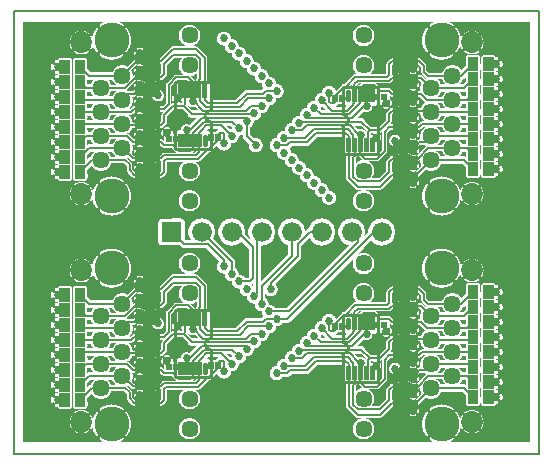
<source format=gbr>
G04 This is an RS-274x file exported by *
G04 gerbv version 2.7.0 *
G04 More information is available about gerbv at *
G04 http://gerbv.geda-project.org/ *
G04 --End of header info--*
%MOIN*%
%FSLAX36Y36*%
%IPPOS*%
G04 --Define apertures--*
%ADD10C,0.0060*%
%ADD11C,0.0100*%
%ADD12C,0.0001*%
%ADD13C,0.0512*%
%ADD14C,0.1102*%
%ADD15C,0.0669*%
%ADD16C,0.0600*%
%ADD17C,0.0120*%
%ADD18C,0.0270*%
%ADD19C,0.0130*%
%ADD20C,0.0354*%
%ADD21C,0.0945*%
%ADD22C,0.0380*%
%ADD23C,0.0572*%
%ADD24C,0.1162*%
%ADD25C,0.0729*%
%ADD26C,0.0660*%
%ADD27C,0.0200*%
%ADD28C,0.0180*%
%ADD29C,0.0350*%
%ADD30C,0.0940*%
%ADD31C,0.0510*%
G04 --Start main section--*
G54D10*
G01X0491000Y1077000D02*
G01X0499000Y1069000D01*
G01X0456000Y1077000D02*
G01X0491000Y1077000D01*
G01X0449000Y1070000D02*
G01X0456000Y1077000D01*
G01X0457000Y1037000D02*
G01X0450000Y1044000D01*
G01X0457000Y1037000D02*
G01X0492000Y1037000D01*
G01X0499000Y1044000D02*
G01X0492000Y1037000D01*
G01X0491000Y1022000D02*
G01X0499000Y1014000D01*
G01X0456000Y1022000D02*
G01X0491000Y1022000D01*
G01X0449000Y1015000D02*
G01X0456000Y1022000D01*
G01X0457000Y0982000D02*
G01X0450000Y0989000D01*
G01X0457000Y0982000D02*
G01X0492000Y0982000D01*
G01X0499000Y0989000D02*
G01X0492000Y0982000D01*
G01X0491000Y0972000D02*
G01X0499000Y0964000D01*
G01X0456000Y0972000D02*
G01X0491000Y0972000D01*
G01X0449000Y0965000D02*
G01X0456000Y0972000D01*
G01X0457000Y0932000D02*
G01X0450000Y0939000D01*
G01X0457000Y0932000D02*
G01X0492000Y0932000D01*
G01X0499000Y0939000D02*
G01X0492000Y0932000D01*
G01X0491000Y0917000D02*
G01X0499000Y0909000D01*
G01X0456000Y0917000D02*
G01X0491000Y0917000D01*
G01X0449000Y0910000D02*
G01X0456000Y0917000D01*
G01X0457000Y0877000D02*
G01X0450000Y0884000D01*
G01X0457000Y0877000D02*
G01X0492000Y0877000D01*
G01X0499000Y0884000D02*
G01X0492000Y0877000D01*
G01X0491000Y0862000D02*
G01X0499000Y0854000D01*
G01X0456000Y0862000D02*
G01X0491000Y0862000D01*
G01X0449000Y0855000D02*
G01X0456000Y0862000D01*
G01X0457000Y0822000D02*
G01X0450000Y0829000D01*
G01X0457000Y0822000D02*
G01X0492000Y0822000D01*
G01X0499000Y0829000D02*
G01X0492000Y0822000D01*
G01X0491000Y0807000D02*
G01X0499000Y0799000D01*
G01X0456000Y0807000D02*
G01X0491000Y0807000D01*
G01X0449000Y0800000D02*
G01X0456000Y0807000D01*
G01X0457000Y0767000D02*
G01X0450000Y0774000D01*
G01X0457000Y0767000D02*
G01X0492000Y0767000D01*
G01X0499000Y0774000D02*
G01X0492000Y0767000D01*
G01X0491000Y0752000D02*
G01X0499000Y0744000D01*
G01X0456000Y0752000D02*
G01X0491000Y0752000D01*
G01X0449000Y0745000D02*
G01X0456000Y0752000D01*
G01X0457000Y0712000D02*
G01X0450000Y0719000D01*
G01X0457000Y0712000D02*
G01X0492000Y0712000D01*
G01X0499000Y0719000D02*
G01X0492000Y0712000D01*
G01X0491000Y0697000D02*
G01X0499000Y0689000D01*
G01X0456000Y0697000D02*
G01X0491000Y0697000D01*
G01X0449000Y0690000D02*
G01X0456000Y0697000D01*
G01X0457000Y0657000D02*
G01X0450000Y0664000D01*
G01X0457000Y0657000D02*
G01X0492000Y0657000D01*
G01X0499000Y0664000D02*
G01X0492000Y0657000D01*
G54D11*
G01X0680000Y0756000D02*
G01X0680000Y0848000D01*
G01X0680000Y0886000D02*
G01X0680000Y0979000D01*
G01X0562000Y0979000D02*
G01X0680000Y0979000D01*
G01X0562000Y0756000D02*
G01X0562000Y0979000D01*
G01X0562000Y0756000D02*
G01X0680000Y0756000D01*
G01X0680000Y0886000D02*
G75*
G03X0680000Y0848000I0000000J-019000D01*
G54D10*
G01X0491000Y1567000D02*
G01X0499000Y1559000D01*
G01X0456000Y1567000D02*
G01X0491000Y1567000D01*
G01X0449000Y1560000D02*
G01X0456000Y1567000D01*
G01X0457000Y1527000D02*
G01X0450000Y1534000D01*
G01X0457000Y1527000D02*
G01X0492000Y1527000D01*
G01X0499000Y1534000D02*
G01X0492000Y1527000D01*
G01X0491000Y1837000D02*
G01X0499000Y1829000D01*
G01X0456000Y1837000D02*
G01X0491000Y1837000D01*
G01X0449000Y1830000D02*
G01X0456000Y1837000D01*
G01X0457000Y1797000D02*
G01X0450000Y1804000D01*
G01X0457000Y1797000D02*
G01X0492000Y1797000D01*
G01X0499000Y1804000D02*
G01X0492000Y1797000D01*
G01X0491000Y1782000D02*
G01X0499000Y1774000D01*
G01X0456000Y1782000D02*
G01X0491000Y1782000D01*
G01X0449000Y1775000D02*
G01X0456000Y1782000D01*
G01X0457000Y1742000D02*
G01X0450000Y1749000D01*
G01X0457000Y1742000D02*
G01X0492000Y1742000D01*
G01X0499000Y1749000D02*
G01X0492000Y1742000D01*
G01X0491000Y1732000D02*
G01X0499000Y1724000D01*
G01X0456000Y1732000D02*
G01X0491000Y1732000D01*
G01X0449000Y1725000D02*
G01X0456000Y1732000D01*
G01X0457000Y1692000D02*
G01X0450000Y1699000D01*
G01X0457000Y1692000D02*
G01X0492000Y1692000D01*
G01X0499000Y1699000D02*
G01X0492000Y1692000D01*
G01X0491000Y1677000D02*
G01X0499000Y1669000D01*
G01X0456000Y1677000D02*
G01X0491000Y1677000D01*
G01X0449000Y1670000D02*
G01X0456000Y1677000D01*
G01X0457000Y1637000D02*
G01X0450000Y1644000D01*
G01X0457000Y1637000D02*
G01X0492000Y1637000D01*
G01X0499000Y1644000D02*
G01X0492000Y1637000D01*
G01X0491000Y1622000D02*
G01X0499000Y1614000D01*
G01X0456000Y1622000D02*
G01X0491000Y1622000D01*
G01X0449000Y1615000D02*
G01X0456000Y1622000D01*
G01X0457000Y1582000D02*
G01X0450000Y1589000D01*
G01X0457000Y1582000D02*
G01X0492000Y1582000D01*
G01X0499000Y1589000D02*
G01X0492000Y1582000D01*
G01X0491000Y1512000D02*
G01X0499000Y1504000D01*
G01X0456000Y1512000D02*
G01X0491000Y1512000D01*
G01X0449000Y1505000D02*
G01X0456000Y1512000D01*
G01X0457000Y1472000D02*
G01X0450000Y1479000D01*
G01X0457000Y1472000D02*
G01X0492000Y1472000D01*
G01X0499000Y1479000D02*
G01X0492000Y1472000D01*
G54D11*
G01X0680000Y1516000D02*
G01X0680000Y1608000D01*
G01X0680000Y1646000D02*
G01X0680000Y1739000D01*
G01X0562000Y1739000D02*
G01X0680000Y1739000D01*
G01X0562000Y1516000D02*
G01X0562000Y1739000D01*
G01X0562000Y1516000D02*
G01X0680000Y1516000D01*
G01X0680000Y1646000D02*
G75*
G03X0680000Y1608000I0000000J-019000D01*
G54D10*
G01X0491000Y1457000D02*
G01X0499000Y1449000D01*
G01X0456000Y1457000D02*
G01X0491000Y1457000D01*
G01X0449000Y1450000D02*
G01X0456000Y1457000D01*
G01X0457000Y1417000D02*
G01X0450000Y1424000D01*
G01X0457000Y1417000D02*
G01X0492000Y1417000D01*
G01X0499000Y1424000D02*
G01X0492000Y1417000D01*
G01X1309000Y0912690D02*
G01X1301000Y0920690D01*
G01X1309000Y0912690D02*
G01X1344000Y0912690D01*
G01X1351000Y0919690D02*
G01X1344000Y0912690D01*
G01X1343000Y0952690D02*
G01X1350000Y0945690D01*
G01X1308000Y0952690D02*
G01X1343000Y0952690D01*
G01X1301000Y0945690D02*
G01X1308000Y0952690D01*
G01X1309000Y0967690D02*
G01X1301000Y0975690D01*
G01X1309000Y0967690D02*
G01X1344000Y0967690D01*
G01X1351000Y0974690D02*
G01X1344000Y0967690D01*
G01X1343000Y1007690D02*
G01X1350000Y1000690D01*
G01X1308000Y1007690D02*
G01X1343000Y1007690D01*
G01X1301000Y1000690D02*
G01X1308000Y1007690D01*
G01X1309000Y1022690D02*
G01X1301000Y1030690D01*
G01X1309000Y1022690D02*
G01X1344000Y1022690D01*
G01X1351000Y1029690D02*
G01X1344000Y1022690D01*
G01X1343000Y1062690D02*
G01X1350000Y1055690D01*
G01X1308000Y1062690D02*
G01X1343000Y1062690D01*
G01X1301000Y1055690D02*
G01X1308000Y1062690D01*
G01X1309000Y0642690D02*
G01X1301000Y0650690D01*
G01X1309000Y0642690D02*
G01X1344000Y0642690D01*
G01X1351000Y0649690D02*
G01X1344000Y0642690D01*
G01X1343000Y0682690D02*
G01X1350000Y0675690D01*
G01X1308000Y0682690D02*
G01X1343000Y0682690D01*
G01X1301000Y0675690D02*
G01X1308000Y0682690D01*
G01X1309000Y0697690D02*
G01X1301000Y0705690D01*
G01X1309000Y0697690D02*
G01X1344000Y0697690D01*
G01X1351000Y0704690D02*
G01X1344000Y0697690D01*
G01X1343000Y0737690D02*
G01X1350000Y0730690D01*
G01X1308000Y0737690D02*
G01X1343000Y0737690D01*
G01X1301000Y0730690D02*
G01X1308000Y0737690D01*
G01X1309000Y0747690D02*
G01X1301000Y0755690D01*
G01X1309000Y0747690D02*
G01X1344000Y0747690D01*
G01X1351000Y0754690D02*
G01X1344000Y0747690D01*
G01X1343000Y0787690D02*
G01X1350000Y0780690D01*
G01X1308000Y0787690D02*
G01X1343000Y0787690D01*
G01X1301000Y0780690D02*
G01X1308000Y0787690D01*
G01X1309000Y0802690D02*
G01X1301000Y0810690D01*
G01X1309000Y0802690D02*
G01X1344000Y0802690D01*
G01X1351000Y0809690D02*
G01X1344000Y0802690D01*
G01X1343000Y0842690D02*
G01X1350000Y0835690D01*
G01X1308000Y0842690D02*
G01X1343000Y0842690D01*
G01X1301000Y0835690D02*
G01X1308000Y0842690D01*
G01X1309000Y0857690D02*
G01X1301000Y0865690D01*
G01X1309000Y0857690D02*
G01X1344000Y0857690D01*
G01X1351000Y0864690D02*
G01X1344000Y0857690D01*
G01X1343000Y0897690D02*
G01X1350000Y0890690D01*
G01X1308000Y0897690D02*
G01X1343000Y0897690D01*
G01X1301000Y0890690D02*
G01X1308000Y0897690D01*
G54D11*
G01X1120000Y0963690D02*
G01X1120000Y0871690D01*
G01X1120000Y0833690D02*
G01X1120000Y0740690D01*
G01X1120000Y0740690D02*
G01X1238000Y0740690D01*
G01X1238000Y0963690D02*
G01X1238000Y0740690D01*
G01X1120000Y0963690D02*
G01X1238000Y0963690D01*
G01X1120000Y0833690D02*
G75*
G03X1120000Y0871690I0000000J0019000D01*
G54D10*
G01X1309000Y1672690D02*
G01X1301000Y1680690D01*
G01X1309000Y1672690D02*
G01X1344000Y1672690D01*
G01X1351000Y1679690D02*
G01X1344000Y1672690D01*
G01X1343000Y1712690D02*
G01X1350000Y1705690D01*
G01X1308000Y1712690D02*
G01X1343000Y1712690D01*
G01X1301000Y1705690D02*
G01X1308000Y1712690D01*
G01X1309000Y1727690D02*
G01X1301000Y1735690D01*
G01X1309000Y1727690D02*
G01X1344000Y1727690D01*
G01X1351000Y1734690D02*
G01X1344000Y1727690D01*
G01X1343000Y1767690D02*
G01X1350000Y1760690D01*
G01X1308000Y1767690D02*
G01X1343000Y1767690D01*
G01X1301000Y1760690D02*
G01X1308000Y1767690D01*
G01X1309000Y1782690D02*
G01X1301000Y1790690D01*
G01X1309000Y1782690D02*
G01X1344000Y1782690D01*
G01X1351000Y1789690D02*
G01X1344000Y1782690D01*
G01X1343000Y1822690D02*
G01X1350000Y1815690D01*
G01X1308000Y1822690D02*
G01X1343000Y1822690D01*
G01X1301000Y1815690D02*
G01X1308000Y1822690D01*
G01X1309000Y1617690D02*
G01X1301000Y1625690D01*
G01X1309000Y1617690D02*
G01X1344000Y1617690D01*
G01X1351000Y1624690D02*
G01X1344000Y1617690D01*
G01X1343000Y1657690D02*
G01X1350000Y1650690D01*
G01X1308000Y1657690D02*
G01X1343000Y1657690D01*
G01X1301000Y1650690D02*
G01X1308000Y1657690D01*
G54D11*
G01X1120000Y1723690D02*
G01X1120000Y1631690D01*
G01X1120000Y1593690D02*
G01X1120000Y1500690D01*
G01X1120000Y1500690D02*
G01X1238000Y1500690D01*
G01X1238000Y1723690D02*
G01X1238000Y1500690D01*
G01X1120000Y1723690D02*
G01X1238000Y1723690D01*
G01X1120000Y1593690D02*
G75*
G03X1120000Y1631690I0000000J0019000D01*
G54D10*
G01X1309000Y1402690D02*
G01X1301000Y1410690D01*
G01X1309000Y1402690D02*
G01X1344000Y1402690D01*
G01X1351000Y1409690D02*
G01X1344000Y1402690D01*
G01X1343000Y1442690D02*
G01X1350000Y1435690D01*
G01X1308000Y1442690D02*
G01X1343000Y1442690D01*
G01X1301000Y1435690D02*
G01X1308000Y1442690D01*
G01X1309000Y1457690D02*
G01X1301000Y1465690D01*
G01X1309000Y1457690D02*
G01X1344000Y1457690D01*
G01X1351000Y1464690D02*
G01X1344000Y1457690D01*
G01X1343000Y1497690D02*
G01X1350000Y1490690D01*
G01X1308000Y1497690D02*
G01X1343000Y1497690D01*
G01X1301000Y1490690D02*
G01X1308000Y1497690D01*
G01X1309000Y1507690D02*
G01X1301000Y1515690D01*
G01X1309000Y1507690D02*
G01X1344000Y1507690D01*
G01X1351000Y1514690D02*
G01X1344000Y1507690D01*
G01X1343000Y1547690D02*
G01X1350000Y1540690D01*
G01X1308000Y1547690D02*
G01X1343000Y1547690D01*
G01X1301000Y1540690D02*
G01X1308000Y1547690D01*
G01X1309000Y1562690D02*
G01X1301000Y1570690D01*
G01X1309000Y1562690D02*
G01X1344000Y1562690D01*
G01X1351000Y1569690D02*
G01X1344000Y1562690D01*
G01X1343000Y1602690D02*
G01X1350000Y1595690D01*
G01X1308000Y1602690D02*
G01X1343000Y1602690D01*
G01X1301000Y1595690D02*
G01X1308000Y1602690D01*
G01X0000000Y0000000D02*
G54D12*
G36*
G01X1648210Y1940000D02*
G01X1745000Y1940000D01*
G01X1745000Y0540000D01*
G01X1648210Y0540000D01*
G01X1648210Y0680200D01*
G01X1648300Y0680200D01*
G01X1649070Y0680310D01*
G01X1649820Y0680550D01*
G01X1650530Y0680900D01*
G01X1651170Y0681360D01*
G01X1651730Y0681910D01*
G01X1652200Y0682540D01*
G01X1652560Y0683240D01*
G01X1652800Y0683990D01*
G01X1653270Y0686240D01*
G01X1653500Y0688530D01*
G01X1653500Y0690840D01*
G01X1653270Y0693130D01*
G01X1652830Y0695390D01*
G01X1652580Y0696140D01*
G01X1652210Y0696840D01*
G01X1651740Y0697470D01*
G01X1651180Y0698030D01*
G01X1650540Y0698480D01*
G01X1649830Y0698840D01*
G01X1649080Y0699070D01*
G01X1648300Y0699190D01*
G01X1648210Y0699190D01*
G01X1648210Y0730200D01*
G01X1648300Y0730200D01*
G01X1649070Y0730310D01*
G01X1649820Y0730550D01*
G01X1650530Y0730900D01*
G01X1651170Y0731360D01*
G01X1651730Y0731910D01*
G01X1652200Y0732540D01*
G01X1652560Y0733240D01*
G01X1652800Y0733990D01*
G01X1653270Y0736240D01*
G01X1653500Y0738530D01*
G01X1653500Y0740840D01*
G01X1653270Y0743130D01*
G01X1652830Y0745390D01*
G01X1652580Y0746140D01*
G01X1652210Y0746840D01*
G01X1651740Y0747470D01*
G01X1651180Y0748030D01*
G01X1650540Y0748480D01*
G01X1649830Y0748840D01*
G01X1649080Y0749070D01*
G01X1648300Y0749190D01*
G01X1648210Y0749190D01*
G01X1648210Y0780200D01*
G01X1648300Y0780200D01*
G01X1649070Y0780310D01*
G01X1649820Y0780550D01*
G01X1650530Y0780900D01*
G01X1651170Y0781360D01*
G01X1651730Y0781910D01*
G01X1652200Y0782540D01*
G01X1652560Y0783240D01*
G01X1652800Y0783990D01*
G01X1653270Y0786240D01*
G01X1653500Y0788530D01*
G01X1653500Y0790840D01*
G01X1653270Y0793130D01*
G01X1652830Y0795390D01*
G01X1652580Y0796140D01*
G01X1652210Y0796840D01*
G01X1651740Y0797470D01*
G01X1651180Y0798030D01*
G01X1650540Y0798480D01*
G01X1649830Y0798840D01*
G01X1649080Y0799070D01*
G01X1648300Y0799190D01*
G01X1648210Y0799190D01*
G01X1648210Y0830200D01*
G01X1648300Y0830200D01*
G01X1649070Y0830310D01*
G01X1649820Y0830550D01*
G01X1650530Y0830900D01*
G01X1651170Y0831360D01*
G01X1651730Y0831910D01*
G01X1652200Y0832540D01*
G01X1652560Y0833240D01*
G01X1652800Y0833990D01*
G01X1653270Y0836240D01*
G01X1653500Y0838530D01*
G01X1653500Y0840840D01*
G01X1653270Y0843130D01*
G01X1652830Y0845390D01*
G01X1652580Y0846140D01*
G01X1652210Y0846840D01*
G01X1651740Y0847470D01*
G01X1651180Y0848030D01*
G01X1650540Y0848480D01*
G01X1649830Y0848840D01*
G01X1649080Y0849070D01*
G01X1648300Y0849190D01*
G01X1648210Y0849190D01*
G01X1648210Y0880200D01*
G01X1648300Y0880200D01*
G01X1649070Y0880310D01*
G01X1649820Y0880550D01*
G01X1650530Y0880900D01*
G01X1651170Y0881360D01*
G01X1651730Y0881910D01*
G01X1652200Y0882540D01*
G01X1652560Y0883240D01*
G01X1652800Y0883990D01*
G01X1653270Y0886240D01*
G01X1653500Y0888530D01*
G01X1653500Y0890840D01*
G01X1653270Y0893130D01*
G01X1652830Y0895390D01*
G01X1652580Y0896140D01*
G01X1652210Y0896840D01*
G01X1651740Y0897470D01*
G01X1651180Y0898030D01*
G01X1650540Y0898480D01*
G01X1649830Y0898840D01*
G01X1649080Y0899070D01*
G01X1648300Y0899190D01*
G01X1648210Y0899190D01*
G01X1648210Y0930200D01*
G01X1648300Y0930200D01*
G01X1649070Y0930310D01*
G01X1649820Y0930550D01*
G01X1650530Y0930900D01*
G01X1651170Y0931360D01*
G01X1651730Y0931910D01*
G01X1652200Y0932540D01*
G01X1652560Y0933240D01*
G01X1652800Y0933990D01*
G01X1653270Y0936240D01*
G01X1653500Y0938530D01*
G01X1653500Y0940840D01*
G01X1653270Y0943130D01*
G01X1652830Y0945390D01*
G01X1652580Y0946140D01*
G01X1652210Y0946840D01*
G01X1651740Y0947470D01*
G01X1651180Y0948030D01*
G01X1650540Y0948480D01*
G01X1649830Y0948840D01*
G01X1649080Y0949070D01*
G01X1648300Y0949190D01*
G01X1648210Y0949190D01*
G01X1648210Y0980200D01*
G01X1648300Y0980200D01*
G01X1649070Y0980310D01*
G01X1649820Y0980550D01*
G01X1650530Y0980900D01*
G01X1651170Y0981360D01*
G01X1651730Y0981910D01*
G01X1652200Y0982540D01*
G01X1652560Y0983240D01*
G01X1652800Y0983990D01*
G01X1653270Y0986240D01*
G01X1653500Y0988530D01*
G01X1653500Y0990840D01*
G01X1653270Y0993130D01*
G01X1652830Y0995390D01*
G01X1652580Y0996140D01*
G01X1652210Y0996840D01*
G01X1651740Y0997470D01*
G01X1651180Y0998030D01*
G01X1650540Y0998480D01*
G01X1649830Y0998840D01*
G01X1649080Y0999070D01*
G01X1648300Y0999190D01*
G01X1648210Y0999190D01*
G01X1648210Y1030200D01*
G01X1648300Y1030200D01*
G01X1649070Y1030310D01*
G01X1649820Y1030550D01*
G01X1650530Y1030900D01*
G01X1651170Y1031360D01*
G01X1651730Y1031910D01*
G01X1652200Y1032540D01*
G01X1652560Y1033240D01*
G01X1652800Y1033990D01*
G01X1653270Y1036240D01*
G01X1653500Y1038530D01*
G01X1653500Y1040840D01*
G01X1653270Y1043130D01*
G01X1652830Y1045390D01*
G01X1652580Y1046140D01*
G01X1652210Y1046840D01*
G01X1651740Y1047470D01*
G01X1651180Y1048030D01*
G01X1650540Y1048480D01*
G01X1649830Y1048840D01*
G01X1649080Y1049070D01*
G01X1648300Y1049190D01*
G01X1648210Y1049190D01*
G01X1648210Y1440200D01*
G01X1648300Y1440200D01*
G01X1649070Y1440310D01*
G01X1649820Y1440550D01*
G01X1650530Y1440900D01*
G01X1651170Y1441360D01*
G01X1651730Y1441910D01*
G01X1652200Y1442540D01*
G01X1652560Y1443240D01*
G01X1652800Y1443990D01*
G01X1653270Y1446240D01*
G01X1653500Y1448530D01*
G01X1653500Y1450840D01*
G01X1653270Y1453130D01*
G01X1652830Y1455390D01*
G01X1652580Y1456140D01*
G01X1652210Y1456840D01*
G01X1651740Y1457470D01*
G01X1651180Y1458030D01*
G01X1650540Y1458480D01*
G01X1649830Y1458840D01*
G01X1649080Y1459070D01*
G01X1648300Y1459190D01*
G01X1648210Y1459190D01*
G01X1648210Y1490200D01*
G01X1648300Y1490200D01*
G01X1649070Y1490310D01*
G01X1649820Y1490550D01*
G01X1650530Y1490900D01*
G01X1651170Y1491360D01*
G01X1651730Y1491910D01*
G01X1652200Y1492540D01*
G01X1652560Y1493240D01*
G01X1652800Y1493990D01*
G01X1653270Y1496240D01*
G01X1653500Y1498530D01*
G01X1653500Y1500840D01*
G01X1653270Y1503130D01*
G01X1652830Y1505390D01*
G01X1652580Y1506140D01*
G01X1652210Y1506840D01*
G01X1651740Y1507470D01*
G01X1651180Y1508030D01*
G01X1650540Y1508480D01*
G01X1649830Y1508840D01*
G01X1649080Y1509070D01*
G01X1648300Y1509190D01*
G01X1648210Y1509190D01*
G01X1648210Y1540200D01*
G01X1648300Y1540200D01*
G01X1649070Y1540310D01*
G01X1649820Y1540550D01*
G01X1650530Y1540900D01*
G01X1651170Y1541360D01*
G01X1651730Y1541910D01*
G01X1652200Y1542540D01*
G01X1652560Y1543240D01*
G01X1652800Y1543990D01*
G01X1653270Y1546240D01*
G01X1653500Y1548530D01*
G01X1653500Y1550840D01*
G01X1653270Y1553130D01*
G01X1652830Y1555390D01*
G01X1652580Y1556140D01*
G01X1652210Y1556840D01*
G01X1651740Y1557470D01*
G01X1651180Y1558030D01*
G01X1650540Y1558480D01*
G01X1649830Y1558840D01*
G01X1649080Y1559070D01*
G01X1648300Y1559190D01*
G01X1648210Y1559190D01*
G01X1648210Y1590200D01*
G01X1648300Y1590200D01*
G01X1649070Y1590310D01*
G01X1649820Y1590550D01*
G01X1650530Y1590900D01*
G01X1651170Y1591360D01*
G01X1651730Y1591910D01*
G01X1652200Y1592540D01*
G01X1652560Y1593240D01*
G01X1652800Y1593990D01*
G01X1653270Y1596240D01*
G01X1653500Y1598530D01*
G01X1653500Y1600840D01*
G01X1653270Y1603130D01*
G01X1652830Y1605390D01*
G01X1652580Y1606140D01*
G01X1652210Y1606840D01*
G01X1651740Y1607470D01*
G01X1651180Y1608030D01*
G01X1650540Y1608480D01*
G01X1649830Y1608840D01*
G01X1649080Y1609070D01*
G01X1648300Y1609190D01*
G01X1648210Y1609190D01*
G01X1648210Y1640200D01*
G01X1648300Y1640200D01*
G01X1649070Y1640310D01*
G01X1649820Y1640550D01*
G01X1650530Y1640900D01*
G01X1651170Y1641360D01*
G01X1651730Y1641910D01*
G01X1652200Y1642540D01*
G01X1652560Y1643240D01*
G01X1652800Y1643990D01*
G01X1653270Y1646240D01*
G01X1653500Y1648530D01*
G01X1653500Y1650840D01*
G01X1653270Y1653130D01*
G01X1652830Y1655390D01*
G01X1652580Y1656140D01*
G01X1652210Y1656840D01*
G01X1651740Y1657470D01*
G01X1651180Y1658030D01*
G01X1650540Y1658480D01*
G01X1649830Y1658840D01*
G01X1649080Y1659070D01*
G01X1648300Y1659190D01*
G01X1648210Y1659190D01*
G01X1648210Y1690200D01*
G01X1648300Y1690200D01*
G01X1649070Y1690310D01*
G01X1649820Y1690550D01*
G01X1650530Y1690900D01*
G01X1651170Y1691360D01*
G01X1651730Y1691910D01*
G01X1652200Y1692540D01*
G01X1652560Y1693240D01*
G01X1652800Y1693990D01*
G01X1653270Y1696240D01*
G01X1653500Y1698530D01*
G01X1653500Y1700840D01*
G01X1653270Y1703130D01*
G01X1652830Y1705390D01*
G01X1652580Y1706140D01*
G01X1652210Y1706840D01*
G01X1651740Y1707470D01*
G01X1651180Y1708030D01*
G01X1650540Y1708480D01*
G01X1649830Y1708840D01*
G01X1649080Y1709070D01*
G01X1648300Y1709190D01*
G01X1648210Y1709190D01*
G01X1648210Y1740200D01*
G01X1648300Y1740200D01*
G01X1649070Y1740310D01*
G01X1649820Y1740550D01*
G01X1650530Y1740900D01*
G01X1651170Y1741360D01*
G01X1651730Y1741910D01*
G01X1652200Y1742540D01*
G01X1652560Y1743240D01*
G01X1652800Y1743990D01*
G01X1653270Y1746240D01*
G01X1653500Y1748530D01*
G01X1653500Y1750840D01*
G01X1653270Y1753130D01*
G01X1652830Y1755390D01*
G01X1652580Y1756140D01*
G01X1652210Y1756840D01*
G01X1651740Y1757470D01*
G01X1651180Y1758030D01*
G01X1650540Y1758480D01*
G01X1649830Y1758840D01*
G01X1649080Y1759070D01*
G01X1648300Y1759190D01*
G01X1648210Y1759190D01*
G01X1648210Y1790200D01*
G01X1648300Y1790200D01*
G01X1649070Y1790310D01*
G01X1649820Y1790550D01*
G01X1650530Y1790900D01*
G01X1651170Y1791360D01*
G01X1651730Y1791910D01*
G01X1652200Y1792540D01*
G01X1652560Y1793240D01*
G01X1652800Y1793990D01*
G01X1653270Y1796240D01*
G01X1653500Y1798530D01*
G01X1653500Y1800840D01*
G01X1653270Y1803130D01*
G01X1652830Y1805390D01*
G01X1652580Y1806140D01*
G01X1652210Y1806840D01*
G01X1651740Y1807470D01*
G01X1651180Y1808030D01*
G01X1650540Y1808480D01*
G01X1649830Y1808840D01*
G01X1649080Y1809070D01*
G01X1648300Y1809190D01*
G01X1648210Y1809190D01*
G01X1648210Y1940000D01*
G37*
G36*
G01X1612230Y1940000D02*
G01X1648210Y1940000D01*
G01X1648210Y1809190D01*
G01X1647510Y1809180D01*
G01X1646730Y1809050D01*
G01X1645980Y1808800D01*
G01X1645280Y1808440D01*
G01X1644650Y1807970D01*
G01X1644090Y1807400D01*
G01X1643630Y1806760D01*
G01X1643280Y1806050D01*
G01X1643040Y1805300D01*
G01X1642930Y1804520D01*
G01X1642940Y1803730D01*
G01X1643080Y1802950D01*
G01X1643350Y1801660D01*
G01X1643480Y1800350D01*
G01X1643480Y1799020D01*
G01X1643350Y1797710D01*
G01X1643100Y1796410D01*
G01X1642950Y1795640D01*
G01X1642940Y1794850D01*
G01X1643060Y1794070D01*
G01X1643300Y1793320D01*
G01X1643650Y1792620D01*
G01X1644100Y1791980D01*
G01X1644660Y1791420D01*
G01X1645290Y1790950D01*
G01X1645990Y1790580D01*
G01X1646730Y1790330D01*
G01X1647510Y1790200D01*
G01X1648210Y1790200D01*
G01X1648210Y1759190D01*
G01X1647510Y1759180D01*
G01X1646730Y1759050D01*
G01X1645980Y1758800D01*
G01X1645280Y1758440D01*
G01X1644650Y1757970D01*
G01X1644090Y1757400D01*
G01X1643630Y1756760D01*
G01X1643280Y1756050D01*
G01X1643040Y1755300D01*
G01X1642930Y1754520D01*
G01X1642940Y1753730D01*
G01X1643080Y1752950D01*
G01X1643350Y1751660D01*
G01X1643480Y1750350D01*
G01X1643480Y1749020D01*
G01X1643350Y1747710D01*
G01X1643100Y1746410D01*
G01X1642950Y1745640D01*
G01X1642940Y1744850D01*
G01X1643060Y1744070D01*
G01X1643300Y1743320D01*
G01X1643650Y1742620D01*
G01X1644100Y1741980D01*
G01X1644660Y1741420D01*
G01X1645290Y1740950D01*
G01X1645990Y1740580D01*
G01X1646730Y1740330D01*
G01X1647510Y1740200D01*
G01X1648210Y1740200D01*
G01X1648210Y1709190D01*
G01X1647510Y1709180D01*
G01X1646730Y1709050D01*
G01X1645980Y1708800D01*
G01X1645280Y1708440D01*
G01X1644650Y1707970D01*
G01X1644090Y1707400D01*
G01X1643630Y1706760D01*
G01X1643280Y1706050D01*
G01X1643040Y1705300D01*
G01X1642930Y1704520D01*
G01X1642940Y1703730D01*
G01X1643080Y1702950D01*
G01X1643350Y1701660D01*
G01X1643480Y1700350D01*
G01X1643480Y1699020D01*
G01X1643350Y1697710D01*
G01X1643100Y1696410D01*
G01X1642950Y1695640D01*
G01X1642940Y1694850D01*
G01X1643060Y1694070D01*
G01X1643300Y1693320D01*
G01X1643650Y1692620D01*
G01X1644100Y1691980D01*
G01X1644660Y1691420D01*
G01X1645290Y1690950D01*
G01X1645990Y1690580D01*
G01X1646730Y1690330D01*
G01X1647510Y1690200D01*
G01X1648210Y1690200D01*
G01X1648210Y1659190D01*
G01X1647510Y1659180D01*
G01X1646730Y1659050D01*
G01X1645980Y1658800D01*
G01X1645280Y1658440D01*
G01X1644650Y1657970D01*
G01X1644090Y1657400D01*
G01X1643630Y1656760D01*
G01X1643280Y1656050D01*
G01X1643040Y1655300D01*
G01X1642930Y1654520D01*
G01X1642940Y1653730D01*
G01X1643080Y1652950D01*
G01X1643350Y1651660D01*
G01X1643480Y1650350D01*
G01X1643480Y1649020D01*
G01X1643350Y1647710D01*
G01X1643100Y1646410D01*
G01X1642950Y1645640D01*
G01X1642940Y1644850D01*
G01X1643060Y1644070D01*
G01X1643300Y1643320D01*
G01X1643650Y1642620D01*
G01X1644100Y1641980D01*
G01X1644660Y1641420D01*
G01X1645290Y1640950D01*
G01X1645990Y1640580D01*
G01X1646730Y1640330D01*
G01X1647510Y1640200D01*
G01X1648210Y1640200D01*
G01X1648210Y1609190D01*
G01X1647510Y1609180D01*
G01X1646730Y1609050D01*
G01X1645980Y1608800D01*
G01X1645280Y1608440D01*
G01X1644650Y1607970D01*
G01X1644090Y1607400D01*
G01X1643630Y1606760D01*
G01X1643280Y1606050D01*
G01X1643040Y1605300D01*
G01X1642930Y1604520D01*
G01X1642940Y1603730D01*
G01X1643080Y1602950D01*
G01X1643350Y1601660D01*
G01X1643480Y1600350D01*
G01X1643480Y1599020D01*
G01X1643350Y1597710D01*
G01X1643100Y1596410D01*
G01X1642950Y1595640D01*
G01X1642940Y1594850D01*
G01X1643060Y1594070D01*
G01X1643300Y1593320D01*
G01X1643650Y1592620D01*
G01X1644100Y1591980D01*
G01X1644660Y1591420D01*
G01X1645290Y1590950D01*
G01X1645990Y1590580D01*
G01X1646730Y1590330D01*
G01X1647510Y1590200D01*
G01X1648210Y1590200D01*
G01X1648210Y1559190D01*
G01X1647510Y1559180D01*
G01X1646730Y1559050D01*
G01X1645980Y1558800D01*
G01X1645280Y1558440D01*
G01X1644650Y1557970D01*
G01X1644090Y1557400D01*
G01X1643630Y1556760D01*
G01X1643280Y1556050D01*
G01X1643040Y1555300D01*
G01X1642930Y1554520D01*
G01X1642940Y1553730D01*
G01X1643080Y1552950D01*
G01X1643350Y1551660D01*
G01X1643480Y1550350D01*
G01X1643480Y1549020D01*
G01X1643350Y1547710D01*
G01X1643100Y1546410D01*
G01X1642950Y1545640D01*
G01X1642940Y1544850D01*
G01X1643060Y1544070D01*
G01X1643300Y1543320D01*
G01X1643650Y1542620D01*
G01X1644100Y1541980D01*
G01X1644660Y1541420D01*
G01X1645290Y1540950D01*
G01X1645990Y1540580D01*
G01X1646730Y1540330D01*
G01X1647510Y1540200D01*
G01X1648210Y1540200D01*
G01X1648210Y1509190D01*
G01X1647510Y1509180D01*
G01X1646730Y1509050D01*
G01X1645980Y1508800D01*
G01X1645280Y1508440D01*
G01X1644650Y1507970D01*
G01X1644090Y1507400D01*
G01X1643630Y1506760D01*
G01X1643280Y1506050D01*
G01X1643040Y1505300D01*
G01X1642930Y1504520D01*
G01X1642940Y1503730D01*
G01X1643080Y1502950D01*
G01X1643350Y1501660D01*
G01X1643480Y1500350D01*
G01X1643480Y1499020D01*
G01X1643350Y1497710D01*
G01X1643100Y1496410D01*
G01X1642950Y1495640D01*
G01X1642940Y1494850D01*
G01X1643060Y1494070D01*
G01X1643300Y1493320D01*
G01X1643650Y1492620D01*
G01X1644100Y1491980D01*
G01X1644660Y1491420D01*
G01X1645290Y1490950D01*
G01X1645990Y1490580D01*
G01X1646730Y1490330D01*
G01X1647510Y1490200D01*
G01X1648210Y1490200D01*
G01X1648210Y1459190D01*
G01X1647510Y1459180D01*
G01X1646730Y1459050D01*
G01X1645980Y1458800D01*
G01X1645280Y1458440D01*
G01X1644650Y1457970D01*
G01X1644090Y1457400D01*
G01X1643630Y1456760D01*
G01X1643280Y1456050D01*
G01X1643040Y1455300D01*
G01X1642930Y1454520D01*
G01X1642940Y1453730D01*
G01X1643080Y1452950D01*
G01X1643350Y1451660D01*
G01X1643480Y1450350D01*
G01X1643480Y1449020D01*
G01X1643350Y1447710D01*
G01X1643100Y1446410D01*
G01X1642950Y1445640D01*
G01X1642940Y1444850D01*
G01X1643060Y1444070D01*
G01X1643300Y1443320D01*
G01X1643650Y1442620D01*
G01X1644100Y1441980D01*
G01X1644660Y1441420D01*
G01X1645290Y1440950D01*
G01X1645990Y1440580D01*
G01X1646730Y1440330D01*
G01X1647510Y1440200D01*
G01X1648210Y1440200D01*
G01X1648210Y1049190D01*
G01X1647510Y1049180D01*
G01X1646730Y1049050D01*
G01X1645980Y1048800D01*
G01X1645280Y1048440D01*
G01X1644650Y1047970D01*
G01X1644090Y1047400D01*
G01X1643630Y1046760D01*
G01X1643280Y1046050D01*
G01X1643040Y1045300D01*
G01X1642930Y1044520D01*
G01X1642940Y1043730D01*
G01X1643080Y1042950D01*
G01X1643350Y1041660D01*
G01X1643480Y1040350D01*
G01X1643480Y1039020D01*
G01X1643350Y1037710D01*
G01X1643100Y1036410D01*
G01X1642950Y1035640D01*
G01X1642940Y1034850D01*
G01X1643060Y1034070D01*
G01X1643300Y1033320D01*
G01X1643650Y1032620D01*
G01X1644100Y1031980D01*
G01X1644660Y1031420D01*
G01X1645290Y1030950D01*
G01X1645990Y1030580D01*
G01X1646730Y1030330D01*
G01X1647510Y1030200D01*
G01X1648210Y1030200D01*
G01X1648210Y0999190D01*
G01X1647510Y0999180D01*
G01X1646730Y0999050D01*
G01X1645980Y0998800D01*
G01X1645280Y0998440D01*
G01X1644650Y0997970D01*
G01X1644090Y0997400D01*
G01X1643630Y0996760D01*
G01X1643280Y0996050D01*
G01X1643040Y0995300D01*
G01X1642930Y0994520D01*
G01X1642940Y0993730D01*
G01X1643080Y0992950D01*
G01X1643350Y0991660D01*
G01X1643480Y0990350D01*
G01X1643480Y0989020D01*
G01X1643350Y0987710D01*
G01X1643100Y0986410D01*
G01X1642950Y0985640D01*
G01X1642940Y0984850D01*
G01X1643060Y0984070D01*
G01X1643300Y0983320D01*
G01X1643650Y0982620D01*
G01X1644100Y0981980D01*
G01X1644660Y0981420D01*
G01X1645290Y0980950D01*
G01X1645990Y0980580D01*
G01X1646730Y0980330D01*
G01X1647510Y0980200D01*
G01X1648210Y0980200D01*
G01X1648210Y0949190D01*
G01X1647510Y0949180D01*
G01X1646730Y0949050D01*
G01X1645980Y0948800D01*
G01X1645280Y0948440D01*
G01X1644650Y0947970D01*
G01X1644090Y0947400D01*
G01X1643630Y0946760D01*
G01X1643280Y0946050D01*
G01X1643040Y0945300D01*
G01X1642930Y0944520D01*
G01X1642940Y0943730D01*
G01X1643080Y0942950D01*
G01X1643350Y0941660D01*
G01X1643480Y0940350D01*
G01X1643480Y0939020D01*
G01X1643350Y0937710D01*
G01X1643100Y0936410D01*
G01X1642950Y0935640D01*
G01X1642940Y0934850D01*
G01X1643060Y0934070D01*
G01X1643300Y0933320D01*
G01X1643650Y0932620D01*
G01X1644100Y0931980D01*
G01X1644660Y0931420D01*
G01X1645290Y0930950D01*
G01X1645990Y0930580D01*
G01X1646730Y0930330D01*
G01X1647510Y0930200D01*
G01X1648210Y0930200D01*
G01X1648210Y0899190D01*
G01X1647510Y0899180D01*
G01X1646730Y0899050D01*
G01X1645980Y0898800D01*
G01X1645280Y0898440D01*
G01X1644650Y0897970D01*
G01X1644090Y0897400D01*
G01X1643630Y0896760D01*
G01X1643280Y0896050D01*
G01X1643040Y0895300D01*
G01X1642930Y0894520D01*
G01X1642940Y0893730D01*
G01X1643080Y0892950D01*
G01X1643350Y0891660D01*
G01X1643480Y0890350D01*
G01X1643480Y0889020D01*
G01X1643350Y0887710D01*
G01X1643100Y0886410D01*
G01X1642950Y0885640D01*
G01X1642940Y0884850D01*
G01X1643060Y0884070D01*
G01X1643300Y0883320D01*
G01X1643650Y0882620D01*
G01X1644100Y0881980D01*
G01X1644660Y0881420D01*
G01X1645290Y0880950D01*
G01X1645990Y0880580D01*
G01X1646730Y0880330D01*
G01X1647510Y0880200D01*
G01X1648210Y0880200D01*
G01X1648210Y0849190D01*
G01X1647510Y0849180D01*
G01X1646730Y0849050D01*
G01X1645980Y0848800D01*
G01X1645280Y0848440D01*
G01X1644650Y0847970D01*
G01X1644090Y0847400D01*
G01X1643630Y0846760D01*
G01X1643280Y0846050D01*
G01X1643040Y0845300D01*
G01X1642930Y0844520D01*
G01X1642940Y0843730D01*
G01X1643080Y0842950D01*
G01X1643350Y0841660D01*
G01X1643480Y0840350D01*
G01X1643480Y0839020D01*
G01X1643350Y0837710D01*
G01X1643100Y0836410D01*
G01X1642950Y0835640D01*
G01X1642940Y0834850D01*
G01X1643060Y0834070D01*
G01X1643300Y0833320D01*
G01X1643650Y0832620D01*
G01X1644100Y0831980D01*
G01X1644660Y0831420D01*
G01X1645290Y0830950D01*
G01X1645990Y0830580D01*
G01X1646730Y0830330D01*
G01X1647510Y0830200D01*
G01X1648210Y0830200D01*
G01X1648210Y0799190D01*
G01X1647510Y0799180D01*
G01X1646730Y0799050D01*
G01X1645980Y0798800D01*
G01X1645280Y0798440D01*
G01X1644650Y0797970D01*
G01X1644090Y0797400D01*
G01X1643630Y0796760D01*
G01X1643280Y0796050D01*
G01X1643040Y0795300D01*
G01X1642930Y0794520D01*
G01X1642940Y0793730D01*
G01X1643080Y0792950D01*
G01X1643350Y0791660D01*
G01X1643480Y0790350D01*
G01X1643480Y0789020D01*
G01X1643350Y0787710D01*
G01X1643100Y0786410D01*
G01X1642950Y0785640D01*
G01X1642940Y0784850D01*
G01X1643060Y0784070D01*
G01X1643300Y0783320D01*
G01X1643650Y0782620D01*
G01X1644100Y0781980D01*
G01X1644660Y0781420D01*
G01X1645290Y0780950D01*
G01X1645990Y0780580D01*
G01X1646730Y0780330D01*
G01X1647510Y0780200D01*
G01X1648210Y0780200D01*
G01X1648210Y0749190D01*
G01X1647510Y0749180D01*
G01X1646730Y0749050D01*
G01X1645980Y0748800D01*
G01X1645280Y0748440D01*
G01X1644650Y0747970D01*
G01X1644090Y0747400D01*
G01X1643630Y0746760D01*
G01X1643280Y0746050D01*
G01X1643040Y0745300D01*
G01X1642930Y0744520D01*
G01X1642940Y0743730D01*
G01X1643080Y0742950D01*
G01X1643350Y0741660D01*
G01X1643480Y0740350D01*
G01X1643480Y0739020D01*
G01X1643350Y0737710D01*
G01X1643100Y0736410D01*
G01X1642950Y0735640D01*
G01X1642940Y0734850D01*
G01X1643060Y0734070D01*
G01X1643300Y0733320D01*
G01X1643650Y0732620D01*
G01X1644100Y0731980D01*
G01X1644660Y0731420D01*
G01X1645290Y0730950D01*
G01X1645990Y0730580D01*
G01X1646730Y0730330D01*
G01X1647510Y0730200D01*
G01X1648210Y0730200D01*
G01X1648210Y0699190D01*
G01X1647510Y0699180D01*
G01X1646730Y0699050D01*
G01X1645980Y0698800D01*
G01X1645280Y0698440D01*
G01X1644650Y0697970D01*
G01X1644090Y0697400D01*
G01X1643630Y0696760D01*
G01X1643280Y0696050D01*
G01X1643040Y0695300D01*
G01X1642930Y0694520D01*
G01X1642940Y0693730D01*
G01X1643080Y0692950D01*
G01X1643350Y0691660D01*
G01X1643480Y0690350D01*
G01X1643480Y0689020D01*
G01X1643350Y0687710D01*
G01X1643100Y0686410D01*
G01X1642950Y0685640D01*
G01X1642940Y0684850D01*
G01X1643060Y0684070D01*
G01X1643300Y0683320D01*
G01X1643650Y0682620D01*
G01X1644100Y0681980D01*
G01X1644660Y0681420D01*
G01X1645290Y0680950D01*
G01X1645990Y0680580D01*
G01X1646730Y0680330D01*
G01X1647510Y0680200D01*
G01X1648210Y0680200D01*
G01X1648210Y0540000D01*
G01X1612230Y0540000D01*
G01X1612230Y0660070D01*
G01X1622510Y0660100D01*
G01X1624040Y0660470D01*
G01X1625490Y0661070D01*
G01X1626840Y0661890D01*
G01X1628030Y0662910D01*
G01X1629060Y0664110D01*
G01X1629880Y0665450D01*
G01X1630180Y0666190D01*
G01X1631150Y0666190D01*
G01X1633440Y0666410D01*
G01X1635700Y0666860D01*
G01X1636450Y0667110D01*
G01X1637150Y0667470D01*
G01X1637790Y0667940D01*
G01X1638340Y0668500D01*
G01X1638800Y0669150D01*
G01X1639150Y0669850D01*
G01X1639390Y0670610D01*
G01X1639500Y0671390D01*
G01X1639500Y0672180D01*
G01X1639370Y0672960D01*
G01X1639120Y0673710D01*
G01X1638750Y0674410D01*
G01X1638280Y0675040D01*
G01X1637720Y0675590D01*
G01X1637070Y0676050D01*
G01X1636370Y0676400D01*
G01X1635610Y0676640D01*
G01X1634830Y0676760D01*
G01X1634040Y0676750D01*
G01X1633270Y0676600D01*
G01X1631980Y0676330D01*
G01X1630930Y0676230D01*
G01X1630930Y0676740D01*
G01X1632040Y0676810D01*
G01X1634030Y0677280D01*
G01X1635920Y0678070D01*
G01X1637660Y0679140D01*
G01X1639220Y0680460D01*
G01X1640550Y0682020D01*
G01X1641620Y0683760D01*
G01X1642400Y0685660D01*
G01X1642880Y0687650D01*
G01X1643040Y0689690D01*
G01X1642880Y0691720D01*
G01X1642400Y0693710D01*
G01X1641620Y0695610D01*
G01X1640550Y0697350D01*
G01X1639220Y0698910D01*
G01X1637660Y0700230D01*
G01X1635920Y0701300D01*
G01X1634030Y0702090D01*
G01X1632040Y0702560D01*
G01X1630870Y0702630D01*
G01X1630870Y0703150D01*
G01X1631980Y0703040D01*
G01X1633270Y0702780D01*
G01X1634050Y0702640D01*
G01X1634830Y0702630D01*
G01X1635610Y0702750D01*
G01X1636360Y0702980D01*
G01X1637070Y0703330D01*
G01X1637710Y0703790D01*
G01X1638270Y0704340D01*
G01X1638740Y0704970D01*
G01X1639100Y0705670D01*
G01X1639350Y0706420D01*
G01X1639480Y0707190D01*
G01X1639490Y0707980D01*
G01X1639370Y0708760D01*
G01X1639140Y0709510D01*
G01X1638790Y0710210D01*
G01X1638330Y0710860D01*
G01X1637780Y0711420D01*
G01X1637140Y0711890D01*
G01X1636450Y0712250D01*
G01X1635700Y0712480D01*
G01X1633440Y0712960D01*
G01X1631150Y0713190D01*
G01X1630180Y0713190D01*
G01X1629880Y0713920D01*
G01X1629410Y0714690D01*
G01X1629880Y0715450D01*
G01X1630180Y0716190D01*
G01X1631150Y0716190D01*
G01X1633440Y0716410D01*
G01X1635700Y0716860D01*
G01X1636450Y0717110D01*
G01X1637150Y0717470D01*
G01X1637790Y0717940D01*
G01X1638340Y0718500D01*
G01X1638800Y0719150D01*
G01X1639150Y0719850D01*
G01X1639390Y0720610D01*
G01X1639500Y0721390D01*
G01X1639500Y0722180D01*
G01X1639370Y0722960D01*
G01X1639120Y0723710D01*
G01X1638750Y0724410D01*
G01X1638280Y0725040D01*
G01X1637720Y0725590D01*
G01X1637070Y0726050D01*
G01X1636370Y0726400D01*
G01X1635610Y0726640D01*
G01X1634830Y0726760D01*
G01X1634040Y0726750D01*
G01X1633270Y0726600D01*
G01X1631980Y0726330D01*
G01X1630930Y0726230D01*
G01X1630930Y0726740D01*
G01X1632040Y0726810D01*
G01X1634030Y0727280D01*
G01X1635920Y0728070D01*
G01X1637660Y0729140D01*
G01X1639220Y0730460D01*
G01X1640550Y0732020D01*
G01X1641620Y0733760D01*
G01X1642400Y0735660D01*
G01X1642880Y0737650D01*
G01X1643040Y0739690D01*
G01X1642880Y0741720D01*
G01X1642400Y0743710D01*
G01X1641620Y0745610D01*
G01X1640550Y0747350D01*
G01X1639220Y0748910D01*
G01X1637660Y0750230D01*
G01X1635920Y0751300D01*
G01X1634030Y0752090D01*
G01X1632040Y0752560D01*
G01X1630870Y0752630D01*
G01X1630870Y0753150D01*
G01X1631980Y0753040D01*
G01X1633270Y0752780D01*
G01X1634050Y0752640D01*
G01X1634830Y0752630D01*
G01X1635610Y0752750D01*
G01X1636360Y0752980D01*
G01X1637070Y0753330D01*
G01X1637710Y0753790D01*
G01X1638270Y0754340D01*
G01X1638740Y0754970D01*
G01X1639100Y0755670D01*
G01X1639350Y0756420D01*
G01X1639480Y0757190D01*
G01X1639490Y0757980D01*
G01X1639370Y0758760D01*
G01X1639140Y0759510D01*
G01X1638790Y0760210D01*
G01X1638330Y0760860D01*
G01X1637780Y0761420D01*
G01X1637140Y0761890D01*
G01X1636450Y0762250D01*
G01X1635700Y0762480D01*
G01X1633440Y0762960D01*
G01X1631150Y0763190D01*
G01X1630180Y0763190D01*
G01X1629880Y0763920D01*
G01X1629410Y0764690D01*
G01X1629880Y0765450D01*
G01X1630180Y0766190D01*
G01X1631150Y0766190D01*
G01X1633440Y0766410D01*
G01X1635700Y0766860D01*
G01X1636450Y0767110D01*
G01X1637150Y0767470D01*
G01X1637790Y0767940D01*
G01X1638340Y0768500D01*
G01X1638800Y0769150D01*
G01X1639150Y0769850D01*
G01X1639390Y0770610D01*
G01X1639500Y0771390D01*
G01X1639500Y0772180D01*
G01X1639370Y0772960D01*
G01X1639120Y0773710D01*
G01X1638750Y0774410D01*
G01X1638280Y0775040D01*
G01X1637720Y0775590D01*
G01X1637070Y0776050D01*
G01X1636370Y0776400D01*
G01X1635610Y0776640D01*
G01X1634830Y0776760D01*
G01X1634040Y0776750D01*
G01X1633270Y0776600D01*
G01X1631980Y0776330D01*
G01X1630930Y0776230D01*
G01X1630930Y0776740D01*
G01X1632040Y0776810D01*
G01X1634030Y0777280D01*
G01X1635920Y0778070D01*
G01X1637660Y0779140D01*
G01X1639220Y0780460D01*
G01X1640550Y0782020D01*
G01X1641620Y0783760D01*
G01X1642400Y0785660D01*
G01X1642880Y0787650D01*
G01X1643040Y0789690D01*
G01X1642880Y0791720D01*
G01X1642400Y0793710D01*
G01X1641620Y0795610D01*
G01X1640550Y0797350D01*
G01X1639220Y0798910D01*
G01X1637660Y0800230D01*
G01X1635920Y0801300D01*
G01X1634030Y0802090D01*
G01X1632040Y0802560D01*
G01X1630870Y0802630D01*
G01X1630870Y0803150D01*
G01X1631980Y0803040D01*
G01X1633270Y0802780D01*
G01X1634050Y0802640D01*
G01X1634830Y0802630D01*
G01X1635610Y0802750D01*
G01X1636360Y0802980D01*
G01X1637070Y0803330D01*
G01X1637710Y0803790D01*
G01X1638270Y0804340D01*
G01X1638740Y0804970D01*
G01X1639100Y0805670D01*
G01X1639350Y0806420D01*
G01X1639480Y0807190D01*
G01X1639490Y0807980D01*
G01X1639370Y0808760D01*
G01X1639140Y0809510D01*
G01X1638790Y0810210D01*
G01X1638330Y0810860D01*
G01X1637780Y0811420D01*
G01X1637140Y0811890D01*
G01X1636450Y0812250D01*
G01X1635700Y0812480D01*
G01X1633440Y0812960D01*
G01X1631150Y0813190D01*
G01X1630180Y0813190D01*
G01X1629880Y0813920D01*
G01X1629410Y0814690D01*
G01X1629880Y0815450D01*
G01X1630180Y0816190D01*
G01X1631150Y0816190D01*
G01X1633440Y0816410D01*
G01X1635700Y0816860D01*
G01X1636450Y0817110D01*
G01X1637150Y0817470D01*
G01X1637790Y0817940D01*
G01X1638340Y0818500D01*
G01X1638800Y0819150D01*
G01X1639150Y0819850D01*
G01X1639390Y0820610D01*
G01X1639500Y0821390D01*
G01X1639500Y0822180D01*
G01X1639370Y0822960D01*
G01X1639120Y0823710D01*
G01X1638750Y0824410D01*
G01X1638280Y0825040D01*
G01X1637720Y0825590D01*
G01X1637070Y0826050D01*
G01X1636370Y0826400D01*
G01X1635610Y0826640D01*
G01X1634830Y0826760D01*
G01X1634040Y0826750D01*
G01X1633270Y0826600D01*
G01X1631980Y0826330D01*
G01X1630930Y0826230D01*
G01X1630930Y0826740D01*
G01X1632040Y0826810D01*
G01X1634030Y0827280D01*
G01X1635920Y0828070D01*
G01X1637660Y0829140D01*
G01X1639220Y0830460D01*
G01X1640550Y0832020D01*
G01X1641620Y0833760D01*
G01X1642400Y0835660D01*
G01X1642880Y0837650D01*
G01X1643040Y0839690D01*
G01X1642880Y0841720D01*
G01X1642400Y0843710D01*
G01X1641620Y0845610D01*
G01X1640550Y0847350D01*
G01X1639220Y0848910D01*
G01X1637660Y0850230D01*
G01X1635920Y0851300D01*
G01X1634030Y0852090D01*
G01X1632040Y0852560D01*
G01X1630870Y0852630D01*
G01X1630870Y0853150D01*
G01X1631980Y0853040D01*
G01X1633270Y0852780D01*
G01X1634050Y0852640D01*
G01X1634830Y0852630D01*
G01X1635610Y0852750D01*
G01X1636360Y0852980D01*
G01X1637070Y0853330D01*
G01X1637710Y0853790D01*
G01X1638270Y0854340D01*
G01X1638740Y0854970D01*
G01X1639100Y0855670D01*
G01X1639350Y0856420D01*
G01X1639480Y0857190D01*
G01X1639490Y0857980D01*
G01X1639370Y0858760D01*
G01X1639140Y0859510D01*
G01X1638790Y0860210D01*
G01X1638330Y0860860D01*
G01X1637780Y0861420D01*
G01X1637140Y0861890D01*
G01X1636450Y0862250D01*
G01X1635700Y0862480D01*
G01X1633440Y0862960D01*
G01X1631150Y0863190D01*
G01X1630180Y0863190D01*
G01X1629880Y0863920D01*
G01X1629410Y0864690D01*
G01X1629880Y0865450D01*
G01X1630180Y0866190D01*
G01X1631150Y0866190D01*
G01X1633440Y0866410D01*
G01X1635700Y0866860D01*
G01X1636450Y0867110D01*
G01X1637150Y0867470D01*
G01X1637790Y0867940D01*
G01X1638340Y0868500D01*
G01X1638800Y0869150D01*
G01X1639150Y0869850D01*
G01X1639390Y0870610D01*
G01X1639500Y0871390D01*
G01X1639500Y0872180D01*
G01X1639370Y0872960D01*
G01X1639120Y0873710D01*
G01X1638750Y0874410D01*
G01X1638280Y0875040D01*
G01X1637720Y0875590D01*
G01X1637070Y0876050D01*
G01X1636370Y0876400D01*
G01X1635610Y0876640D01*
G01X1634830Y0876760D01*
G01X1634040Y0876750D01*
G01X1633270Y0876600D01*
G01X1631980Y0876330D01*
G01X1630930Y0876230D01*
G01X1630930Y0876740D01*
G01X1632040Y0876810D01*
G01X1634030Y0877280D01*
G01X1635920Y0878070D01*
G01X1637660Y0879140D01*
G01X1639220Y0880460D01*
G01X1640550Y0882020D01*
G01X1641620Y0883760D01*
G01X1642400Y0885660D01*
G01X1642880Y0887650D01*
G01X1643040Y0889690D01*
G01X1642880Y0891720D01*
G01X1642400Y0893710D01*
G01X1641620Y0895610D01*
G01X1640550Y0897350D01*
G01X1639220Y0898910D01*
G01X1637660Y0900230D01*
G01X1635920Y0901300D01*
G01X1634030Y0902090D01*
G01X1632040Y0902560D01*
G01X1630870Y0902630D01*
G01X1630870Y0903150D01*
G01X1631980Y0903040D01*
G01X1633270Y0902780D01*
G01X1634050Y0902640D01*
G01X1634830Y0902630D01*
G01X1635610Y0902750D01*
G01X1636360Y0902980D01*
G01X1637070Y0903330D01*
G01X1637710Y0903790D01*
G01X1638270Y0904340D01*
G01X1638740Y0904970D01*
G01X1639100Y0905670D01*
G01X1639350Y0906420D01*
G01X1639480Y0907190D01*
G01X1639490Y0907980D01*
G01X1639370Y0908760D01*
G01X1639140Y0909510D01*
G01X1638790Y0910210D01*
G01X1638330Y0910860D01*
G01X1637780Y0911420D01*
G01X1637140Y0911890D01*
G01X1636450Y0912250D01*
G01X1635700Y0912480D01*
G01X1633440Y0912960D01*
G01X1631150Y0913190D01*
G01X1630180Y0913190D01*
G01X1629880Y0913920D01*
G01X1629410Y0914690D01*
G01X1629880Y0915450D01*
G01X1630180Y0916190D01*
G01X1631150Y0916190D01*
G01X1633440Y0916410D01*
G01X1635700Y0916860D01*
G01X1636450Y0917110D01*
G01X1637150Y0917470D01*
G01X1637790Y0917940D01*
G01X1638340Y0918500D01*
G01X1638800Y0919150D01*
G01X1639150Y0919850D01*
G01X1639390Y0920610D01*
G01X1639500Y0921390D01*
G01X1639500Y0922180D01*
G01X1639370Y0922960D01*
G01X1639120Y0923710D01*
G01X1638750Y0924410D01*
G01X1638280Y0925040D01*
G01X1637720Y0925590D01*
G01X1637070Y0926050D01*
G01X1636370Y0926400D01*
G01X1635610Y0926640D01*
G01X1634830Y0926760D01*
G01X1634040Y0926750D01*
G01X1633270Y0926600D01*
G01X1631980Y0926330D01*
G01X1630930Y0926230D01*
G01X1630930Y0926740D01*
G01X1632040Y0926810D01*
G01X1634030Y0927280D01*
G01X1635920Y0928070D01*
G01X1637660Y0929140D01*
G01X1639220Y0930460D01*
G01X1640550Y0932020D01*
G01X1641620Y0933760D01*
G01X1642400Y0935660D01*
G01X1642880Y0937650D01*
G01X1643040Y0939690D01*
G01X1642880Y0941720D01*
G01X1642400Y0943710D01*
G01X1641620Y0945610D01*
G01X1640550Y0947350D01*
G01X1639220Y0948910D01*
G01X1637660Y0950230D01*
G01X1635920Y0951300D01*
G01X1634030Y0952090D01*
G01X1632040Y0952560D01*
G01X1630870Y0952630D01*
G01X1630870Y0953150D01*
G01X1631980Y0953040D01*
G01X1633270Y0952780D01*
G01X1634050Y0952640D01*
G01X1634830Y0952630D01*
G01X1635610Y0952750D01*
G01X1636360Y0952980D01*
G01X1637070Y0953330D01*
G01X1637710Y0953790D01*
G01X1638270Y0954340D01*
G01X1638740Y0954970D01*
G01X1639100Y0955670D01*
G01X1639350Y0956420D01*
G01X1639480Y0957190D01*
G01X1639490Y0957980D01*
G01X1639370Y0958760D01*
G01X1639140Y0959510D01*
G01X1638790Y0960210D01*
G01X1638330Y0960860D01*
G01X1637780Y0961420D01*
G01X1637140Y0961890D01*
G01X1636450Y0962250D01*
G01X1635700Y0962480D01*
G01X1633440Y0962960D01*
G01X1631150Y0963190D01*
G01X1630180Y0963190D01*
G01X1629880Y0963920D01*
G01X1629410Y0964690D01*
G01X1629880Y0965450D01*
G01X1630180Y0966190D01*
G01X1631150Y0966190D01*
G01X1633440Y0966410D01*
G01X1635700Y0966860D01*
G01X1636450Y0967110D01*
G01X1637150Y0967470D01*
G01X1637790Y0967940D01*
G01X1638340Y0968500D01*
G01X1638800Y0969150D01*
G01X1639150Y0969850D01*
G01X1639390Y0970610D01*
G01X1639500Y0971390D01*
G01X1639500Y0972180D01*
G01X1639370Y0972960D01*
G01X1639120Y0973710D01*
G01X1638750Y0974410D01*
G01X1638280Y0975040D01*
G01X1637720Y0975590D01*
G01X1637070Y0976050D01*
G01X1636370Y0976400D01*
G01X1635610Y0976640D01*
G01X1634830Y0976760D01*
G01X1634040Y0976750D01*
G01X1633270Y0976600D01*
G01X1631980Y0976330D01*
G01X1630930Y0976230D01*
G01X1630930Y0976740D01*
G01X1632040Y0976810D01*
G01X1634030Y0977280D01*
G01X1635920Y0978070D01*
G01X1637660Y0979140D01*
G01X1639220Y0980460D01*
G01X1640550Y0982020D01*
G01X1641620Y0983760D01*
G01X1642400Y0985660D01*
G01X1642880Y0987650D01*
G01X1643040Y0989690D01*
G01X1642880Y0991720D01*
G01X1642400Y0993710D01*
G01X1641620Y0995610D01*
G01X1640550Y0997350D01*
G01X1639220Y0998910D01*
G01X1637660Y1000230D01*
G01X1635920Y1001300D01*
G01X1634030Y1002090D01*
G01X1632040Y1002560D01*
G01X1630870Y1002630D01*
G01X1630870Y1003150D01*
G01X1631980Y1003040D01*
G01X1633270Y1002780D01*
G01X1634050Y1002640D01*
G01X1634830Y1002630D01*
G01X1635610Y1002750D01*
G01X1636360Y1002980D01*
G01X1637070Y1003330D01*
G01X1637710Y1003790D01*
G01X1638270Y1004340D01*
G01X1638740Y1004970D01*
G01X1639100Y1005670D01*
G01X1639350Y1006420D01*
G01X1639480Y1007190D01*
G01X1639490Y1007980D01*
G01X1639370Y1008760D01*
G01X1639140Y1009510D01*
G01X1638790Y1010210D01*
G01X1638330Y1010860D01*
G01X1637780Y1011420D01*
G01X1637140Y1011890D01*
G01X1636450Y1012250D01*
G01X1635700Y1012480D01*
G01X1633440Y1012960D01*
G01X1631150Y1013190D01*
G01X1630180Y1013190D01*
G01X1629880Y1013920D01*
G01X1629410Y1014690D01*
G01X1629880Y1015450D01*
G01X1630180Y1016190D01*
G01X1631150Y1016190D01*
G01X1633440Y1016410D01*
G01X1635700Y1016860D01*
G01X1636450Y1017110D01*
G01X1637150Y1017470D01*
G01X1637790Y1017940D01*
G01X1638340Y1018500D01*
G01X1638800Y1019150D01*
G01X1639150Y1019850D01*
G01X1639390Y1020610D01*
G01X1639500Y1021390D01*
G01X1639500Y1022180D01*
G01X1639370Y1022960D01*
G01X1639120Y1023710D01*
G01X1638750Y1024410D01*
G01X1638280Y1025040D01*
G01X1637720Y1025590D01*
G01X1637070Y1026050D01*
G01X1636370Y1026400D01*
G01X1635610Y1026640D01*
G01X1634830Y1026760D01*
G01X1634040Y1026750D01*
G01X1633270Y1026600D01*
G01X1631980Y1026330D01*
G01X1630930Y1026230D01*
G01X1630930Y1026740D01*
G01X1632040Y1026810D01*
G01X1634030Y1027280D01*
G01X1635920Y1028070D01*
G01X1637660Y1029140D01*
G01X1639220Y1030460D01*
G01X1640550Y1032020D01*
G01X1641620Y1033760D01*
G01X1642400Y1035660D01*
G01X1642880Y1037650D01*
G01X1643040Y1039690D01*
G01X1642880Y1041720D01*
G01X1642400Y1043710D01*
G01X1641620Y1045610D01*
G01X1640550Y1047350D01*
G01X1639220Y1048910D01*
G01X1637660Y1050230D01*
G01X1635920Y1051300D01*
G01X1634030Y1052090D01*
G01X1632040Y1052560D01*
G01X1630870Y1052630D01*
G01X1630870Y1053150D01*
G01X1631980Y1053040D01*
G01X1633270Y1052780D01*
G01X1634050Y1052640D01*
G01X1634830Y1052630D01*
G01X1635610Y1052750D01*
G01X1636360Y1052980D01*
G01X1637070Y1053330D01*
G01X1637710Y1053790D01*
G01X1638270Y1054340D01*
G01X1638740Y1054970D01*
G01X1639100Y1055670D01*
G01X1639350Y1056420D01*
G01X1639480Y1057190D01*
G01X1639490Y1057980D01*
G01X1639370Y1058760D01*
G01X1639140Y1059510D01*
G01X1638790Y1060210D01*
G01X1638330Y1060860D01*
G01X1637780Y1061420D01*
G01X1637140Y1061890D01*
G01X1636450Y1062250D01*
G01X1635700Y1062480D01*
G01X1633440Y1062960D01*
G01X1631150Y1063190D01*
G01X1630180Y1063190D01*
G01X1629880Y1063920D01*
G01X1629060Y1065260D01*
G01X1628030Y1066460D01*
G01X1626840Y1067480D01*
G01X1625490Y1068300D01*
G01X1624040Y1068900D01*
G01X1622510Y1069270D01*
G01X1620940Y1069370D01*
G01X1612230Y1069340D01*
G01X1612230Y1420070D01*
G01X1622510Y1420100D01*
G01X1624040Y1420470D01*
G01X1625490Y1421070D01*
G01X1626840Y1421890D01*
G01X1628030Y1422910D01*
G01X1629060Y1424110D01*
G01X1629880Y1425450D01*
G01X1630180Y1426190D01*
G01X1631150Y1426190D01*
G01X1633440Y1426410D01*
G01X1635700Y1426860D01*
G01X1636450Y1427110D01*
G01X1637150Y1427470D01*
G01X1637790Y1427940D01*
G01X1638340Y1428500D01*
G01X1638800Y1429150D01*
G01X1639150Y1429850D01*
G01X1639390Y1430610D01*
G01X1639500Y1431390D01*
G01X1639500Y1432180D01*
G01X1639370Y1432960D01*
G01X1639120Y1433710D01*
G01X1638750Y1434410D01*
G01X1638280Y1435040D01*
G01X1637720Y1435590D01*
G01X1637070Y1436050D01*
G01X1636370Y1436400D01*
G01X1635610Y1436640D01*
G01X1634830Y1436760D01*
G01X1634040Y1436750D01*
G01X1633270Y1436600D01*
G01X1631980Y1436330D01*
G01X1630930Y1436230D01*
G01X1630930Y1436740D01*
G01X1632040Y1436810D01*
G01X1634030Y1437280D01*
G01X1635920Y1438070D01*
G01X1637660Y1439140D01*
G01X1639220Y1440460D01*
G01X1640550Y1442020D01*
G01X1641620Y1443760D01*
G01X1642400Y1445660D01*
G01X1642880Y1447650D01*
G01X1643040Y1449690D01*
G01X1642880Y1451720D01*
G01X1642400Y1453710D01*
G01X1641620Y1455610D01*
G01X1640550Y1457350D01*
G01X1639220Y1458910D01*
G01X1637660Y1460230D01*
G01X1635920Y1461300D01*
G01X1634030Y1462090D01*
G01X1632040Y1462560D01*
G01X1630870Y1462630D01*
G01X1630870Y1463150D01*
G01X1631980Y1463040D01*
G01X1633270Y1462780D01*
G01X1634050Y1462640D01*
G01X1634830Y1462630D01*
G01X1635610Y1462750D01*
G01X1636360Y1462980D01*
G01X1637070Y1463330D01*
G01X1637710Y1463790D01*
G01X1638270Y1464340D01*
G01X1638740Y1464970D01*
G01X1639100Y1465670D01*
G01X1639350Y1466420D01*
G01X1639480Y1467190D01*
G01X1639490Y1467980D01*
G01X1639370Y1468760D01*
G01X1639140Y1469510D01*
G01X1638790Y1470210D01*
G01X1638330Y1470860D01*
G01X1637780Y1471420D01*
G01X1637140Y1471890D01*
G01X1636450Y1472250D01*
G01X1635700Y1472480D01*
G01X1633440Y1472960D01*
G01X1631150Y1473190D01*
G01X1630180Y1473190D01*
G01X1629880Y1473920D01*
G01X1629410Y1474690D01*
G01X1629880Y1475450D01*
G01X1630180Y1476190D01*
G01X1631150Y1476190D01*
G01X1633440Y1476410D01*
G01X1635700Y1476860D01*
G01X1636450Y1477110D01*
G01X1637150Y1477470D01*
G01X1637790Y1477940D01*
G01X1638340Y1478500D01*
G01X1638800Y1479150D01*
G01X1639150Y1479850D01*
G01X1639390Y1480610D01*
G01X1639500Y1481390D01*
G01X1639500Y1482180D01*
G01X1639370Y1482960D01*
G01X1639120Y1483710D01*
G01X1638750Y1484410D01*
G01X1638280Y1485040D01*
G01X1637720Y1485590D01*
G01X1637070Y1486050D01*
G01X1636370Y1486400D01*
G01X1635610Y1486640D01*
G01X1634830Y1486760D01*
G01X1634040Y1486750D01*
G01X1633270Y1486600D01*
G01X1631980Y1486330D01*
G01X1630930Y1486230D01*
G01X1630930Y1486740D01*
G01X1632040Y1486810D01*
G01X1634030Y1487280D01*
G01X1635920Y1488070D01*
G01X1637660Y1489140D01*
G01X1639220Y1490460D01*
G01X1640550Y1492020D01*
G01X1641620Y1493760D01*
G01X1642400Y1495660D01*
G01X1642880Y1497650D01*
G01X1643040Y1499690D01*
G01X1642880Y1501720D01*
G01X1642400Y1503710D01*
G01X1641620Y1505610D01*
G01X1640550Y1507350D01*
G01X1639220Y1508910D01*
G01X1637660Y1510230D01*
G01X1635920Y1511300D01*
G01X1634030Y1512090D01*
G01X1632040Y1512560D01*
G01X1630870Y1512630D01*
G01X1630870Y1513150D01*
G01X1631980Y1513040D01*
G01X1633270Y1512780D01*
G01X1634050Y1512640D01*
G01X1634830Y1512630D01*
G01X1635610Y1512750D01*
G01X1636360Y1512980D01*
G01X1637070Y1513330D01*
G01X1637710Y1513790D01*
G01X1638270Y1514340D01*
G01X1638740Y1514970D01*
G01X1639100Y1515670D01*
G01X1639350Y1516420D01*
G01X1639480Y1517190D01*
G01X1639490Y1517980D01*
G01X1639370Y1518760D01*
G01X1639140Y1519510D01*
G01X1638790Y1520210D01*
G01X1638330Y1520860D01*
G01X1637780Y1521420D01*
G01X1637140Y1521890D01*
G01X1636450Y1522250D01*
G01X1635700Y1522480D01*
G01X1633440Y1522960D01*
G01X1631150Y1523190D01*
G01X1630180Y1523190D01*
G01X1629880Y1523920D01*
G01X1629410Y1524690D01*
G01X1629880Y1525450D01*
G01X1630180Y1526190D01*
G01X1631150Y1526190D01*
G01X1633440Y1526410D01*
G01X1635700Y1526860D01*
G01X1636450Y1527110D01*
G01X1637150Y1527470D01*
G01X1637790Y1527940D01*
G01X1638340Y1528500D01*
G01X1638800Y1529150D01*
G01X1639150Y1529850D01*
G01X1639390Y1530610D01*
G01X1639500Y1531390D01*
G01X1639500Y1532180D01*
G01X1639370Y1532960D01*
G01X1639120Y1533710D01*
G01X1638750Y1534410D01*
G01X1638280Y1535040D01*
G01X1637720Y1535590D01*
G01X1637070Y1536050D01*
G01X1636370Y1536400D01*
G01X1635610Y1536640D01*
G01X1634830Y1536760D01*
G01X1634040Y1536750D01*
G01X1633270Y1536600D01*
G01X1631980Y1536330D01*
G01X1630930Y1536230D01*
G01X1630930Y1536740D01*
G01X1632040Y1536810D01*
G01X1634030Y1537280D01*
G01X1635920Y1538070D01*
G01X1637660Y1539140D01*
G01X1639220Y1540460D01*
G01X1640550Y1542020D01*
G01X1641620Y1543760D01*
G01X1642400Y1545660D01*
G01X1642880Y1547650D01*
G01X1643040Y1549690D01*
G01X1642880Y1551720D01*
G01X1642400Y1553710D01*
G01X1641620Y1555610D01*
G01X1640550Y1557350D01*
G01X1639220Y1558910D01*
G01X1637660Y1560230D01*
G01X1635920Y1561300D01*
G01X1634030Y1562090D01*
G01X1632040Y1562560D01*
G01X1630870Y1562630D01*
G01X1630870Y1563150D01*
G01X1631980Y1563040D01*
G01X1633270Y1562780D01*
G01X1634050Y1562640D01*
G01X1634830Y1562630D01*
G01X1635610Y1562750D01*
G01X1636360Y1562980D01*
G01X1637070Y1563330D01*
G01X1637710Y1563790D01*
G01X1638270Y1564340D01*
G01X1638740Y1564970D01*
G01X1639100Y1565670D01*
G01X1639350Y1566420D01*
G01X1639480Y1567190D01*
G01X1639490Y1567980D01*
G01X1639370Y1568760D01*
G01X1639140Y1569510D01*
G01X1638790Y1570210D01*
G01X1638330Y1570860D01*
G01X1637780Y1571420D01*
G01X1637140Y1571890D01*
G01X1636450Y1572250D01*
G01X1635700Y1572480D01*
G01X1633440Y1572960D01*
G01X1631150Y1573190D01*
G01X1630180Y1573190D01*
G01X1629880Y1573920D01*
G01X1629410Y1574690D01*
G01X1629880Y1575450D01*
G01X1630180Y1576190D01*
G01X1631150Y1576190D01*
G01X1633440Y1576410D01*
G01X1635700Y1576860D01*
G01X1636450Y1577110D01*
G01X1637150Y1577470D01*
G01X1637790Y1577940D01*
G01X1638340Y1578500D01*
G01X1638800Y1579150D01*
G01X1639150Y1579850D01*
G01X1639390Y1580610D01*
G01X1639500Y1581390D01*
G01X1639500Y1582180D01*
G01X1639370Y1582960D01*
G01X1639120Y1583710D01*
G01X1638750Y1584410D01*
G01X1638280Y1585040D01*
G01X1637720Y1585590D01*
G01X1637070Y1586050D01*
G01X1636370Y1586400D01*
G01X1635610Y1586640D01*
G01X1634830Y1586760D01*
G01X1634040Y1586750D01*
G01X1633270Y1586600D01*
G01X1631980Y1586330D01*
G01X1630930Y1586230D01*
G01X1630930Y1586740D01*
G01X1632040Y1586810D01*
G01X1634030Y1587280D01*
G01X1635920Y1588070D01*
G01X1637660Y1589140D01*
G01X1639220Y1590460D01*
G01X1640550Y1592020D01*
G01X1641620Y1593760D01*
G01X1642400Y1595660D01*
G01X1642880Y1597650D01*
G01X1643040Y1599690D01*
G01X1642880Y1601720D01*
G01X1642400Y1603710D01*
G01X1641620Y1605610D01*
G01X1640550Y1607350D01*
G01X1639220Y1608910D01*
G01X1637660Y1610230D01*
G01X1635920Y1611300D01*
G01X1634030Y1612090D01*
G01X1632040Y1612560D01*
G01X1630870Y1612630D01*
G01X1630870Y1613150D01*
G01X1631980Y1613040D01*
G01X1633270Y1612780D01*
G01X1634050Y1612640D01*
G01X1634830Y1612630D01*
G01X1635610Y1612750D01*
G01X1636360Y1612980D01*
G01X1637070Y1613330D01*
G01X1637710Y1613790D01*
G01X1638270Y1614340D01*
G01X1638740Y1614970D01*
G01X1639100Y1615670D01*
G01X1639350Y1616420D01*
G01X1639480Y1617190D01*
G01X1639490Y1617980D01*
G01X1639370Y1618760D01*
G01X1639140Y1619510D01*
G01X1638790Y1620210D01*
G01X1638330Y1620860D01*
G01X1637780Y1621420D01*
G01X1637140Y1621890D01*
G01X1636450Y1622250D01*
G01X1635700Y1622480D01*
G01X1633440Y1622960D01*
G01X1631150Y1623190D01*
G01X1630180Y1623190D01*
G01X1629880Y1623920D01*
G01X1629410Y1624690D01*
G01X1629880Y1625450D01*
G01X1630180Y1626190D01*
G01X1631150Y1626190D01*
G01X1633440Y1626410D01*
G01X1635700Y1626860D01*
G01X1636450Y1627110D01*
G01X1637150Y1627470D01*
G01X1637790Y1627940D01*
G01X1638340Y1628500D01*
G01X1638800Y1629150D01*
G01X1639150Y1629850D01*
G01X1639390Y1630610D01*
G01X1639500Y1631390D01*
G01X1639500Y1632180D01*
G01X1639370Y1632960D01*
G01X1639120Y1633710D01*
G01X1638750Y1634410D01*
G01X1638280Y1635040D01*
G01X1637720Y1635590D01*
G01X1637070Y1636050D01*
G01X1636370Y1636400D01*
G01X1635610Y1636640D01*
G01X1634830Y1636760D01*
G01X1634040Y1636750D01*
G01X1633270Y1636600D01*
G01X1631980Y1636330D01*
G01X1630930Y1636230D01*
G01X1630930Y1636740D01*
G01X1632040Y1636810D01*
G01X1634030Y1637280D01*
G01X1635920Y1638070D01*
G01X1637660Y1639140D01*
G01X1639220Y1640460D01*
G01X1640550Y1642020D01*
G01X1641620Y1643760D01*
G01X1642400Y1645660D01*
G01X1642880Y1647650D01*
G01X1643040Y1649690D01*
G01X1642880Y1651720D01*
G01X1642400Y1653710D01*
G01X1641620Y1655610D01*
G01X1640550Y1657350D01*
G01X1639220Y1658910D01*
G01X1637660Y1660230D01*
G01X1635920Y1661300D01*
G01X1634030Y1662090D01*
G01X1632040Y1662560D01*
G01X1630870Y1662630D01*
G01X1630870Y1663150D01*
G01X1631980Y1663040D01*
G01X1633270Y1662780D01*
G01X1634050Y1662640D01*
G01X1634830Y1662630D01*
G01X1635610Y1662750D01*
G01X1636360Y1662980D01*
G01X1637070Y1663330D01*
G01X1637710Y1663790D01*
G01X1638270Y1664340D01*
G01X1638740Y1664970D01*
G01X1639100Y1665670D01*
G01X1639350Y1666420D01*
G01X1639480Y1667190D01*
G01X1639490Y1667980D01*
G01X1639370Y1668760D01*
G01X1639140Y1669510D01*
G01X1638790Y1670210D01*
G01X1638330Y1670860D01*
G01X1637780Y1671420D01*
G01X1637140Y1671890D01*
G01X1636450Y1672250D01*
G01X1635700Y1672480D01*
G01X1633440Y1672960D01*
G01X1631150Y1673190D01*
G01X1630180Y1673190D01*
G01X1629880Y1673920D01*
G01X1629410Y1674690D01*
G01X1629880Y1675450D01*
G01X1630180Y1676190D01*
G01X1631150Y1676190D01*
G01X1633440Y1676410D01*
G01X1635700Y1676860D01*
G01X1636450Y1677110D01*
G01X1637150Y1677470D01*
G01X1637790Y1677940D01*
G01X1638340Y1678500D01*
G01X1638800Y1679150D01*
G01X1639150Y1679850D01*
G01X1639390Y1680610D01*
G01X1639500Y1681390D01*
G01X1639500Y1682180D01*
G01X1639370Y1682960D01*
G01X1639120Y1683710D01*
G01X1638750Y1684410D01*
G01X1638280Y1685040D01*
G01X1637720Y1685590D01*
G01X1637070Y1686050D01*
G01X1636370Y1686400D01*
G01X1635610Y1686640D01*
G01X1634830Y1686760D01*
G01X1634040Y1686750D01*
G01X1633270Y1686600D01*
G01X1631980Y1686330D01*
G01X1630930Y1686230D01*
G01X1630930Y1686740D01*
G01X1632040Y1686810D01*
G01X1634030Y1687280D01*
G01X1635920Y1688070D01*
G01X1637660Y1689140D01*
G01X1639220Y1690460D01*
G01X1640550Y1692020D01*
G01X1641620Y1693760D01*
G01X1642400Y1695660D01*
G01X1642880Y1697650D01*
G01X1643040Y1699690D01*
G01X1642880Y1701720D01*
G01X1642400Y1703710D01*
G01X1641620Y1705610D01*
G01X1640550Y1707350D01*
G01X1639220Y1708910D01*
G01X1637660Y1710230D01*
G01X1635920Y1711300D01*
G01X1634030Y1712090D01*
G01X1632040Y1712560D01*
G01X1630870Y1712630D01*
G01X1630870Y1713150D01*
G01X1631980Y1713040D01*
G01X1633270Y1712780D01*
G01X1634050Y1712640D01*
G01X1634830Y1712630D01*
G01X1635610Y1712750D01*
G01X1636360Y1712980D01*
G01X1637070Y1713330D01*
G01X1637710Y1713790D01*
G01X1638270Y1714340D01*
G01X1638740Y1714970D01*
G01X1639100Y1715670D01*
G01X1639350Y1716420D01*
G01X1639480Y1717190D01*
G01X1639490Y1717980D01*
G01X1639370Y1718760D01*
G01X1639140Y1719510D01*
G01X1638790Y1720210D01*
G01X1638330Y1720860D01*
G01X1637780Y1721420D01*
G01X1637140Y1721890D01*
G01X1636450Y1722250D01*
G01X1635700Y1722480D01*
G01X1633440Y1722960D01*
G01X1631150Y1723190D01*
G01X1630180Y1723190D01*
G01X1629880Y1723920D01*
G01X1629410Y1724690D01*
G01X1629880Y1725450D01*
G01X1630180Y1726190D01*
G01X1631150Y1726190D01*
G01X1633440Y1726410D01*
G01X1635700Y1726860D01*
G01X1636450Y1727110D01*
G01X1637150Y1727470D01*
G01X1637790Y1727940D01*
G01X1638340Y1728500D01*
G01X1638800Y1729150D01*
G01X1639150Y1729850D01*
G01X1639390Y1730610D01*
G01X1639500Y1731390D01*
G01X1639500Y1732180D01*
G01X1639370Y1732960D01*
G01X1639120Y1733710D01*
G01X1638750Y1734410D01*
G01X1638280Y1735040D01*
G01X1637720Y1735590D01*
G01X1637070Y1736050D01*
G01X1636370Y1736400D01*
G01X1635610Y1736640D01*
G01X1634830Y1736760D01*
G01X1634040Y1736750D01*
G01X1633270Y1736600D01*
G01X1631980Y1736330D01*
G01X1630930Y1736230D01*
G01X1630930Y1736740D01*
G01X1632040Y1736810D01*
G01X1634030Y1737280D01*
G01X1635920Y1738070D01*
G01X1637660Y1739140D01*
G01X1639220Y1740460D01*
G01X1640550Y1742020D01*
G01X1641620Y1743760D01*
G01X1642400Y1745660D01*
G01X1642880Y1747650D01*
G01X1643040Y1749690D01*
G01X1642880Y1751720D01*
G01X1642400Y1753710D01*
G01X1641620Y1755610D01*
G01X1640550Y1757350D01*
G01X1639220Y1758910D01*
G01X1637660Y1760230D01*
G01X1635920Y1761300D01*
G01X1634030Y1762090D01*
G01X1632040Y1762560D01*
G01X1630870Y1762630D01*
G01X1630870Y1763150D01*
G01X1631980Y1763040D01*
G01X1633270Y1762780D01*
G01X1634050Y1762640D01*
G01X1634830Y1762630D01*
G01X1635610Y1762750D01*
G01X1636360Y1762980D01*
G01X1637070Y1763330D01*
G01X1637710Y1763790D01*
G01X1638270Y1764340D01*
G01X1638740Y1764970D01*
G01X1639100Y1765670D01*
G01X1639350Y1766420D01*
G01X1639480Y1767190D01*
G01X1639490Y1767980D01*
G01X1639370Y1768760D01*
G01X1639140Y1769510D01*
G01X1638790Y1770210D01*
G01X1638330Y1770860D01*
G01X1637780Y1771420D01*
G01X1637140Y1771890D01*
G01X1636450Y1772250D01*
G01X1635700Y1772480D01*
G01X1633440Y1772960D01*
G01X1631150Y1773190D01*
G01X1630180Y1773190D01*
G01X1629880Y1773920D01*
G01X1629410Y1774690D01*
G01X1629880Y1775450D01*
G01X1630180Y1776190D01*
G01X1631150Y1776190D01*
G01X1633440Y1776410D01*
G01X1635700Y1776860D01*
G01X1636450Y1777110D01*
G01X1637150Y1777470D01*
G01X1637790Y1777940D01*
G01X1638340Y1778500D01*
G01X1638800Y1779150D01*
G01X1639150Y1779850D01*
G01X1639390Y1780610D01*
G01X1639500Y1781390D01*
G01X1639500Y1782180D01*
G01X1639370Y1782960D01*
G01X1639120Y1783710D01*
G01X1638750Y1784410D01*
G01X1638280Y1785040D01*
G01X1637720Y1785590D01*
G01X1637070Y1786050D01*
G01X1636370Y1786400D01*
G01X1635610Y1786640D01*
G01X1634830Y1786760D01*
G01X1634040Y1786750D01*
G01X1633270Y1786600D01*
G01X1631980Y1786330D01*
G01X1630930Y1786230D01*
G01X1630930Y1786740D01*
G01X1632040Y1786810D01*
G01X1634030Y1787280D01*
G01X1635920Y1788070D01*
G01X1637660Y1789140D01*
G01X1639220Y1790460D01*
G01X1640550Y1792020D01*
G01X1641620Y1793760D01*
G01X1642400Y1795660D01*
G01X1642880Y1797650D01*
G01X1643040Y1799690D01*
G01X1642880Y1801720D01*
G01X1642400Y1803710D01*
G01X1641620Y1805610D01*
G01X1640550Y1807350D01*
G01X1639220Y1808910D01*
G01X1637660Y1810230D01*
G01X1635920Y1811300D01*
G01X1634030Y1812090D01*
G01X1632040Y1812560D01*
G01X1630870Y1812630D01*
G01X1630870Y1813150D01*
G01X1631980Y1813040D01*
G01X1633270Y1812780D01*
G01X1634050Y1812640D01*
G01X1634830Y1812630D01*
G01X1635610Y1812750D01*
G01X1636360Y1812980D01*
G01X1637070Y1813330D01*
G01X1637710Y1813790D01*
G01X1638270Y1814340D01*
G01X1638740Y1814970D01*
G01X1639100Y1815670D01*
G01X1639350Y1816420D01*
G01X1639480Y1817190D01*
G01X1639490Y1817980D01*
G01X1639370Y1818760D01*
G01X1639140Y1819510D01*
G01X1638790Y1820210D01*
G01X1638330Y1820860D01*
G01X1637780Y1821420D01*
G01X1637140Y1821890D01*
G01X1636450Y1822250D01*
G01X1635700Y1822480D01*
G01X1633440Y1822960D01*
G01X1631150Y1823190D01*
G01X1630180Y1823190D01*
G01X1629880Y1823920D01*
G01X1629060Y1825260D01*
G01X1628030Y1826460D01*
G01X1626840Y1827480D01*
G01X1625490Y1828300D01*
G01X1624040Y1828900D01*
G01X1622510Y1829270D01*
G01X1620940Y1829370D01*
G01X1612230Y1829340D01*
G01X1612230Y1940000D01*
G37*
G36*
G01X1583450Y1372880D02*
G01X1583730Y1370840D01*
G01X1583860Y1367870D01*
G01X1583730Y1364910D01*
G01X1583450Y1362870D01*
G01X1583450Y1372880D01*
G37*
G36*
G01X1583450Y1876810D02*
G01X1583730Y1874780D01*
G01X1583860Y1871810D01*
G01X1583730Y1868850D01*
G01X1583450Y1866810D01*
G01X1583450Y1876810D01*
G37*
G36*
G01X1583450Y1116810D02*
G01X1583730Y1114780D01*
G01X1583860Y1111810D01*
G01X1583730Y1108850D01*
G01X1583450Y1106810D01*
G01X1583450Y1116810D01*
G37*
G36*
G01X1583450Y0612880D02*
G01X1583730Y0610840D01*
G01X1583860Y0607870D01*
G01X1583730Y0604910D01*
G01X1583450Y0602870D01*
G01X1583450Y0612880D01*
G37*
G36*
G01X1583450Y0663940D02*
G01X1584330Y0662910D01*
G01X1585520Y0661890D01*
G01X1586870Y0661070D01*
G01X1588320Y0660470D01*
G01X1589850Y0660100D01*
G01X1591420Y0660010D01*
G01X1612230Y0660070D01*
G01X1612230Y0540000D01*
G01X1583450Y0540000D01*
G01X1583450Y0586360D01*
G01X1584430Y0587830D01*
G01X1586080Y0590920D01*
G01X1587440Y0594150D01*
G01X1588510Y0597490D01*
G01X1589280Y0600900D01*
G01X1589740Y0604370D01*
G01X1589900Y0607870D01*
G01X1589740Y0611370D01*
G01X1589280Y0614840D01*
G01X1588510Y0618260D01*
G01X1587440Y0621600D01*
G01X1586080Y0624820D01*
G01X1584430Y0627920D01*
G01X1583450Y0629430D01*
G01X1583450Y0663940D01*
G37*
G36*
G01X1583450Y1423940D02*
G01X1584330Y1422910D01*
G01X1585520Y1421890D01*
G01X1586870Y1421070D01*
G01X1588320Y1420470D01*
G01X1589850Y1420100D01*
G01X1591420Y1420010D01*
G01X1612230Y1420070D01*
G01X1612230Y1069340D01*
G01X1589850Y1069270D01*
G01X1588320Y1068900D01*
G01X1586870Y1068300D01*
G01X1585520Y1067480D01*
G01X1584330Y1066460D01*
G01X1583450Y1065440D01*
G01X1583450Y1090300D01*
G01X1584430Y1091770D01*
G01X1586080Y1094860D01*
G01X1587440Y1098090D01*
G01X1588510Y1101420D01*
G01X1589280Y1104840D01*
G01X1589740Y1108310D01*
G01X1589900Y1111810D01*
G01X1589740Y1115310D01*
G01X1589280Y1118780D01*
G01X1588510Y1122200D01*
G01X1587440Y1125530D01*
G01X1586080Y1128760D01*
G01X1584430Y1131850D01*
G01X1583450Y1133360D01*
G01X1583450Y1346360D01*
G01X1584430Y1347830D01*
G01X1586080Y1350920D01*
G01X1587440Y1354150D01*
G01X1588510Y1357490D01*
G01X1589280Y1360900D01*
G01X1589740Y1364370D01*
G01X1589900Y1367870D01*
G01X1589740Y1371370D01*
G01X1589280Y1374840D01*
G01X1588510Y1378260D01*
G01X1587440Y1381600D01*
G01X1586080Y1384820D01*
G01X1584430Y1387920D01*
G01X1583450Y1389430D01*
G01X1583450Y1423940D01*
G37*
G36*
G01X1583450Y1940000D02*
G01X1612230Y1940000D01*
G01X1612230Y1829340D01*
G01X1589850Y1829270D01*
G01X1588320Y1828900D01*
G01X1586870Y1828300D01*
G01X1585520Y1827480D01*
G01X1584330Y1826460D01*
G01X1583450Y1825440D01*
G01X1583450Y1850300D01*
G01X1584430Y1851770D01*
G01X1586080Y1854860D01*
G01X1587440Y1858090D01*
G01X1588510Y1861420D01*
G01X1589280Y1864840D01*
G01X1589740Y1868310D01*
G01X1589900Y1871810D01*
G01X1589740Y1875310D01*
G01X1589280Y1878780D01*
G01X1588510Y1882200D01*
G01X1587440Y1885530D01*
G01X1586080Y1888760D01*
G01X1584430Y1891850D01*
G01X1583450Y1893360D01*
G01X1583450Y1940000D01*
G37*
G36*
G01X1550410Y1940000D02*
G01X1583450Y1940000D01*
G01X1583450Y1893360D01*
G01X1582520Y1894790D01*
G01X1582220Y1895160D01*
G01X1581860Y1895470D01*
G01X1581450Y1895720D01*
G01X1581010Y1895910D01*
G01X1580550Y1896020D01*
G01X1580080Y1896070D01*
G01X1579600Y1896030D01*
G01X1579130Y1895920D01*
G01X1578690Y1895740D01*
G01X1578280Y1895500D01*
G01X1577920Y1895190D01*
G01X1577610Y1894830D01*
G01X1577350Y1894420D01*
G01X1577170Y1893990D01*
G01X1577050Y1893520D01*
G01X1577010Y1893050D01*
G01X1577040Y1892570D01*
G01X1577150Y1892110D01*
G01X1577330Y1891660D01*
G01X1577590Y1891260D01*
G01X1579230Y1888790D01*
G01X1580620Y1886170D01*
G01X1581770Y1883440D01*
G01X1582680Y1880610D01*
G01X1583330Y1877720D01*
G01X1583450Y1876810D01*
G01X1583450Y1866810D01*
G01X1583330Y1865910D01*
G01X1582680Y1863010D01*
G01X1581770Y1860190D01*
G01X1580620Y1857450D01*
G01X1579230Y1854830D01*
G01X1577610Y1852340D01*
G01X1577360Y1851940D01*
G01X1577180Y1851510D01*
G01X1577080Y1851050D01*
G01X1577040Y1850580D01*
G01X1577080Y1850110D01*
G01X1577200Y1849650D01*
G01X1577380Y1849210D01*
G01X1577630Y1848810D01*
G01X1577940Y1848450D01*
G01X1578300Y1848150D01*
G01X1578710Y1847910D01*
G01X1579140Y1847730D01*
G01X1579600Y1847620D01*
G01X1580080Y1847590D01*
G01X1580550Y1847630D01*
G01X1581000Y1847740D01*
G01X1581440Y1847930D01*
G01X1581840Y1848180D01*
G01X1582200Y1848490D01*
G01X1582490Y1848850D01*
G01X1583450Y1850300D01*
G01X1583450Y1825440D01*
G01X1583310Y1825260D01*
G01X1582480Y1823920D01*
G01X1581880Y1822460D01*
G01X1581510Y1820930D01*
G01X1581420Y1819370D01*
G01X1581510Y1778440D01*
G01X1581880Y1776910D01*
G01X1582480Y1775450D01*
G01X1582950Y1774690D01*
G01X1582480Y1773920D01*
G01X1581880Y1772460D01*
G01X1581510Y1770930D01*
G01X1581420Y1769370D01*
G01X1581510Y1728440D01*
G01X1581880Y1726910D01*
G01X1582480Y1725450D01*
G01X1582950Y1724690D01*
G01X1582480Y1723920D01*
G01X1581880Y1722460D01*
G01X1581510Y1720930D01*
G01X1581420Y1719370D01*
G01X1581510Y1678440D01*
G01X1581880Y1676910D01*
G01X1582480Y1675450D01*
G01X1582950Y1674690D01*
G01X1582480Y1673920D01*
G01X1581880Y1672460D01*
G01X1581510Y1670930D01*
G01X1581420Y1669370D01*
G01X1581510Y1628440D01*
G01X1581880Y1626910D01*
G01X1582480Y1625450D01*
G01X1582950Y1624690D01*
G01X1582480Y1623920D01*
G01X1581880Y1622460D01*
G01X1581510Y1620930D01*
G01X1581420Y1619370D01*
G01X1581510Y1578440D01*
G01X1581880Y1576910D01*
G01X1582480Y1575450D01*
G01X1582950Y1574690D01*
G01X1582480Y1573920D01*
G01X1581880Y1572460D01*
G01X1581510Y1570930D01*
G01X1581420Y1569370D01*
G01X1581510Y1528440D01*
G01X1581880Y1526910D01*
G01X1582480Y1525450D01*
G01X1582950Y1524690D01*
G01X1582480Y1523920D01*
G01X1581880Y1522460D01*
G01X1581510Y1520930D01*
G01X1581420Y1519370D01*
G01X1581510Y1478440D01*
G01X1581880Y1476910D01*
G01X1582480Y1475450D01*
G01X1582950Y1474690D01*
G01X1582480Y1473920D01*
G01X1581880Y1472460D01*
G01X1581510Y1470930D01*
G01X1581420Y1469370D01*
G01X1581510Y1428440D01*
G01X1581880Y1426910D01*
G01X1582480Y1425450D01*
G01X1583310Y1424110D01*
G01X1583450Y1423940D01*
G01X1583450Y1389430D01*
G01X1582520Y1390850D01*
G01X1582220Y1391220D01*
G01X1581860Y1391530D01*
G01X1581450Y1391790D01*
G01X1581010Y1391970D01*
G01X1580550Y1392090D01*
G01X1580080Y1392130D01*
G01X1579600Y1392090D01*
G01X1579130Y1391990D01*
G01X1578690Y1391810D01*
G01X1578280Y1391560D01*
G01X1577920Y1391250D01*
G01X1577610Y1390890D01*
G01X1577350Y1390490D01*
G01X1577170Y1390050D01*
G01X1577050Y1389580D01*
G01X1577010Y1389110D01*
G01X1577040Y1388630D01*
G01X1577150Y1388170D01*
G01X1577330Y1387730D01*
G01X1577590Y1387320D01*
G01X1579230Y1384850D01*
G01X1580620Y1382230D01*
G01X1581770Y1379500D01*
G01X1582680Y1376670D01*
G01X1583330Y1373780D01*
G01X1583450Y1372880D01*
G01X1583450Y1362870D01*
G01X1583330Y1361970D01*
G01X1582680Y1359070D01*
G01X1581770Y1356250D01*
G01X1580620Y1353520D01*
G01X1579230Y1350890D01*
G01X1577610Y1348410D01*
G01X1577360Y1348010D01*
G01X1577180Y1347570D01*
G01X1577080Y1347110D01*
G01X1577040Y1346640D01*
G01X1577080Y1346170D01*
G01X1577200Y1345710D01*
G01X1577380Y1345280D01*
G01X1577630Y1344870D01*
G01X1577940Y1344520D01*
G01X1578300Y1344210D01*
G01X1578710Y1343970D01*
G01X1579140Y1343790D01*
G01X1579600Y1343690D01*
G01X1580080Y1343650D01*
G01X1580550Y1343690D01*
G01X1581000Y1343810D01*
G01X1581440Y1343990D01*
G01X1581840Y1344240D01*
G01X1582200Y1344550D01*
G01X1582490Y1344920D01*
G01X1583450Y1346360D01*
G01X1583450Y1133360D01*
G01X1582520Y1134790D01*
G01X1582220Y1135160D01*
G01X1581860Y1135470D01*
G01X1581450Y1135720D01*
G01X1581010Y1135910D01*
G01X1580550Y1136020D01*
G01X1580080Y1136070D01*
G01X1579600Y1136030D01*
G01X1579130Y1135920D01*
G01X1578690Y1135740D01*
G01X1578280Y1135500D01*
G01X1577920Y1135190D01*
G01X1577610Y1134830D01*
G01X1577350Y1134420D01*
G01X1577170Y1133990D01*
G01X1577050Y1133520D01*
G01X1577010Y1133050D01*
G01X1577040Y1132570D01*
G01X1577150Y1132110D01*
G01X1577330Y1131660D01*
G01X1577590Y1131260D01*
G01X1579230Y1128790D01*
G01X1580620Y1126170D01*
G01X1581770Y1123440D01*
G01X1582680Y1120610D01*
G01X1583330Y1117720D01*
G01X1583450Y1116810D01*
G01X1583450Y1106810D01*
G01X1583330Y1105910D01*
G01X1582680Y1103010D01*
G01X1581770Y1100190D01*
G01X1580620Y1097450D01*
G01X1579230Y1094830D01*
G01X1577610Y1092340D01*
G01X1577360Y1091940D01*
G01X1577180Y1091510D01*
G01X1577080Y1091050D01*
G01X1577040Y1090580D01*
G01X1577080Y1090110D01*
G01X1577200Y1089650D01*
G01X1577380Y1089210D01*
G01X1577630Y1088810D01*
G01X1577940Y1088450D01*
G01X1578300Y1088150D01*
G01X1578710Y1087910D01*
G01X1579140Y1087730D01*
G01X1579600Y1087620D01*
G01X1580080Y1087590D01*
G01X1580550Y1087630D01*
G01X1581000Y1087740D01*
G01X1581440Y1087930D01*
G01X1581840Y1088180D01*
G01X1582200Y1088490D01*
G01X1582490Y1088850D01*
G01X1583450Y1090300D01*
G01X1583450Y1065440D01*
G01X1583310Y1065260D01*
G01X1582480Y1063920D01*
G01X1581880Y1062460D01*
G01X1581510Y1060930D01*
G01X1581420Y1059370D01*
G01X1581510Y1018440D01*
G01X1581880Y1016910D01*
G01X1582480Y1015450D01*
G01X1582950Y1014690D01*
G01X1582480Y1013920D01*
G01X1581880Y1012460D01*
G01X1581510Y1010930D01*
G01X1581420Y1009370D01*
G01X1581510Y0968440D01*
G01X1581880Y0966910D01*
G01X1582480Y0965450D01*
G01X1582950Y0964690D01*
G01X1582480Y0963920D01*
G01X1581880Y0962460D01*
G01X1581510Y0960930D01*
G01X1581420Y0959370D01*
G01X1581510Y0918440D01*
G01X1581880Y0916910D01*
G01X1582480Y0915450D01*
G01X1582950Y0914690D01*
G01X1582480Y0913920D01*
G01X1581880Y0912460D01*
G01X1581510Y0910930D01*
G01X1581420Y0909370D01*
G01X1581510Y0868440D01*
G01X1581880Y0866910D01*
G01X1582480Y0865450D01*
G01X1582950Y0864690D01*
G01X1582480Y0863920D01*
G01X1581880Y0862460D01*
G01X1581510Y0860930D01*
G01X1581420Y0859370D01*
G01X1581510Y0818440D01*
G01X1581880Y0816910D01*
G01X1582480Y0815450D01*
G01X1582950Y0814690D01*
G01X1582480Y0813920D01*
G01X1581880Y0812460D01*
G01X1581510Y0810930D01*
G01X1581420Y0809370D01*
G01X1581510Y0768440D01*
G01X1581880Y0766910D01*
G01X1582480Y0765450D01*
G01X1582950Y0764690D01*
G01X1582480Y0763920D01*
G01X1581880Y0762460D01*
G01X1581510Y0760930D01*
G01X1581420Y0759370D01*
G01X1581510Y0718440D01*
G01X1581880Y0716910D01*
G01X1582480Y0715450D01*
G01X1582950Y0714690D01*
G01X1582480Y0713920D01*
G01X1581880Y0712460D01*
G01X1581510Y0710930D01*
G01X1581420Y0709370D01*
G01X1581510Y0668440D01*
G01X1581880Y0666910D01*
G01X1582480Y0665450D01*
G01X1583310Y0664110D01*
G01X1583450Y0663940D01*
G01X1583450Y0629430D01*
G01X1582520Y0630850D01*
G01X1582220Y0631220D01*
G01X1581860Y0631530D01*
G01X1581450Y0631790D01*
G01X1581010Y0631970D01*
G01X1580550Y0632090D01*
G01X1580080Y0632130D01*
G01X1579600Y0632090D01*
G01X1579130Y0631990D01*
G01X1578690Y0631810D01*
G01X1578280Y0631560D01*
G01X1577920Y0631250D01*
G01X1577610Y0630890D01*
G01X1577350Y0630490D01*
G01X1577170Y0630050D01*
G01X1577050Y0629580D01*
G01X1577010Y0629110D01*
G01X1577040Y0628630D01*
G01X1577150Y0628170D01*
G01X1577330Y0627730D01*
G01X1577590Y0627320D01*
G01X1579230Y0624850D01*
G01X1580620Y0622230D01*
G01X1581770Y0619500D01*
G01X1582680Y0616670D01*
G01X1583330Y0613780D01*
G01X1583450Y0612880D01*
G01X1583450Y0602870D01*
G01X1583330Y0601970D01*
G01X1582680Y0599070D01*
G01X1581770Y0596250D01*
G01X1580620Y0593520D01*
G01X1579230Y0590890D01*
G01X1577610Y0588410D01*
G01X1577360Y0588010D01*
G01X1577180Y0587570D01*
G01X1577080Y0587110D01*
G01X1577040Y0586640D01*
G01X1577080Y0586170D01*
G01X1577200Y0585710D01*
G01X1577380Y0585280D01*
G01X1577630Y0584870D01*
G01X1577940Y0584520D01*
G01X1578300Y0584210D01*
G01X1578710Y0583970D01*
G01X1579140Y0583790D01*
G01X1579600Y0583690D01*
G01X1580080Y0583650D01*
G01X1580550Y0583690D01*
G01X1581000Y0583810D01*
G01X1581440Y0583990D01*
G01X1581840Y0584240D01*
G01X1582200Y0584550D01*
G01X1582490Y0584920D01*
G01X1583450Y0586360D01*
G01X1583450Y0540000D01*
G01X1550410Y0540000D01*
G01X1550410Y0568370D01*
G01X1553890Y0568530D01*
G01X1557360Y0568990D01*
G01X1560780Y0569760D01*
G01X1564120Y0570830D01*
G01X1567340Y0572190D01*
G01X1570440Y0573830D01*
G01X1573370Y0575740D01*
G01X1573740Y0576050D01*
G01X1574050Y0576410D01*
G01X1574310Y0576810D01*
G01X1574490Y0577250D01*
G01X1574610Y0577720D01*
G01X1574650Y0578190D01*
G01X1574610Y0578670D01*
G01X1574510Y0579130D01*
G01X1574330Y0579580D01*
G01X1574080Y0579980D01*
G01X1573770Y0580350D01*
G01X1573410Y0580660D01*
G01X1573010Y0580910D01*
G01X1572570Y0581100D01*
G01X1572100Y0581220D01*
G01X1571630Y0581260D01*
G01X1571150Y0581220D01*
G01X1570690Y0581110D01*
G01X1570250Y0580940D01*
G01X1569840Y0580680D01*
G01X1567370Y0579040D01*
G01X1564750Y0577650D01*
G01X1562020Y0576490D01*
G01X1559190Y0575590D01*
G01X1556300Y0574930D01*
G01X1553360Y0574540D01*
G01X1550410Y0574410D01*
G01X1550410Y0641340D01*
G01X1553360Y0641210D01*
G01X1556300Y0640810D01*
G01X1559190Y0640160D01*
G01X1562020Y0639250D01*
G01X1564750Y0638100D01*
G01X1567370Y0636710D01*
G01X1569860Y0635090D01*
G01X1570260Y0634840D01*
G01X1570700Y0634660D01*
G01X1571160Y0634560D01*
G01X1571630Y0634520D01*
G01X1572100Y0634570D01*
G01X1572560Y0634680D01*
G01X1572990Y0634860D01*
G01X1573390Y0635110D01*
G01X1573750Y0635420D01*
G01X1574050Y0635780D01*
G01X1574300Y0636190D01*
G01X1574480Y0636630D01*
G01X1574580Y0637090D01*
G01X1574620Y0637560D01*
G01X1574570Y0638030D01*
G01X1574460Y0638480D01*
G01X1574280Y0638920D01*
G01X1574030Y0639320D01*
G01X1573720Y0639680D01*
G01X1573350Y0639970D01*
G01X1570440Y0641910D01*
G01X1567340Y0643560D01*
G01X1564120Y0644920D01*
G01X1560780Y0645990D01*
G01X1557360Y0646760D01*
G01X1553890Y0647220D01*
G01X1550410Y0647380D01*
G01X1550410Y0660040D01*
G01X1571330Y0660100D01*
G01X1572860Y0660470D01*
G01X1574310Y0661070D01*
G01X1575660Y0661890D01*
G01X1576850Y0662910D01*
G01X1577880Y0664110D01*
G01X1578700Y0665450D01*
G01X1579300Y0666910D01*
G01X1579670Y0668440D01*
G01X1579760Y0670010D01*
G01X1579670Y0710930D01*
G01X1579300Y0712460D01*
G01X1578700Y0713920D01*
G01X1578230Y0714690D01*
G01X1578700Y0715450D01*
G01X1579300Y0716910D01*
G01X1579670Y0718440D01*
G01X1579760Y0720010D01*
G01X1579670Y0760930D01*
G01X1579300Y0762460D01*
G01X1578700Y0763920D01*
G01X1578230Y0764690D01*
G01X1578700Y0765450D01*
G01X1579300Y0766910D01*
G01X1579670Y0768440D01*
G01X1579760Y0770010D01*
G01X1579670Y0810930D01*
G01X1579300Y0812460D01*
G01X1578700Y0813920D01*
G01X1578230Y0814690D01*
G01X1578700Y0815450D01*
G01X1579300Y0816910D01*
G01X1579670Y0818440D01*
G01X1579760Y0820010D01*
G01X1579670Y0860930D01*
G01X1579300Y0862460D01*
G01X1578700Y0863920D01*
G01X1578230Y0864690D01*
G01X1578700Y0865450D01*
G01X1579300Y0866910D01*
G01X1579670Y0868440D01*
G01X1579760Y0870010D01*
G01X1579670Y0910930D01*
G01X1579300Y0912460D01*
G01X1578700Y0913920D01*
G01X1578230Y0914690D01*
G01X1578700Y0915450D01*
G01X1579300Y0916910D01*
G01X1579670Y0918440D01*
G01X1579760Y0920010D01*
G01X1579670Y0960930D01*
G01X1579300Y0962460D01*
G01X1578700Y0963920D01*
G01X1578230Y0964690D01*
G01X1578700Y0965450D01*
G01X1579300Y0966910D01*
G01X1579670Y0968440D01*
G01X1579760Y0970010D01*
G01X1579670Y1010930D01*
G01X1579300Y1012460D01*
G01X1578700Y1013920D01*
G01X1578230Y1014690D01*
G01X1578700Y1015450D01*
G01X1579300Y1016910D01*
G01X1579670Y1018440D01*
G01X1579760Y1020010D01*
G01X1579670Y1060930D01*
G01X1579300Y1062460D01*
G01X1578700Y1063920D01*
G01X1577880Y1065260D01*
G01X1576850Y1066460D01*
G01X1575660Y1067480D01*
G01X1574310Y1068300D01*
G01X1572860Y1068900D01*
G01X1571330Y1069270D01*
G01X1569760Y1069370D01*
G01X1550410Y1069310D01*
G01X1550410Y1072310D01*
G01X1553890Y1072460D01*
G01X1557360Y1072930D01*
G01X1560780Y1073700D01*
G01X1564120Y1074770D01*
G01X1567340Y1076130D01*
G01X1570440Y1077770D01*
G01X1573370Y1079680D01*
G01X1573740Y1079980D01*
G01X1574050Y1080340D01*
G01X1574310Y1080750D01*
G01X1574490Y1081190D01*
G01X1574610Y1081650D01*
G01X1574650Y1082130D01*
G01X1574610Y1082600D01*
G01X1574510Y1083070D01*
G01X1574330Y1083510D01*
G01X1574080Y1083920D01*
G01X1573770Y1084290D01*
G01X1573410Y1084600D01*
G01X1573010Y1084850D01*
G01X1572570Y1085040D01*
G01X1572100Y1085150D01*
G01X1571630Y1085190D01*
G01X1571150Y1085160D01*
G01X1570690Y1085050D01*
G01X1570250Y1084870D01*
G01X1569840Y1084620D01*
G01X1567370Y1082970D01*
G01X1564750Y1081580D01*
G01X1562020Y1080430D01*
G01X1559190Y1079520D01*
G01X1556300Y1078870D01*
G01X1553360Y1078480D01*
G01X1550410Y1078350D01*
G01X1550410Y1145270D01*
G01X1553360Y1145140D01*
G01X1556300Y1144750D01*
G01X1559190Y1144100D01*
G01X1562020Y1143190D01*
G01X1564750Y1142040D01*
G01X1567370Y1140650D01*
G01X1569860Y1139030D01*
G01X1570260Y1138780D01*
G01X1570700Y1138600D01*
G01X1571160Y1138490D01*
G01X1571630Y1138460D01*
G01X1572100Y1138500D01*
G01X1572560Y1138620D01*
G01X1572990Y1138800D01*
G01X1573390Y1139050D01*
G01X1573750Y1139360D01*
G01X1574050Y1139720D01*
G01X1574300Y1140120D01*
G01X1574480Y1140560D01*
G01X1574580Y1141020D01*
G01X1574620Y1141490D01*
G01X1574570Y1141960D01*
G01X1574460Y1142420D01*
G01X1574280Y1142860D01*
G01X1574030Y1143260D01*
G01X1573720Y1143610D01*
G01X1573350Y1143910D01*
G01X1570440Y1145850D01*
G01X1567340Y1147490D01*
G01X1564120Y1148850D01*
G01X1560780Y1149920D01*
G01X1557360Y1150690D01*
G01X1553890Y1151160D01*
G01X1550410Y1151310D01*
G01X1550410Y1328370D01*
G01X1553890Y1328530D01*
G01X1557360Y1328990D01*
G01X1560780Y1329760D01*
G01X1564120Y1330830D01*
G01X1567340Y1332190D01*
G01X1570440Y1333830D01*
G01X1573370Y1335740D01*
G01X1573740Y1336050D01*
G01X1574050Y1336410D01*
G01X1574310Y1336810D01*
G01X1574490Y1337250D01*
G01X1574610Y1337720D01*
G01X1574650Y1338190D01*
G01X1574610Y1338670D01*
G01X1574510Y1339130D01*
G01X1574330Y1339580D01*
G01X1574080Y1339980D01*
G01X1573770Y1340350D01*
G01X1573410Y1340660D01*
G01X1573010Y1340910D01*
G01X1572570Y1341100D01*
G01X1572100Y1341220D01*
G01X1571630Y1341260D01*
G01X1571150Y1341220D01*
G01X1570690Y1341110D01*
G01X1570250Y1340940D01*
G01X1569840Y1340680D01*
G01X1567370Y1339040D01*
G01X1564750Y1337650D01*
G01X1562020Y1336490D01*
G01X1559190Y1335590D01*
G01X1556300Y1334930D01*
G01X1553360Y1334540D01*
G01X1550410Y1334410D01*
G01X1550410Y1401340D01*
G01X1553360Y1401210D01*
G01X1556300Y1400810D01*
G01X1559190Y1400160D01*
G01X1562020Y1399250D01*
G01X1564750Y1398100D01*
G01X1567370Y1396710D01*
G01X1569860Y1395090D01*
G01X1570260Y1394840D01*
G01X1570700Y1394660D01*
G01X1571160Y1394560D01*
G01X1571630Y1394520D01*
G01X1572100Y1394570D01*
G01X1572560Y1394680D01*
G01X1572990Y1394860D01*
G01X1573390Y1395110D01*
G01X1573750Y1395420D01*
G01X1574050Y1395780D01*
G01X1574300Y1396190D01*
G01X1574480Y1396630D01*
G01X1574580Y1397090D01*
G01X1574620Y1397560D01*
G01X1574570Y1398030D01*
G01X1574460Y1398480D01*
G01X1574280Y1398920D01*
G01X1574030Y1399320D01*
G01X1573720Y1399680D01*
G01X1573350Y1399970D01*
G01X1570440Y1401910D01*
G01X1567340Y1403560D01*
G01X1564120Y1404920D01*
G01X1560780Y1405990D01*
G01X1557360Y1406760D01*
G01X1553890Y1407220D01*
G01X1550410Y1407380D01*
G01X1550410Y1420040D01*
G01X1571330Y1420100D01*
G01X1572860Y1420470D01*
G01X1574310Y1421070D01*
G01X1575660Y1421890D01*
G01X1576850Y1422910D01*
G01X1577880Y1424110D01*
G01X1578700Y1425450D01*
G01X1579300Y1426910D01*
G01X1579670Y1428440D01*
G01X1579760Y1430010D01*
G01X1579670Y1470930D01*
G01X1579300Y1472460D01*
G01X1578700Y1473920D01*
G01X1578230Y1474690D01*
G01X1578700Y1475450D01*
G01X1579300Y1476910D01*
G01X1579670Y1478440D01*
G01X1579760Y1480010D01*
G01X1579670Y1520930D01*
G01X1579300Y1522460D01*
G01X1578700Y1523920D01*
G01X1578230Y1524690D01*
G01X1578700Y1525450D01*
G01X1579300Y1526910D01*
G01X1579670Y1528440D01*
G01X1579760Y1530010D01*
G01X1579670Y1570930D01*
G01X1579300Y1572460D01*
G01X1578700Y1573920D01*
G01X1578230Y1574690D01*
G01X1578700Y1575450D01*
G01X1579300Y1576910D01*
G01X1579670Y1578440D01*
G01X1579760Y1580010D01*
G01X1579670Y1620930D01*
G01X1579300Y1622460D01*
G01X1578700Y1623920D01*
G01X1578230Y1624690D01*
G01X1578700Y1625450D01*
G01X1579300Y1626910D01*
G01X1579670Y1628440D01*
G01X1579760Y1630010D01*
G01X1579670Y1670930D01*
G01X1579300Y1672460D01*
G01X1578700Y1673920D01*
G01X1578230Y1674690D01*
G01X1578700Y1675450D01*
G01X1579300Y1676910D01*
G01X1579670Y1678440D01*
G01X1579760Y1680010D01*
G01X1579670Y1720930D01*
G01X1579300Y1722460D01*
G01X1578700Y1723920D01*
G01X1578230Y1724690D01*
G01X1578700Y1725450D01*
G01X1579300Y1726910D01*
G01X1579670Y1728440D01*
G01X1579760Y1730010D01*
G01X1579670Y1770930D01*
G01X1579300Y1772460D01*
G01X1578700Y1773920D01*
G01X1578230Y1774690D01*
G01X1578700Y1775450D01*
G01X1579300Y1776910D01*
G01X1579670Y1778440D01*
G01X1579760Y1780010D01*
G01X1579670Y1820930D01*
G01X1579300Y1822460D01*
G01X1578700Y1823920D01*
G01X1577880Y1825260D01*
G01X1576850Y1826460D01*
G01X1575660Y1827480D01*
G01X1574310Y1828300D01*
G01X1572860Y1828900D01*
G01X1571330Y1829270D01*
G01X1569760Y1829370D01*
G01X1550410Y1829310D01*
G01X1550410Y1832310D01*
G01X1553890Y1832460D01*
G01X1557360Y1832930D01*
G01X1560780Y1833700D01*
G01X1564120Y1834770D01*
G01X1567340Y1836130D01*
G01X1570440Y1837770D01*
G01X1573370Y1839680D01*
G01X1573740Y1839980D01*
G01X1574050Y1840340D01*
G01X1574310Y1840750D01*
G01X1574490Y1841190D01*
G01X1574610Y1841650D01*
G01X1574650Y1842130D01*
G01X1574610Y1842600D01*
G01X1574510Y1843070D01*
G01X1574330Y1843510D01*
G01X1574080Y1843920D01*
G01X1573770Y1844290D01*
G01X1573410Y1844600D01*
G01X1573010Y1844850D01*
G01X1572570Y1845040D01*
G01X1572100Y1845150D01*
G01X1571630Y1845190D01*
G01X1571150Y1845160D01*
G01X1570690Y1845050D01*
G01X1570250Y1844870D01*
G01X1569840Y1844620D01*
G01X1567370Y1842970D01*
G01X1564750Y1841580D01*
G01X1562020Y1840430D01*
G01X1559190Y1839520D01*
G01X1556300Y1838870D01*
G01X1553360Y1838480D01*
G01X1550410Y1838350D01*
G01X1550410Y1905270D01*
G01X1553360Y1905140D01*
G01X1556300Y1904750D01*
G01X1559190Y1904100D01*
G01X1562020Y1903190D01*
G01X1564750Y1902040D01*
G01X1567370Y1900650D01*
G01X1569860Y1899030D01*
G01X1570260Y1898780D01*
G01X1570700Y1898600D01*
G01X1571160Y1898500D01*
G01X1571630Y1898460D01*
G01X1572100Y1898500D01*
G01X1572560Y1898620D01*
G01X1572990Y1898800D01*
G01X1573390Y1899050D01*
G01X1573750Y1899360D01*
G01X1574050Y1899720D01*
G01X1574300Y1900120D01*
G01X1574480Y1900560D01*
G01X1574580Y1901020D01*
G01X1574620Y1901490D01*
G01X1574570Y1901960D01*
G01X1574460Y1902420D01*
G01X1574280Y1902860D01*
G01X1574030Y1903260D01*
G01X1573720Y1903610D01*
G01X1573350Y1903910D01*
G01X1570440Y1905850D01*
G01X1567340Y1907490D01*
G01X1564120Y1908850D01*
G01X1560780Y1909920D01*
G01X1557360Y1910690D01*
G01X1553890Y1911160D01*
G01X1550410Y1911310D01*
G01X1550410Y1940000D01*
G37*
G36*
G01X1550410Y1069310D02*
G01X1538670Y1069270D01*
G01X1537140Y1068900D01*
G01X1535690Y1068300D01*
G01X1534340Y1067480D01*
G01X1533150Y1066460D01*
G01X1532130Y1065260D01*
G01X1531300Y1063920D01*
G01X1530700Y1062460D01*
G01X1530330Y1060930D01*
G01X1530240Y1059370D01*
G01X1530300Y1033370D01*
G01X1515830Y1018900D01*
G01X1514320Y1021380D01*
G01X1510680Y1025640D01*
G01X1508830Y1027210D01*
G01X1508830Y1091650D01*
G01X1508910Y1091790D01*
G01X1511150Y1097110D01*
G01X1512400Y1101040D01*
G01X1513350Y1098090D01*
G01X1514710Y1094860D01*
G01X1516350Y1091770D01*
G01X1518260Y1088830D01*
G01X1518570Y1088460D01*
G01X1518930Y1088150D01*
G01X1519330Y1087900D01*
G01X1519770Y1087710D01*
G01X1520240Y1087600D01*
G01X1520710Y1087560D01*
G01X1521190Y1087590D01*
G01X1521650Y1087700D01*
G01X1522100Y1087880D01*
G01X1522500Y1088120D01*
G01X1522870Y1088430D01*
G01X1523180Y1088790D01*
G01X1523430Y1089200D01*
G01X1523620Y1089640D01*
G01X1523740Y1090100D01*
G01X1523780Y1090580D01*
G01X1523740Y1091050D01*
G01X1523630Y1091520D01*
G01X1523460Y1091960D01*
G01X1523200Y1092360D01*
G01X1521560Y1094830D01*
G01X1520170Y1097450D01*
G01X1519010Y1100190D01*
G01X1518110Y1103010D01*
G01X1517450Y1105910D01*
G01X1517060Y1108850D01*
G01X1516930Y1111810D01*
G01X1517060Y1114780D01*
G01X1517450Y1117720D01*
G01X1518110Y1120610D01*
G01X1519010Y1123440D01*
G01X1520170Y1126170D01*
G01X1521560Y1128790D01*
G01X1523170Y1131280D01*
G01X1523430Y1131680D01*
G01X1523600Y1132120D01*
G01X1523710Y1132580D01*
G01X1523740Y1133050D01*
G01X1523700Y1133520D01*
G01X1523590Y1133970D01*
G01X1523410Y1134410D01*
G01X1523160Y1134810D01*
G01X1522850Y1135170D01*
G01X1522480Y1135470D01*
G01X1522080Y1135710D01*
G01X1521640Y1135890D01*
G01X1521180Y1136000D01*
G01X1520710Y1136030D01*
G01X1520240Y1135990D01*
G01X1519780Y1135880D01*
G01X1519350Y1135690D01*
G01X1518950Y1135440D01*
G01X1518590Y1135140D01*
G01X1518290Y1134770D01*
G01X1516350Y1131850D01*
G01X1514710Y1128760D01*
G01X1514540Y1128350D01*
G01X1514160Y1131150D01*
G01X1512900Y1136780D01*
G01X1511150Y1142270D01*
G01X1508910Y1147580D01*
G01X1508830Y1147730D01*
G01X1508830Y1331960D01*
G01X1508910Y1332110D01*
G01X1511150Y1337420D01*
G01X1512900Y1342910D01*
G01X1514160Y1348530D01*
G01X1514540Y1351330D01*
G01X1514710Y1350920D01*
G01X1516350Y1347830D01*
G01X1518260Y1344890D01*
G01X1518570Y1344530D01*
G01X1518930Y1344210D01*
G01X1519330Y1343960D01*
G01X1519770Y1343780D01*
G01X1520240Y1343660D01*
G01X1520710Y1343620D01*
G01X1521190Y1343650D01*
G01X1521650Y1343760D01*
G01X1522100Y1343940D01*
G01X1522500Y1344190D01*
G01X1522870Y1344490D01*
G01X1523180Y1344860D01*
G01X1523430Y1345260D01*
G01X1523620Y1345700D01*
G01X1523740Y1346160D01*
G01X1523780Y1346640D01*
G01X1523740Y1347110D01*
G01X1523630Y1347580D01*
G01X1523460Y1348020D01*
G01X1523200Y1348430D01*
G01X1521560Y1350890D01*
G01X1520170Y1353520D01*
G01X1519010Y1356250D01*
G01X1518110Y1359070D01*
G01X1517450Y1361970D01*
G01X1517060Y1364910D01*
G01X1516930Y1367870D01*
G01X1517060Y1370840D01*
G01X1517450Y1373780D01*
G01X1518110Y1376670D01*
G01X1519010Y1379500D01*
G01X1520170Y1382230D01*
G01X1521560Y1384850D01*
G01X1523170Y1387340D01*
G01X1523430Y1387740D01*
G01X1523600Y1388180D01*
G01X1523710Y1388640D01*
G01X1523740Y1389110D01*
G01X1523700Y1389580D01*
G01X1523590Y1390040D01*
G01X1523410Y1390470D01*
G01X1523160Y1390870D01*
G01X1522850Y1391230D01*
G01X1522480Y1391530D01*
G01X1522080Y1391780D01*
G01X1521640Y1391960D01*
G01X1521180Y1392060D01*
G01X1520710Y1392100D01*
G01X1520240Y1392060D01*
G01X1519780Y1391940D01*
G01X1519350Y1391760D01*
G01X1518950Y1391510D01*
G01X1518590Y1391200D01*
G01X1518290Y1390830D01*
G01X1516350Y1387920D01*
G01X1514710Y1384820D01*
G01X1513350Y1381600D01*
G01X1512400Y1378650D01*
G01X1511150Y1382580D01*
G01X1508910Y1387890D01*
G01X1508830Y1388040D01*
G01X1508830Y1466290D01*
G01X1520010Y1466290D01*
G01X1530270Y1456030D01*
G01X1530330Y1428440D01*
G01X1530700Y1426910D01*
G01X1531300Y1425450D01*
G01X1532130Y1424110D01*
G01X1533150Y1422910D01*
G01X1534340Y1421890D01*
G01X1535690Y1421070D01*
G01X1537140Y1420470D01*
G01X1538670Y1420100D01*
G01X1540240Y1420010D01*
G01X1550410Y1420040D01*
G01X1550410Y1407380D01*
G01X1550390Y1407380D01*
G01X1546890Y1407220D01*
G01X1543420Y1406760D01*
G01X1540010Y1405990D01*
G01X1536670Y1404920D01*
G01X1533440Y1403560D01*
G01X1530350Y1401910D01*
G01X1527410Y1400010D01*
G01X1527050Y1399700D01*
G01X1526730Y1399340D01*
G01X1526480Y1398930D01*
G01X1526290Y1398500D01*
G01X1526180Y1398030D01*
G01X1526140Y1397560D01*
G01X1526170Y1397080D01*
G01X1526280Y1396620D01*
G01X1526460Y1396170D01*
G01X1526710Y1395760D01*
G01X1527010Y1395400D01*
G01X1527370Y1395090D01*
G01X1527780Y1394830D01*
G01X1528220Y1394650D01*
G01X1528680Y1394530D01*
G01X1529160Y1394490D01*
G01X1529630Y1394530D01*
G01X1530100Y1394630D01*
G01X1530540Y1394810D01*
G01X1530950Y1395070D01*
G01X1533410Y1396710D01*
G01X1536030Y1398100D01*
G01X1538770Y1399250D01*
G01X1541590Y1400160D01*
G01X1544490Y1400810D01*
G01X1547430Y1401210D01*
G01X1550390Y1401340D01*
G01X1550410Y1401340D01*
G01X1550410Y1334410D01*
G01X1550390Y1334410D01*
G01X1547430Y1334540D01*
G01X1544490Y1334930D01*
G01X1541590Y1335590D01*
G01X1538770Y1336490D01*
G01X1536030Y1337650D01*
G01X1533410Y1339040D01*
G01X1530930Y1340650D01*
G01X1530530Y1340910D01*
G01X1530090Y1341080D01*
G01X1529630Y1341190D01*
G01X1529160Y1341220D01*
G01X1528690Y1341180D01*
G01X1528230Y1341070D01*
G01X1527800Y1340890D01*
G01X1527390Y1340640D01*
G01X1527040Y1340330D01*
G01X1526730Y1339970D01*
G01X1526490Y1339560D01*
G01X1526310Y1339120D01*
G01X1526210Y1338660D01*
G01X1526170Y1338190D01*
G01X1526210Y1337720D01*
G01X1526330Y1337260D01*
G01X1526510Y1336830D01*
G01X1526760Y1336430D01*
G01X1527070Y1336070D01*
G01X1527440Y1335770D01*
G01X1530350Y1333830D01*
G01X1533440Y1332190D01*
G01X1536670Y1330830D01*
G01X1540010Y1329760D01*
G01X1543420Y1328990D01*
G01X1546890Y1328530D01*
G01X1550390Y1328370D01*
G01X1550410Y1328370D01*
G01X1550410Y1151310D01*
G01X1550390Y1151310D01*
G01X1546890Y1151160D01*
G01X1543420Y1150690D01*
G01X1540010Y1149920D01*
G01X1536670Y1148850D01*
G01X1533440Y1147490D01*
G01X1530350Y1145850D01*
G01X1527410Y1143940D01*
G01X1527050Y1143640D01*
G01X1526730Y1143280D01*
G01X1526480Y1142870D01*
G01X1526290Y1142430D01*
G01X1526180Y1141970D01*
G01X1526140Y1141490D01*
G01X1526170Y1141020D01*
G01X1526280Y1140550D01*
G01X1526460Y1140110D01*
G01X1526710Y1139700D01*
G01X1527010Y1139340D01*
G01X1527370Y1139020D01*
G01X1527780Y1138770D01*
G01X1528220Y1138580D01*
G01X1528680Y1138470D01*
G01X1529160Y1138430D01*
G01X1529630Y1138460D01*
G01X1530100Y1138570D01*
G01X1530540Y1138750D01*
G01X1530950Y1139000D01*
G01X1533410Y1140650D01*
G01X1536030Y1142040D01*
G01X1538770Y1143190D01*
G01X1541590Y1144100D01*
G01X1544490Y1144750D01*
G01X1547430Y1145140D01*
G01X1550390Y1145280D01*
G01X1550410Y1145270D01*
G01X1550410Y1078350D01*
G01X1550390Y1078350D01*
G01X1547430Y1078480D01*
G01X1544490Y1078870D01*
G01X1541590Y1079520D01*
G01X1538770Y1080430D01*
G01X1536030Y1081580D01*
G01X1533410Y1082970D01*
G01X1530930Y1084590D01*
G01X1530530Y1084840D01*
G01X1530090Y1085020D01*
G01X1529630Y1085130D01*
G01X1529160Y1085160D01*
G01X1528690Y1085120D01*
G01X1528230Y1085010D01*
G01X1527800Y1084820D01*
G01X1527390Y1084570D01*
G01X1527040Y1084260D01*
G01X1526730Y1083900D01*
G01X1526490Y1083500D01*
G01X1526310Y1083060D01*
G01X1526210Y1082600D01*
G01X1526170Y1082130D01*
G01X1526210Y1081660D01*
G01X1526330Y1081200D01*
G01X1526510Y1080770D01*
G01X1526760Y1080360D01*
G01X1527070Y1080010D01*
G01X1527440Y1079710D01*
G01X1530350Y1077770D01*
G01X1533440Y1076130D01*
G01X1536670Y1074770D01*
G01X1540010Y1073700D01*
G01X1543420Y1072930D01*
G01X1546890Y1072460D01*
G01X1550390Y1072310D01*
G01X1550410Y1072310D01*
G01X1550410Y1069310D01*
G37*
G36*
G01X1550410Y0540000D02*
G01X1508830Y0540000D01*
G01X1508830Y0571960D01*
G01X1508910Y0572110D01*
G01X1511150Y0577420D01*
G01X1512900Y0582910D01*
G01X1514160Y0588530D01*
G01X1514540Y0591330D01*
G01X1514710Y0590920D01*
G01X1516350Y0587830D01*
G01X1518260Y0584890D01*
G01X1518570Y0584530D01*
G01X1518930Y0584210D01*
G01X1519330Y0583960D01*
G01X1519770Y0583780D01*
G01X1520240Y0583660D01*
G01X1520710Y0583620D01*
G01X1521190Y0583650D01*
G01X1521650Y0583760D01*
G01X1522100Y0583940D01*
G01X1522500Y0584190D01*
G01X1522870Y0584490D01*
G01X1523180Y0584860D01*
G01X1523430Y0585260D01*
G01X1523620Y0585700D01*
G01X1523740Y0586160D01*
G01X1523780Y0586640D01*
G01X1523740Y0587110D01*
G01X1523630Y0587580D01*
G01X1523460Y0588020D01*
G01X1523200Y0588430D01*
G01X1521560Y0590890D01*
G01X1520170Y0593520D01*
G01X1519010Y0596250D01*
G01X1518110Y0599070D01*
G01X1517450Y0601970D01*
G01X1517060Y0604910D01*
G01X1516930Y0607870D01*
G01X1517060Y0610840D01*
G01X1517450Y0613780D01*
G01X1518110Y0616670D01*
G01X1519010Y0619500D01*
G01X1520170Y0622230D01*
G01X1521560Y0624850D01*
G01X1523170Y0627340D01*
G01X1523430Y0627740D01*
G01X1523600Y0628180D01*
G01X1523710Y0628640D01*
G01X1523740Y0629110D01*
G01X1523700Y0629580D01*
G01X1523590Y0630040D01*
G01X1523410Y0630470D01*
G01X1523160Y0630870D01*
G01X1522850Y0631230D01*
G01X1522480Y0631530D01*
G01X1522080Y0631780D01*
G01X1521640Y0631960D01*
G01X1521180Y0632060D01*
G01X1520710Y0632100D01*
G01X1520240Y0632060D01*
G01X1519780Y0631940D01*
G01X1519350Y0631760D01*
G01X1518950Y0631510D01*
G01X1518590Y0631200D01*
G01X1518290Y0630830D01*
G01X1516350Y0627920D01*
G01X1514710Y0624820D01*
G01X1513350Y0621600D01*
G01X1512400Y0618650D01*
G01X1511150Y0622580D01*
G01X1508910Y0627890D01*
G01X1508830Y0628040D01*
G01X1508830Y0706290D01*
G01X1520010Y0706290D01*
G01X1530270Y0696030D01*
G01X1530330Y0668440D01*
G01X1530700Y0666910D01*
G01X1531300Y0665450D01*
G01X1532130Y0664110D01*
G01X1533150Y0662910D01*
G01X1534340Y0661890D01*
G01X1535690Y0661070D01*
G01X1537140Y0660470D01*
G01X1538670Y0660100D01*
G01X1540240Y0660010D01*
G01X1550410Y0660040D01*
G01X1550410Y0647380D01*
G01X1550390Y0647380D01*
G01X1546890Y0647220D01*
G01X1543420Y0646760D01*
G01X1540010Y0645990D01*
G01X1536670Y0644920D01*
G01X1533440Y0643560D01*
G01X1530350Y0641910D01*
G01X1527410Y0640010D01*
G01X1527050Y0639700D01*
G01X1526730Y0639340D01*
G01X1526480Y0638930D01*
G01X1526290Y0638500D01*
G01X1526180Y0638030D01*
G01X1526140Y0637560D01*
G01X1526170Y0637080D01*
G01X1526280Y0636620D01*
G01X1526460Y0636170D01*
G01X1526710Y0635760D01*
G01X1527010Y0635400D01*
G01X1527370Y0635090D01*
G01X1527780Y0634830D01*
G01X1528220Y0634650D01*
G01X1528680Y0634530D01*
G01X1529160Y0634490D01*
G01X1529630Y0634530D01*
G01X1530100Y0634630D01*
G01X1530540Y0634810D01*
G01X1530950Y0635070D01*
G01X1533410Y0636710D01*
G01X1536030Y0638100D01*
G01X1538770Y0639250D01*
G01X1541590Y0640160D01*
G01X1544490Y0640810D01*
G01X1547430Y0641210D01*
G01X1550390Y0641340D01*
G01X1550410Y0641340D01*
G01X1550410Y0574410D01*
G01X1550390Y0574410D01*
G01X1547430Y0574540D01*
G01X1544490Y0574930D01*
G01X1541590Y0575590D01*
G01X1538770Y0576490D01*
G01X1536030Y0577650D01*
G01X1533410Y0579040D01*
G01X1530930Y0580650D01*
G01X1530530Y0580910D01*
G01X1530090Y0581080D01*
G01X1529630Y0581190D01*
G01X1529160Y0581220D01*
G01X1528690Y0581180D01*
G01X1528230Y0581070D01*
G01X1527800Y0580890D01*
G01X1527390Y0580640D01*
G01X1527040Y0580330D01*
G01X1526730Y0579970D01*
G01X1526490Y0579560D01*
G01X1526310Y0579120D01*
G01X1526210Y0578660D01*
G01X1526170Y0578190D01*
G01X1526210Y0577720D01*
G01X1526330Y0577260D01*
G01X1526510Y0576830D01*
G01X1526760Y0576430D01*
G01X1527070Y0576070D01*
G01X1527440Y0575770D01*
G01X1530350Y0573830D01*
G01X1533440Y0572190D01*
G01X1536670Y0570830D01*
G01X1540010Y0569760D01*
G01X1543420Y0568990D01*
G01X1546890Y0568530D01*
G01X1550390Y0568370D01*
G01X1550410Y0568370D01*
G01X1550410Y0540000D01*
G37*
G36*
G01X1508830Y1940000D02*
G01X1550410Y1940000D01*
G01X1550410Y1911310D01*
G01X1550390Y1911310D01*
G01X1546890Y1911160D01*
G01X1543420Y1910690D01*
G01X1540010Y1909920D01*
G01X1536670Y1908850D01*
G01X1533440Y1907490D01*
G01X1530350Y1905850D01*
G01X1527410Y1903940D01*
G01X1527050Y1903640D01*
G01X1526730Y1903280D01*
G01X1526480Y1902870D01*
G01X1526290Y1902430D01*
G01X1526180Y1901970D01*
G01X1526140Y1901490D01*
G01X1526170Y1901020D01*
G01X1526280Y1900550D01*
G01X1526460Y1900110D01*
G01X1526710Y1899700D01*
G01X1527010Y1899340D01*
G01X1527370Y1899020D01*
G01X1527780Y1898770D01*
G01X1528220Y1898580D01*
G01X1528680Y1898470D01*
G01X1529160Y1898430D01*
G01X1529630Y1898460D01*
G01X1530100Y1898570D01*
G01X1530540Y1898750D01*
G01X1530950Y1899000D01*
G01X1533410Y1900650D01*
G01X1536030Y1902040D01*
G01X1538770Y1903190D01*
G01X1541590Y1904100D01*
G01X1544490Y1904750D01*
G01X1547430Y1905140D01*
G01X1550390Y1905280D01*
G01X1550410Y1905270D01*
G01X1550410Y1838350D01*
G01X1550390Y1838350D01*
G01X1547430Y1838480D01*
G01X1544490Y1838870D01*
G01X1541590Y1839520D01*
G01X1538770Y1840430D01*
G01X1536030Y1841580D01*
G01X1533410Y1842970D01*
G01X1530930Y1844590D01*
G01X1530530Y1844840D01*
G01X1530090Y1845020D01*
G01X1529630Y1845130D01*
G01X1529160Y1845160D01*
G01X1528690Y1845120D01*
G01X1528230Y1845010D01*
G01X1527800Y1844820D01*
G01X1527390Y1844570D01*
G01X1527040Y1844260D01*
G01X1526730Y1843900D01*
G01X1526490Y1843500D01*
G01X1526310Y1843060D01*
G01X1526210Y1842600D01*
G01X1526170Y1842130D01*
G01X1526210Y1841660D01*
G01X1526330Y1841200D01*
G01X1526510Y1840770D01*
G01X1526760Y1840360D01*
G01X1527070Y1840010D01*
G01X1527440Y1839710D01*
G01X1530350Y1837770D01*
G01X1533440Y1836130D01*
G01X1536670Y1834770D01*
G01X1540010Y1833700D01*
G01X1543420Y1832930D01*
G01X1546890Y1832460D01*
G01X1550390Y1832310D01*
G01X1550410Y1832310D01*
G01X1550410Y1829310D01*
G01X1538670Y1829270D01*
G01X1537140Y1828900D01*
G01X1535690Y1828300D01*
G01X1534340Y1827480D01*
G01X1533150Y1826460D01*
G01X1532130Y1825260D01*
G01X1531300Y1823920D01*
G01X1530700Y1822460D01*
G01X1530330Y1820930D01*
G01X1530240Y1819370D01*
G01X1530300Y1793370D01*
G01X1515830Y1778900D01*
G01X1514320Y1781380D01*
G01X1510680Y1785640D01*
G01X1508830Y1787210D01*
G01X1508830Y1851650D01*
G01X1508910Y1851790D01*
G01X1511150Y1857110D01*
G01X1512400Y1861040D01*
G01X1513350Y1858090D01*
G01X1514710Y1854860D01*
G01X1516350Y1851770D01*
G01X1518260Y1848830D01*
G01X1518570Y1848460D01*
G01X1518930Y1848150D01*
G01X1519330Y1847900D01*
G01X1519770Y1847710D01*
G01X1520240Y1847600D01*
G01X1520710Y1847560D01*
G01X1521190Y1847590D01*
G01X1521650Y1847700D01*
G01X1522100Y1847880D01*
G01X1522500Y1848120D01*
G01X1522870Y1848430D01*
G01X1523180Y1848790D01*
G01X1523430Y1849200D01*
G01X1523620Y1849640D01*
G01X1523740Y1850100D01*
G01X1523780Y1850580D01*
G01X1523740Y1851050D01*
G01X1523630Y1851520D01*
G01X1523460Y1851960D01*
G01X1523200Y1852360D01*
G01X1521560Y1854830D01*
G01X1520170Y1857450D01*
G01X1519010Y1860190D01*
G01X1518110Y1863010D01*
G01X1517450Y1865910D01*
G01X1517060Y1868850D01*
G01X1516930Y1871810D01*
G01X1517060Y1874780D01*
G01X1517450Y1877720D01*
G01X1518110Y1880610D01*
G01X1519010Y1883440D01*
G01X1520170Y1886170D01*
G01X1521560Y1888790D01*
G01X1523170Y1891280D01*
G01X1523430Y1891680D01*
G01X1523600Y1892120D01*
G01X1523710Y1892580D01*
G01X1523740Y1893050D01*
G01X1523700Y1893520D01*
G01X1523590Y1893970D01*
G01X1523410Y1894410D01*
G01X1523160Y1894810D01*
G01X1522850Y1895170D01*
G01X1522480Y1895470D01*
G01X1522080Y1895710D01*
G01X1521640Y1895890D01*
G01X1521180Y1896000D01*
G01X1520710Y1896030D01*
G01X1520240Y1895990D01*
G01X1519780Y1895880D01*
G01X1519350Y1895690D01*
G01X1518950Y1895440D01*
G01X1518590Y1895140D01*
G01X1518290Y1894770D01*
G01X1516350Y1891850D01*
G01X1514710Y1888760D01*
G01X1514540Y1888350D01*
G01X1514160Y1891150D01*
G01X1512900Y1896780D01*
G01X1511150Y1902270D01*
G01X1508910Y1907580D01*
G01X1508830Y1907730D01*
G01X1508830Y1940000D01*
G37*
G36*
G01X1508830Y1027210D02*
G01X1506420Y1029280D01*
G01X1501640Y1032200D01*
G01X1496470Y1034350D01*
G01X1491020Y1035650D01*
G01X1485430Y1036090D01*
G01X1479850Y1035650D01*
G01X1474400Y1034350D01*
G01X1469230Y1032200D01*
G01X1464450Y1029280D01*
G01X1460190Y1025640D01*
G01X1456550Y1021380D01*
G01X1453620Y1016600D01*
G01X1451480Y1011430D01*
G01X1450820Y1008690D01*
G01X1449970Y1008690D01*
G01X1449970Y1054500D01*
G01X1450000Y1054500D01*
G01X1455760Y1054760D01*
G01X1461470Y1055520D01*
G01X1467090Y1056780D01*
G01X1472580Y1058540D01*
G01X1477890Y1060770D01*
G01X1482990Y1063470D01*
G01X1487820Y1066600D01*
G01X1488440Y1067110D01*
G01X1488960Y1067710D01*
G01X1489380Y1068380D01*
G01X1489690Y1069110D01*
G01X1489880Y1069880D01*
G01X1489950Y1070680D01*
G01X1489900Y1071470D01*
G01X1489720Y1072250D01*
G01X1489420Y1072980D01*
G01X1489010Y1073670D01*
G01X1488500Y1074270D01*
G01X1487900Y1074800D01*
G01X1487230Y1075220D01*
G01X1486500Y1075530D01*
G01X1485720Y1075720D01*
G01X1484930Y1075790D01*
G01X1484140Y1075740D01*
G01X1483360Y1075560D01*
G01X1482630Y1075260D01*
G01X1481950Y1074840D01*
G01X1477890Y1072150D01*
G01X1473590Y1069870D01*
G01X1469090Y1067980D01*
G01X1464450Y1066500D01*
G01X1459700Y1065430D01*
G01X1454870Y1064780D01*
G01X1450000Y1064570D01*
G01X1449970Y1064570D01*
G01X1449970Y1174800D01*
G01X1450000Y1174800D01*
G01X1454870Y1174590D01*
G01X1459700Y1173940D01*
G01X1464450Y1172870D01*
G01X1469090Y1171390D01*
G01X1473590Y1169500D01*
G01X1477890Y1167220D01*
G01X1481980Y1164570D01*
G01X1482650Y1164160D01*
G01X1483380Y1163860D01*
G01X1484150Y1163690D01*
G01X1484930Y1163630D01*
G01X1485720Y1163700D01*
G01X1486480Y1163890D01*
G01X1487200Y1164200D01*
G01X1487870Y1164620D01*
G01X1488460Y1165130D01*
G01X1488970Y1165740D01*
G01X1489370Y1166410D01*
G01X1489670Y1167140D01*
G01X1489850Y1167910D01*
G01X1489900Y1168690D01*
G01X1489830Y1169480D01*
G01X1489640Y1170240D01*
G01X1489330Y1170960D01*
G01X1488910Y1171630D01*
G01X1488400Y1172230D01*
G01X1487790Y1172720D01*
G01X1482990Y1175900D01*
G01X1477890Y1178600D01*
G01X1472580Y1180830D01*
G01X1467090Y1182590D01*
G01X1461470Y1183850D01*
G01X1455760Y1184610D01*
G01X1450000Y1184870D01*
G01X1449970Y1184870D01*
G01X1449970Y1294820D01*
G01X1450000Y1294820D01*
G01X1455760Y1295070D01*
G01X1461470Y1295840D01*
G01X1467090Y1297100D01*
G01X1472580Y1298850D01*
G01X1477890Y1301090D01*
G01X1482990Y1303780D01*
G01X1487820Y1306910D01*
G01X1488440Y1307420D01*
G01X1488960Y1308020D01*
G01X1489380Y1308700D01*
G01X1489690Y1309430D01*
G01X1489880Y1310200D01*
G01X1489950Y1310990D01*
G01X1489900Y1311780D01*
G01X1489720Y1312560D01*
G01X1489420Y1313300D01*
G01X1489010Y1313980D01*
G01X1488500Y1314590D01*
G01X1487900Y1315110D01*
G01X1487230Y1315530D01*
G01X1486500Y1315840D01*
G01X1485720Y1316040D01*
G01X1484930Y1316110D01*
G01X1484140Y1316050D01*
G01X1483360Y1315870D01*
G01X1482630Y1315580D01*
G01X1481950Y1315150D01*
G01X1477890Y1312460D01*
G01X1473590Y1310180D01*
G01X1469090Y1308290D01*
G01X1464450Y1306810D01*
G01X1459700Y1305740D01*
G01X1454870Y1305100D01*
G01X1450000Y1304880D01*
G01X1449970Y1304880D01*
G01X1449970Y1415120D01*
G01X1450000Y1415120D01*
G01X1454870Y1414900D01*
G01X1459700Y1414260D01*
G01X1464450Y1413190D01*
G01X1469090Y1411710D01*
G01X1473590Y1409820D01*
G01X1477890Y1407540D01*
G01X1481980Y1404890D01*
G01X1482650Y1404470D01*
G01X1483380Y1404180D01*
G01X1484150Y1404000D01*
G01X1484930Y1403950D01*
G01X1485720Y1404020D01*
G01X1486480Y1404210D01*
G01X1487200Y1404510D01*
G01X1487870Y1404930D01*
G01X1488460Y1405450D01*
G01X1488970Y1406050D01*
G01X1489370Y1406730D01*
G01X1489670Y1407460D01*
G01X1489850Y1408220D01*
G01X1489900Y1409010D01*
G01X1489830Y1409790D01*
G01X1489640Y1410560D01*
G01X1489330Y1411280D01*
G01X1488910Y1411950D01*
G01X1488400Y1412540D01*
G01X1487790Y1413030D01*
G01X1482990Y1416220D01*
G01X1477890Y1418910D01*
G01X1472580Y1421150D01*
G01X1467090Y1422900D01*
G01X1461470Y1424160D01*
G01X1455760Y1424930D01*
G01X1450000Y1425180D01*
G01X1449970Y1425180D01*
G01X1449970Y1466290D01*
G01X1508830Y1466290D01*
G01X1508830Y1388040D01*
G01X1506220Y1392990D01*
G01X1503090Y1397820D01*
G01X1502580Y1398440D01*
G01X1501980Y1398960D01*
G01X1501300Y1399380D01*
G01X1500570Y1399690D01*
G01X1499800Y1399880D01*
G01X1499010Y1399950D01*
G01X1498220Y1399900D01*
G01X1497440Y1399720D01*
G01X1496700Y1399420D01*
G01X1496020Y1399010D01*
G01X1495410Y1398500D01*
G01X1494890Y1397900D01*
G01X1494470Y1397230D01*
G01X1494160Y1396500D01*
G01X1493960Y1395720D01*
G01X1493890Y1394930D01*
G01X1493950Y1394140D01*
G01X1494130Y1393360D01*
G01X1494420Y1392630D01*
G01X1494850Y1391950D01*
G01X1497540Y1387890D01*
G01X1499820Y1383590D01*
G01X1501710Y1379090D01*
G01X1503190Y1374450D01*
G01X1504260Y1369700D01*
G01X1504900Y1364870D01*
G01X1505120Y1360000D01*
G01X1504900Y1355130D01*
G01X1504260Y1350300D01*
G01X1503190Y1345550D01*
G01X1501710Y1340910D01*
G01X1499820Y1336410D01*
G01X1497540Y1332110D01*
G01X1494890Y1328020D01*
G01X1494470Y1327350D01*
G01X1494180Y1326620D01*
G01X1494000Y1325850D01*
G01X1493950Y1325070D01*
G01X1494020Y1324280D01*
G01X1494210Y1323520D01*
G01X1494510Y1322800D01*
G01X1494930Y1322130D01*
G01X1495450Y1321540D01*
G01X1496050Y1321030D01*
G01X1496730Y1320630D01*
G01X1497460Y1320330D01*
G01X1498220Y1320150D01*
G01X1499010Y1320100D01*
G01X1499790Y1320170D01*
G01X1500560Y1320360D01*
G01X1501280Y1320670D01*
G01X1501950Y1321090D01*
G01X1502540Y1321600D01*
G01X1503030Y1322210D01*
G01X1506220Y1327010D01*
G01X1508830Y1331960D01*
G01X1508830Y1147730D01*
G01X1506220Y1152670D01*
G01X1503090Y1157510D01*
G01X1502580Y1158120D01*
G01X1501980Y1158640D01*
G01X1501300Y1159070D01*
G01X1500570Y1159380D01*
G01X1499800Y1159570D01*
G01X1499010Y1159640D01*
G01X1498220Y1159580D01*
G01X1497440Y1159410D01*
G01X1496700Y1159110D01*
G01X1496020Y1158700D01*
G01X1495410Y1158190D01*
G01X1494890Y1157590D01*
G01X1494470Y1156910D01*
G01X1494160Y1156180D01*
G01X1493960Y1155410D01*
G01X1493890Y1154620D01*
G01X1493950Y1153820D01*
G01X1494130Y1153050D01*
G01X1494420Y1152310D01*
G01X1494850Y1151640D01*
G01X1497540Y1147580D01*
G01X1499820Y1143270D01*
G01X1501710Y1138780D01*
G01X1503190Y1134140D01*
G01X1504260Y1129380D01*
G01X1504900Y1124550D01*
G01X1505120Y1119690D01*
G01X1504900Y1114820D01*
G01X1504260Y1109990D01*
G01X1503190Y1105230D01*
G01X1501710Y1100590D01*
G01X1499820Y1096100D01*
G01X1497540Y1091790D01*
G01X1494890Y1087700D01*
G01X1494470Y1087040D01*
G01X1494180Y1086310D01*
G01X1494000Y1085540D01*
G01X1493950Y1084750D01*
G01X1494020Y1083970D01*
G01X1494210Y1083210D01*
G01X1494510Y1082480D01*
G01X1494930Y1081820D01*
G01X1495450Y1081220D01*
G01X1496050Y1080720D01*
G01X1496730Y1080310D01*
G01X1497460Y1080020D01*
G01X1498220Y1079840D01*
G01X1499010Y1079790D01*
G01X1499790Y1079850D01*
G01X1500560Y1080050D01*
G01X1501280Y1080350D01*
G01X1501950Y1080770D01*
G01X1502540Y1081290D01*
G01X1503030Y1081900D01*
G01X1506220Y1086700D01*
G01X1508830Y1091650D01*
G01X1508830Y1027210D01*
G37*
G36*
G01X1508830Y0540000D02*
G01X1475310Y0540000D01*
G01X1477890Y0541090D01*
G01X1482990Y0543780D01*
G01X1487820Y0546910D01*
G01X1488440Y0547420D01*
G01X1488960Y0548020D01*
G01X1489380Y0548700D01*
G01X1489690Y0549430D01*
G01X1489880Y0550200D01*
G01X1489950Y0550990D01*
G01X1489900Y0551780D01*
G01X1489720Y0552560D01*
G01X1489420Y0553300D01*
G01X1489010Y0553980D01*
G01X1488500Y0554590D01*
G01X1487900Y0555110D01*
G01X1487230Y0555530D01*
G01X1486500Y0555840D01*
G01X1485720Y0556040D01*
G01X1484930Y0556110D01*
G01X1484140Y0556050D01*
G01X1483360Y0555870D01*
G01X1482630Y0555580D01*
G01X1481950Y0555150D01*
G01X1477890Y0552460D01*
G01X1473590Y0550180D01*
G01X1469090Y0548290D01*
G01X1464450Y0546810D01*
G01X1459700Y0545740D01*
G01X1454870Y0545100D01*
G01X1450000Y0544880D01*
G01X1449970Y0544880D01*
G01X1449970Y0655120D01*
G01X1450000Y0655120D01*
G01X1454870Y0654900D01*
G01X1459700Y0654260D01*
G01X1464450Y0653190D01*
G01X1469090Y0651710D01*
G01X1473590Y0649820D01*
G01X1477890Y0647540D01*
G01X1481980Y0644890D01*
G01X1482650Y0644470D01*
G01X1483380Y0644180D01*
G01X1484150Y0644000D01*
G01X1484930Y0643950D01*
G01X1485720Y0644020D01*
G01X1486480Y0644210D01*
G01X1487200Y0644510D01*
G01X1487870Y0644930D01*
G01X1488460Y0645450D01*
G01X1488970Y0646050D01*
G01X1489370Y0646730D01*
G01X1489670Y0647460D01*
G01X1489850Y0648220D01*
G01X1489900Y0649010D01*
G01X1489830Y0649790D01*
G01X1489640Y0650560D01*
G01X1489330Y0651280D01*
G01X1488910Y0651950D01*
G01X1488400Y0652540D01*
G01X1487790Y0653030D01*
G01X1482990Y0656220D01*
G01X1477890Y0658910D01*
G01X1472580Y0661150D01*
G01X1467090Y0662900D01*
G01X1461470Y0664160D01*
G01X1455760Y0664930D01*
G01X1450000Y0665180D01*
G01X1449970Y0665180D01*
G01X1449970Y0706290D01*
G01X1508830Y0706290D01*
G01X1508830Y0628040D01*
G01X1506220Y0632990D01*
G01X1503090Y0637820D01*
G01X1502580Y0638440D01*
G01X1501980Y0638960D01*
G01X1501300Y0639380D01*
G01X1500570Y0639690D01*
G01X1499800Y0639880D01*
G01X1499010Y0639950D01*
G01X1498220Y0639900D01*
G01X1497440Y0639720D01*
G01X1496700Y0639420D01*
G01X1496020Y0639010D01*
G01X1495410Y0638500D01*
G01X1494890Y0637900D01*
G01X1494470Y0637230D01*
G01X1494160Y0636500D01*
G01X1493960Y0635720D01*
G01X1493890Y0634930D01*
G01X1493950Y0634140D01*
G01X1494130Y0633360D01*
G01X1494420Y0632630D01*
G01X1494850Y0631950D01*
G01X1497540Y0627890D01*
G01X1499820Y0623590D01*
G01X1501710Y0619090D01*
G01X1503190Y0614450D01*
G01X1504260Y0609700D01*
G01X1504900Y0604870D01*
G01X1505120Y0600000D01*
G01X1504900Y0595130D01*
G01X1504260Y0590300D01*
G01X1503190Y0585550D01*
G01X1501710Y0580910D01*
G01X1499820Y0576410D01*
G01X1497540Y0572110D01*
G01X1494890Y0568020D01*
G01X1494470Y0567350D01*
G01X1494180Y0566620D01*
G01X1494000Y0565850D01*
G01X1493950Y0565070D01*
G01X1494020Y0564280D01*
G01X1494210Y0563520D01*
G01X1494510Y0562800D01*
G01X1494930Y0562130D01*
G01X1495450Y0561540D01*
G01X1496050Y0561030D01*
G01X1496730Y0560630D01*
G01X1497460Y0560330D01*
G01X1498220Y0560150D01*
G01X1499010Y0560100D01*
G01X1499790Y0560170D01*
G01X1500560Y0560360D01*
G01X1501280Y0560670D01*
G01X1501950Y0561090D01*
G01X1502540Y0561600D01*
G01X1503030Y0562210D01*
G01X1506220Y0567010D01*
G01X1508830Y0571960D01*
G01X1508830Y0540000D01*
G37*
G36*
G01X1449970Y1934800D02*
G01X1450000Y1934800D01*
G01X1454870Y1934590D01*
G01X1459700Y1933940D01*
G01X1464450Y1932870D01*
G01X1469090Y1931390D01*
G01X1473590Y1929500D01*
G01X1477890Y1927220D01*
G01X1481980Y1924570D01*
G01X1482650Y1924160D01*
G01X1483380Y1923860D01*
G01X1484150Y1923690D01*
G01X1484930Y1923630D01*
G01X1485720Y1923700D01*
G01X1486480Y1923890D01*
G01X1487200Y1924200D01*
G01X1487870Y1924620D01*
G01X1488460Y1925130D01*
G01X1488970Y1925740D01*
G01X1489370Y1926410D01*
G01X1489670Y1927140D01*
G01X1489850Y1927910D01*
G01X1489900Y1928690D01*
G01X1489830Y1929480D01*
G01X1489640Y1930240D01*
G01X1489330Y1930960D01*
G01X1488910Y1931630D01*
G01X1488400Y1932230D01*
G01X1487790Y1932720D01*
G01X1482990Y1935900D01*
G01X1477890Y1938600D01*
G01X1474560Y1940000D01*
G01X1508830Y1940000D01*
G01X1508830Y1907730D01*
G01X1506220Y1912670D01*
G01X1503090Y1917510D01*
G01X1502580Y1918120D01*
G01X1501980Y1918640D01*
G01X1501300Y1919070D01*
G01X1500570Y1919380D01*
G01X1499800Y1919570D01*
G01X1499010Y1919640D01*
G01X1498220Y1919580D01*
G01X1497440Y1919410D01*
G01X1496700Y1919110D01*
G01X1496020Y1918700D01*
G01X1495410Y1918190D01*
G01X1494890Y1917590D01*
G01X1494470Y1916910D01*
G01X1494160Y1916180D01*
G01X1493960Y1915410D01*
G01X1493890Y1914620D01*
G01X1493950Y1913820D01*
G01X1494130Y1913050D01*
G01X1494420Y1912310D01*
G01X1494850Y1911640D01*
G01X1497540Y1907580D01*
G01X1499820Y1903270D01*
G01X1501710Y1898780D01*
G01X1503190Y1894140D01*
G01X1504260Y1889380D01*
G01X1504900Y1884550D01*
G01X1505120Y1879690D01*
G01X1504900Y1874820D01*
G01X1504260Y1869990D01*
G01X1503190Y1865230D01*
G01X1501710Y1860590D01*
G01X1499820Y1856100D01*
G01X1497540Y1851790D01*
G01X1494890Y1847700D01*
G01X1494470Y1847040D01*
G01X1494180Y1846310D01*
G01X1494000Y1845540D01*
G01X1493950Y1844750D01*
G01X1494020Y1843970D01*
G01X1494210Y1843210D01*
G01X1494510Y1842480D01*
G01X1494930Y1841820D01*
G01X1495450Y1841220D01*
G01X1496050Y1840720D01*
G01X1496730Y1840310D01*
G01X1497460Y1840020D01*
G01X1498220Y1839840D01*
G01X1499010Y1839790D01*
G01X1499790Y1839850D01*
G01X1500560Y1840050D01*
G01X1501280Y1840350D01*
G01X1501950Y1840770D01*
G01X1502540Y1841290D01*
G01X1503030Y1841900D01*
G01X1506220Y1846700D01*
G01X1508830Y1851650D01*
G01X1508830Y1787210D01*
G01X1506420Y1789280D01*
G01X1501640Y1792200D01*
G01X1496470Y1794350D01*
G01X1491020Y1795650D01*
G01X1485430Y1796090D01*
G01X1479850Y1795650D01*
G01X1474400Y1794350D01*
G01X1469230Y1792200D01*
G01X1464450Y1789280D01*
G01X1460190Y1785640D01*
G01X1456550Y1781380D01*
G01X1453620Y1776600D01*
G01X1451480Y1771430D01*
G01X1450820Y1768690D01*
G01X1449970Y1768690D01*
G01X1449970Y1814500D01*
G01X1450000Y1814500D01*
G01X1455760Y1814760D01*
G01X1461470Y1815520D01*
G01X1467090Y1816780D01*
G01X1472580Y1818540D01*
G01X1477890Y1820770D01*
G01X1482990Y1823470D01*
G01X1487820Y1826600D01*
G01X1488440Y1827110D01*
G01X1488960Y1827710D01*
G01X1489380Y1828380D01*
G01X1489690Y1829110D01*
G01X1489880Y1829880D01*
G01X1489950Y1830680D01*
G01X1489900Y1831470D01*
G01X1489720Y1832250D01*
G01X1489420Y1832980D01*
G01X1489010Y1833670D01*
G01X1488500Y1834270D01*
G01X1487900Y1834800D01*
G01X1487230Y1835220D01*
G01X1486500Y1835530D01*
G01X1485720Y1835720D01*
G01X1484930Y1835790D01*
G01X1484140Y1835740D01*
G01X1483360Y1835560D01*
G01X1482630Y1835260D01*
G01X1481950Y1834840D01*
G01X1477890Y1832150D01*
G01X1473590Y1829870D01*
G01X1469090Y1827980D01*
G01X1464450Y1826500D01*
G01X1459700Y1825430D01*
G01X1454870Y1824780D01*
G01X1450000Y1824570D01*
G01X1449970Y1824570D01*
G01X1449970Y1934800D01*
G37*
G36*
G01X1449970Y1008690D02*
G01X1408730Y1008690D01*
G01X1399000Y1018410D01*
G01X1399000Y1034330D01*
G01X1399030Y1034690D01*
G01X1398920Y1036100D01*
G01X1398590Y1037470D01*
G01X1398040Y1038780D01*
G01X1397590Y1039520D01*
G01X1397300Y1039990D01*
G01X1396380Y1041070D01*
G01X1396110Y1041300D01*
G01X1395460Y1041950D01*
G01X1395460Y1084100D01*
G01X1396910Y1081860D01*
G01X1397420Y1081250D01*
G01X1398020Y1080730D01*
G01X1398700Y1080300D01*
G01X1399430Y1079990D01*
G01X1400200Y1079800D01*
G01X1400990Y1079730D01*
G01X1401780Y1079790D01*
G01X1402560Y1079960D01*
G01X1403300Y1080260D01*
G01X1403980Y1080670D01*
G01X1404590Y1081180D01*
G01X1405110Y1081780D01*
G01X1405530Y1082460D01*
G01X1405840Y1083190D01*
G01X1406040Y1083960D01*
G01X1406110Y1084750D01*
G01X1406050Y1085550D01*
G01X1405870Y1086320D01*
G01X1405580Y1087060D01*
G01X1405150Y1087730D01*
G01X1402460Y1091790D01*
G01X1400180Y1096100D01*
G01X1398290Y1100590D01*
G01X1396810Y1105230D01*
G01X1395740Y1109990D01*
G01X1395460Y1112080D01*
G01X1395460Y1127290D01*
G01X1395740Y1129380D01*
G01X1396810Y1134140D01*
G01X1398290Y1138780D01*
G01X1400180Y1143270D01*
G01X1402460Y1147580D01*
G01X1405110Y1151670D01*
G01X1405530Y1152330D01*
G01X1405820Y1153060D01*
G01X1406000Y1153830D01*
G01X1406050Y1154620D01*
G01X1405980Y1155400D01*
G01X1405790Y1156160D01*
G01X1405490Y1156890D01*
G01X1405070Y1157560D01*
G01X1404550Y1158150D01*
G01X1403950Y1158650D01*
G01X1403270Y1159060D01*
G01X1402540Y1159350D01*
G01X1401780Y1159530D01*
G01X1400990Y1159580D01*
G01X1400210Y1159520D01*
G01X1399440Y1159330D01*
G01X1398720Y1159020D01*
G01X1398050Y1158600D01*
G01X1397460Y1158080D01*
G01X1396970Y1157470D01*
G01X1395460Y1155210D01*
G01X1395460Y1324420D01*
G01X1396910Y1322180D01*
G01X1397420Y1321560D01*
G01X1398020Y1321040D01*
G01X1398700Y1320620D01*
G01X1399430Y1320310D01*
G01X1400200Y1320120D01*
G01X1400990Y1320050D01*
G01X1401780Y1320100D01*
G01X1402560Y1320280D01*
G01X1403300Y1320580D01*
G01X1403980Y1320990D01*
G01X1404590Y1321500D01*
G01X1405110Y1322100D01*
G01X1405530Y1322770D01*
G01X1405840Y1323500D01*
G01X1406040Y1324280D01*
G01X1406110Y1325070D01*
G01X1406050Y1325860D01*
G01X1405870Y1326640D01*
G01X1405580Y1327370D01*
G01X1405150Y1328050D01*
G01X1402460Y1332110D01*
G01X1400180Y1336410D01*
G01X1398290Y1340910D01*
G01X1396810Y1345550D01*
G01X1395740Y1350300D01*
G01X1395460Y1352390D01*
G01X1395460Y1367610D01*
G01X1395740Y1369700D01*
G01X1396810Y1374450D01*
G01X1398290Y1379090D01*
G01X1400180Y1383590D01*
G01X1402460Y1387890D01*
G01X1405110Y1391980D01*
G01X1405530Y1392650D01*
G01X1405820Y1393380D01*
G01X1406000Y1394150D01*
G01X1406050Y1394930D01*
G01X1405980Y1395720D01*
G01X1405790Y1396480D01*
G01X1405490Y1397200D01*
G01X1405070Y1397870D01*
G01X1404550Y1398460D01*
G01X1403950Y1398970D01*
G01X1403270Y1399370D01*
G01X1402540Y1399670D01*
G01X1401780Y1399850D01*
G01X1400990Y1399900D01*
G01X1400210Y1399830D01*
G01X1399440Y1399640D01*
G01X1398720Y1399330D01*
G01X1398050Y1398910D01*
G01X1397460Y1398400D01*
G01X1396970Y1397790D01*
G01X1395460Y1395520D01*
G01X1395460Y1447460D01*
G01X1396580Y1448570D01*
G01X1398360Y1447480D01*
G01X1403530Y1445340D01*
G01X1408980Y1444030D01*
G01X1414570Y1443590D01*
G01X1420150Y1444030D01*
G01X1425600Y1445340D01*
G01X1430770Y1447480D01*
G01X1435550Y1450410D01*
G01X1439810Y1454050D01*
G01X1443450Y1458310D01*
G01X1446380Y1463080D01*
G01X1447700Y1466290D01*
G01X1449970Y1466290D01*
G01X1449970Y1425180D01*
G01X1444240Y1424930D01*
G01X1438530Y1424160D01*
G01X1432910Y1422900D01*
G01X1427420Y1421150D01*
G01X1422110Y1418910D01*
G01X1417010Y1416220D01*
G01X1412180Y1413090D01*
G01X1411560Y1412580D01*
G01X1411040Y1411980D01*
G01X1410620Y1411300D01*
G01X1410310Y1410570D01*
G01X1410120Y1409800D01*
G01X1410050Y1409010D01*
G01X1410100Y1408220D01*
G01X1410280Y1407440D01*
G01X1410580Y1406700D01*
G01X1410990Y1406020D01*
G01X1411500Y1405410D01*
G01X1412100Y1404890D01*
G01X1412770Y1404470D01*
G01X1413500Y1404160D01*
G01X1414280Y1403960D01*
G01X1415070Y1403890D01*
G01X1415860Y1403950D01*
G01X1416640Y1404130D01*
G01X1417370Y1404420D01*
G01X1418050Y1404850D01*
G01X1422110Y1407540D01*
G01X1426410Y1409820D01*
G01X1430910Y1411710D01*
G01X1435550Y1413190D01*
G01X1440300Y1414260D01*
G01X1445130Y1414900D01*
G01X1449970Y1415120D01*
G01X1449970Y1304880D01*
G01X1445130Y1305100D01*
G01X1440300Y1305740D01*
G01X1435550Y1306810D01*
G01X1430910Y1308290D01*
G01X1426410Y1310180D01*
G01X1422110Y1312460D01*
G01X1418020Y1315110D01*
G01X1417350Y1315530D01*
G01X1416620Y1315820D01*
G01X1415850Y1316000D01*
G01X1415070Y1316050D01*
G01X1414280Y1315980D01*
G01X1413520Y1315790D01*
G01X1412800Y1315490D01*
G01X1412130Y1315070D01*
G01X1411540Y1314550D01*
G01X1411030Y1313950D01*
G01X1410630Y1313270D01*
G01X1410330Y1312540D01*
G01X1410150Y1311780D01*
G01X1410100Y1310990D01*
G01X1410170Y1310210D01*
G01X1410360Y1309440D01*
G01X1410670Y1308720D01*
G01X1411090Y1308050D01*
G01X1411600Y1307460D01*
G01X1412210Y1306970D01*
G01X1417010Y1303780D01*
G01X1422110Y1301090D01*
G01X1427420Y1298850D01*
G01X1432910Y1297100D01*
G01X1438530Y1295840D01*
G01X1444240Y1295070D01*
G01X1449970Y1294820D01*
G01X1449970Y1184870D01*
G01X1444240Y1184610D01*
G01X1438530Y1183850D01*
G01X1432910Y1182590D01*
G01X1427420Y1180830D01*
G01X1422110Y1178600D01*
G01X1417010Y1175900D01*
G01X1412180Y1172770D01*
G01X1411560Y1172260D01*
G01X1411040Y1171660D01*
G01X1410620Y1170990D01*
G01X1410310Y1170260D01*
G01X1410120Y1169490D01*
G01X1410050Y1168690D01*
G01X1410100Y1167900D01*
G01X1410280Y1167120D01*
G01X1410580Y1166390D01*
G01X1410990Y1165710D01*
G01X1411500Y1165100D01*
G01X1412100Y1164570D01*
G01X1412770Y1164150D01*
G01X1413500Y1163840D01*
G01X1414280Y1163650D01*
G01X1415070Y1163580D01*
G01X1415860Y1163630D01*
G01X1416640Y1163810D01*
G01X1417370Y1164110D01*
G01X1418050Y1164530D01*
G01X1422110Y1167220D01*
G01X1426410Y1169500D01*
G01X1430910Y1171390D01*
G01X1435550Y1172870D01*
G01X1440300Y1173940D01*
G01X1445130Y1174590D01*
G01X1449970Y1174800D01*
G01X1449970Y1064570D01*
G01X1445130Y1064780D01*
G01X1440300Y1065430D01*
G01X1435550Y1066500D01*
G01X1430910Y1067980D01*
G01X1426410Y1069870D01*
G01X1422110Y1072150D01*
G01X1418020Y1074800D01*
G01X1417350Y1075210D01*
G01X1416620Y1075510D01*
G01X1415850Y1075680D01*
G01X1415070Y1075740D01*
G01X1414280Y1075670D01*
G01X1413520Y1075480D01*
G01X1412800Y1075170D01*
G01X1412130Y1074750D01*
G01X1411540Y1074240D01*
G01X1411030Y1073630D01*
G01X1410630Y1072960D01*
G01X1410330Y1072230D01*
G01X1410150Y1071460D01*
G01X1410100Y1070680D01*
G01X1410170Y1069890D01*
G01X1410360Y1069130D01*
G01X1410670Y1068410D01*
G01X1411090Y1067740D01*
G01X1411600Y1067140D01*
G01X1412210Y1066650D01*
G01X1417010Y1063470D01*
G01X1422110Y1060770D01*
G01X1427420Y1058540D01*
G01X1432910Y1056780D01*
G01X1438530Y1055520D01*
G01X1444240Y1054760D01*
G01X1449970Y1054500D01*
G01X1449970Y1008690D01*
G37*
G36*
G01X1395460Y1352390D02*
G01X1395100Y1355130D01*
G01X1394880Y1360000D01*
G01X1395100Y1364870D01*
G01X1395460Y1367610D01*
G01X1395460Y1352390D01*
G37*
G36*
G01X1395460Y1112080D02*
G01X1395100Y1114820D01*
G01X1394880Y1119690D01*
G01X1395100Y1124550D01*
G01X1395460Y1127290D01*
G01X1395460Y1112080D01*
G37*
G36*
G01X1395460Y1041950D02*
G01X1381610Y1055800D01*
G01X1381380Y1056070D01*
G01X1380310Y1056990D01*
G01X1379840Y1057280D01*
G01X1379100Y1057730D01*
G01X1377790Y1058270D01*
G01X1376410Y1058600D01*
G01X1375000Y1058710D01*
G01X1374650Y1058690D01*
G01X1369610Y1058690D01*
G01X1369190Y1058940D01*
G01X1368170Y1059360D01*
G01X1367100Y1059620D01*
G01X1366000Y1059690D01*
G01X1355010Y1059650D01*
G01X1355010Y1385190D01*
G01X1355910Y1385190D01*
G01X1357740Y1385360D01*
G01X1359530Y1385700D01*
G01X1361290Y1386200D01*
G01X1362990Y1386870D01*
G01X1363410Y1387100D01*
G01X1363780Y1387390D01*
G01X1364110Y1387730D01*
G01X1364380Y1388130D01*
G01X1364580Y1388560D01*
G01X1364710Y1389010D01*
G01X1364780Y1389480D01*
G01X1364760Y1389960D01*
G01X1364670Y1390420D01*
G01X1364510Y1390870D01*
G01X1364290Y1391290D01*
G01X1364000Y1391660D01*
G01X1363650Y1391990D01*
G01X1363260Y1392250D01*
G01X1362830Y1392460D01*
G01X1362370Y1392590D01*
G01X1361900Y1392650D01*
G01X1361430Y1392640D01*
G01X1360960Y1392550D01*
G01X1360520Y1392380D01*
G01X1359350Y1391900D01*
G01X1358130Y1391550D01*
G01X1356890Y1391320D01*
G01X1355630Y1391200D01*
G01X1355010Y1391200D01*
G01X1355010Y1406710D01*
G01X1367100Y1406750D01*
G01X1368170Y1407010D01*
G01X1368280Y1407050D01*
G01X1368370Y1406580D01*
G01X1368490Y1405320D01*
G01X1368490Y1404050D01*
G01X1368370Y1402790D01*
G01X1368130Y1401550D01*
G01X1367780Y1400340D01*
G01X1367320Y1399160D01*
G01X1367150Y1398720D01*
G01X1367060Y1398250D01*
G01X1367050Y1397780D01*
G01X1367110Y1397310D01*
G01X1367240Y1396860D01*
G01X1367440Y1396430D01*
G01X1367710Y1396040D01*
G01X1368030Y1395700D01*
G01X1368410Y1395410D01*
G01X1368820Y1395180D01*
G01X1369270Y1395030D01*
G01X1369730Y1394940D01*
G01X1370200Y1394920D01*
G01X1370670Y1394990D01*
G01X1371120Y1395120D01*
G01X1371550Y1395320D01*
G01X1371940Y1395590D01*
G01X1372280Y1395910D01*
G01X1372570Y1396280D01*
G01X1372790Y1396700D01*
G01X1373480Y1398400D01*
G01X1373990Y1400150D01*
G01X1374330Y1401950D01*
G01X1374500Y1403770D01*
G01X1374500Y1405600D01*
G01X1374330Y1407420D01*
G01X1373990Y1409220D01*
G01X1373480Y1410970D01*
G01X1372900Y1412450D01*
G01X1372940Y1412590D01*
G01X1373000Y1413690D01*
G01X1372940Y1420780D01*
G01X1372680Y1421850D01*
G01X1372260Y1422870D01*
G01X1372060Y1423190D01*
G01X1372260Y1423500D01*
G01X1372680Y1424520D01*
G01X1372730Y1424720D01*
G01X1395460Y1447460D01*
G01X1395460Y1395520D01*
G01X1393780Y1392990D01*
G01X1391090Y1387890D01*
G01X1388850Y1382580D01*
G01X1387100Y1377090D01*
G01X1385840Y1371470D01*
G01X1385070Y1365760D01*
G01X1384820Y1360000D01*
G01X1385070Y1354240D01*
G01X1385840Y1348530D01*
G01X1387100Y1342910D01*
G01X1388850Y1337420D01*
G01X1391090Y1332110D01*
G01X1393780Y1327010D01*
G01X1395460Y1324420D01*
G01X1395460Y1155210D01*
G01X1393780Y1152670D01*
G01X1391090Y1147580D01*
G01X1388850Y1142270D01*
G01X1387100Y1136780D01*
G01X1385840Y1131150D01*
G01X1385070Y1125440D01*
G01X1384820Y1119690D01*
G01X1385070Y1113930D01*
G01X1385840Y1108220D01*
G01X1387100Y1102590D01*
G01X1388850Y1097110D01*
G01X1391090Y1091790D01*
G01X1393780Y1086700D01*
G01X1395460Y1084100D01*
G01X1395460Y1041950D01*
G37*
G36*
G01X1449970Y0544880D02*
G01X1445130Y0545100D01*
G01X1440300Y0545740D01*
G01X1435550Y0546810D01*
G01X1430910Y0548290D01*
G01X1426410Y0550180D01*
G01X1422110Y0552460D01*
G01X1418020Y0555110D01*
G01X1417350Y0555530D01*
G01X1416620Y0555820D01*
G01X1415850Y0556000D01*
G01X1415070Y0556050D01*
G01X1414280Y0555980D01*
G01X1413520Y0555790D01*
G01X1412800Y0555490D01*
G01X1412130Y0555070D01*
G01X1411540Y0554550D01*
G01X1411030Y0553950D01*
G01X1410630Y0553270D01*
G01X1410330Y0552540D01*
G01X1410150Y0551780D01*
G01X1410100Y0550990D01*
G01X1410170Y0550210D01*
G01X1410360Y0549440D01*
G01X1410670Y0548720D01*
G01X1411090Y0548050D01*
G01X1411600Y0547460D01*
G01X1412210Y0546970D01*
G01X1417010Y0543780D01*
G01X1422110Y0541090D01*
G01X1424690Y0540000D01*
G01X1395460Y0540000D01*
G01X1395460Y0564420D01*
G01X1396910Y0562180D01*
G01X1397420Y0561560D01*
G01X1398020Y0561040D01*
G01X1398700Y0560620D01*
G01X1399430Y0560310D01*
G01X1400200Y0560120D01*
G01X1400990Y0560050D01*
G01X1401780Y0560100D01*
G01X1402560Y0560280D01*
G01X1403300Y0560580D01*
G01X1403980Y0560990D01*
G01X1404590Y0561500D01*
G01X1405110Y0562100D01*
G01X1405530Y0562770D01*
G01X1405840Y0563500D01*
G01X1406040Y0564280D01*
G01X1406110Y0565070D01*
G01X1406050Y0565860D01*
G01X1405870Y0566640D01*
G01X1405580Y0567370D01*
G01X1405150Y0568050D01*
G01X1402460Y0572110D01*
G01X1400180Y0576410D01*
G01X1398290Y0580910D01*
G01X1396810Y0585550D01*
G01X1395740Y0590300D01*
G01X1395460Y0592390D01*
G01X1395460Y0607610D01*
G01X1395740Y0609700D01*
G01X1396810Y0614450D01*
G01X1398290Y0619090D01*
G01X1400180Y0623590D01*
G01X1402460Y0627890D01*
G01X1405110Y0631980D01*
G01X1405530Y0632650D01*
G01X1405820Y0633380D01*
G01X1406000Y0634150D01*
G01X1406050Y0634930D01*
G01X1405980Y0635720D01*
G01X1405790Y0636480D01*
G01X1405490Y0637200D01*
G01X1405070Y0637870D01*
G01X1404550Y0638460D01*
G01X1403950Y0638970D01*
G01X1403270Y0639370D01*
G01X1402540Y0639670D01*
G01X1401780Y0639850D01*
G01X1400990Y0639900D01*
G01X1400210Y0639830D01*
G01X1399440Y0639640D01*
G01X1398720Y0639330D01*
G01X1398050Y0638910D01*
G01X1397460Y0638400D01*
G01X1396970Y0637790D01*
G01X1395460Y0635520D01*
G01X1395460Y0687460D01*
G01X1396580Y0688570D01*
G01X1398360Y0687480D01*
G01X1403530Y0685340D01*
G01X1408980Y0684030D01*
G01X1414570Y0683590D01*
G01X1420150Y0684030D01*
G01X1425600Y0685340D01*
G01X1430770Y0687480D01*
G01X1435550Y0690410D01*
G01X1439810Y0694050D01*
G01X1443450Y0698310D01*
G01X1446380Y0703080D01*
G01X1447700Y0706290D01*
G01X1449970Y0706290D01*
G01X1449970Y0665180D01*
G01X1444240Y0664930D01*
G01X1438530Y0664160D01*
G01X1432910Y0662900D01*
G01X1427420Y0661150D01*
G01X1422110Y0658910D01*
G01X1417010Y0656220D01*
G01X1412180Y0653090D01*
G01X1411560Y0652580D01*
G01X1411040Y0651980D01*
G01X1410620Y0651300D01*
G01X1410310Y0650570D01*
G01X1410120Y0649800D01*
G01X1410050Y0649010D01*
G01X1410100Y0648220D01*
G01X1410280Y0647440D01*
G01X1410580Y0646700D01*
G01X1410990Y0646020D01*
G01X1411500Y0645410D01*
G01X1412100Y0644890D01*
G01X1412770Y0644470D01*
G01X1413500Y0644160D01*
G01X1414280Y0643960D01*
G01X1415070Y0643890D01*
G01X1415860Y0643950D01*
G01X1416640Y0644130D01*
G01X1417370Y0644420D01*
G01X1418050Y0644850D01*
G01X1422110Y0647540D01*
G01X1426410Y0649820D01*
G01X1430910Y0651710D01*
G01X1435550Y0653190D01*
G01X1440300Y0654260D01*
G01X1445130Y0654900D01*
G01X1449970Y0655120D01*
G01X1449970Y0544880D01*
G37*
G36*
G01X1395460Y0592390D02*
G01X1395100Y0595130D01*
G01X1394880Y0600000D01*
G01X1395100Y0604870D01*
G01X1395460Y0607610D01*
G01X1395460Y0592390D01*
G37*
G36*
G01X1395460Y0540000D02*
G01X1355010Y0540000D01*
G01X1355010Y0625190D01*
G01X1355910Y0625190D01*
G01X1357740Y0625360D01*
G01X1359530Y0625700D01*
G01X1361290Y0626200D01*
G01X1362990Y0626870D01*
G01X1363410Y0627100D01*
G01X1363780Y0627390D01*
G01X1364110Y0627730D01*
G01X1364380Y0628130D01*
G01X1364580Y0628560D01*
G01X1364710Y0629010D01*
G01X1364780Y0629480D01*
G01X1364760Y0629960D01*
G01X1364670Y0630420D01*
G01X1364510Y0630870D01*
G01X1364290Y0631290D01*
G01X1364000Y0631660D01*
G01X1363650Y0631990D01*
G01X1363260Y0632250D01*
G01X1362830Y0632460D01*
G01X1362370Y0632590D01*
G01X1361900Y0632650D01*
G01X1361430Y0632640D01*
G01X1360960Y0632550D01*
G01X1360520Y0632380D01*
G01X1359350Y0631900D01*
G01X1358130Y0631550D01*
G01X1356890Y0631320D01*
G01X1355630Y0631200D01*
G01X1355010Y0631200D01*
G01X1355010Y0646710D01*
G01X1367100Y0646750D01*
G01X1368170Y0647010D01*
G01X1368280Y0647050D01*
G01X1368370Y0646580D01*
G01X1368490Y0645320D01*
G01X1368490Y0644050D01*
G01X1368370Y0642790D01*
G01X1368130Y0641550D01*
G01X1367780Y0640340D01*
G01X1367320Y0639160D01*
G01X1367150Y0638720D01*
G01X1367060Y0638250D01*
G01X1367050Y0637780D01*
G01X1367110Y0637310D01*
G01X1367240Y0636860D01*
G01X1367440Y0636430D01*
G01X1367710Y0636040D01*
G01X1368030Y0635700D01*
G01X1368410Y0635410D01*
G01X1368820Y0635180D01*
G01X1369270Y0635030D01*
G01X1369730Y0634940D01*
G01X1370200Y0634920D01*
G01X1370670Y0634990D01*
G01X1371120Y0635120D01*
G01X1371550Y0635320D01*
G01X1371940Y0635590D01*
G01X1372280Y0635910D01*
G01X1372570Y0636280D01*
G01X1372790Y0636700D01*
G01X1373480Y0638400D01*
G01X1373990Y0640150D01*
G01X1374330Y0641950D01*
G01X1374500Y0643770D01*
G01X1374500Y0645600D01*
G01X1374330Y0647420D01*
G01X1373990Y0649220D01*
G01X1373480Y0650970D01*
G01X1372900Y0652450D01*
G01X1372940Y0652590D01*
G01X1373000Y0653690D01*
G01X1372940Y0660780D01*
G01X1372680Y0661850D01*
G01X1372260Y0662870D01*
G01X1372060Y0663190D01*
G01X1372260Y0663500D01*
G01X1372680Y0664520D01*
G01X1372730Y0664720D01*
G01X1395460Y0687460D01*
G01X1395460Y0635520D01*
G01X1393780Y0632990D01*
G01X1391090Y0627890D01*
G01X1388850Y0622580D01*
G01X1387100Y0617090D01*
G01X1385840Y0611470D01*
G01X1385070Y0605760D01*
G01X1384820Y0600000D01*
G01X1385070Y0594240D01*
G01X1385840Y0588530D01*
G01X1387100Y0582910D01*
G01X1388850Y0577420D01*
G01X1391090Y0572110D01*
G01X1393780Y0567010D01*
G01X1395460Y0564420D01*
G01X1395460Y0540000D01*
G37*
G36*
G01X1395460Y1940000D02*
G01X1425440Y1940000D01*
G01X1422110Y1938600D01*
G01X1417010Y1935900D01*
G01X1412180Y1932770D01*
G01X1411560Y1932260D01*
G01X1411040Y1931660D01*
G01X1410620Y1930990D01*
G01X1410310Y1930260D01*
G01X1410120Y1929490D01*
G01X1410050Y1928690D01*
G01X1410100Y1927900D01*
G01X1410280Y1927120D01*
G01X1410580Y1926390D01*
G01X1410990Y1925710D01*
G01X1411500Y1925100D01*
G01X1412100Y1924570D01*
G01X1412770Y1924150D01*
G01X1413500Y1923840D01*
G01X1414280Y1923650D01*
G01X1415070Y1923580D01*
G01X1415860Y1923630D01*
G01X1416640Y1923810D01*
G01X1417370Y1924110D01*
G01X1418050Y1924530D01*
G01X1422110Y1927220D01*
G01X1426410Y1929500D01*
G01X1430910Y1931390D01*
G01X1435550Y1932870D01*
G01X1440300Y1933940D01*
G01X1445130Y1934590D01*
G01X1449970Y1934800D01*
G01X1449970Y1824570D01*
G01X1445130Y1824780D01*
G01X1440300Y1825430D01*
G01X1435550Y1826500D01*
G01X1430910Y1827980D01*
G01X1426410Y1829870D01*
G01X1422110Y1832150D01*
G01X1418020Y1834800D01*
G01X1417350Y1835210D01*
G01X1416620Y1835510D01*
G01X1415850Y1835680D01*
G01X1415070Y1835740D01*
G01X1414280Y1835670D01*
G01X1413520Y1835480D01*
G01X1412800Y1835170D01*
G01X1412130Y1834750D01*
G01X1411540Y1834240D01*
G01X1411030Y1833630D01*
G01X1410630Y1832960D01*
G01X1410330Y1832230D01*
G01X1410150Y1831460D01*
G01X1410100Y1830680D01*
G01X1410170Y1829890D01*
G01X1410360Y1829130D01*
G01X1410670Y1828410D01*
G01X1411090Y1827740D01*
G01X1411600Y1827140D01*
G01X1412210Y1826650D01*
G01X1417010Y1823470D01*
G01X1422110Y1820770D01*
G01X1427420Y1818540D01*
G01X1432910Y1816780D01*
G01X1438530Y1815520D01*
G01X1444240Y1814760D01*
G01X1449970Y1814500D01*
G01X1449970Y1768690D01*
G01X1408730Y1768690D01*
G01X1399000Y1778410D01*
G01X1399000Y1794330D01*
G01X1399030Y1794690D01*
G01X1398920Y1796100D01*
G01X1398590Y1797470D01*
G01X1398040Y1798780D01*
G01X1397590Y1799520D01*
G01X1397300Y1799990D01*
G01X1396380Y1801070D01*
G01X1396110Y1801300D01*
G01X1395460Y1801950D01*
G01X1395460Y1844100D01*
G01X1396910Y1841860D01*
G01X1397420Y1841250D01*
G01X1398020Y1840730D01*
G01X1398700Y1840300D01*
G01X1399430Y1839990D01*
G01X1400200Y1839800D01*
G01X1400990Y1839730D01*
G01X1401780Y1839790D01*
G01X1402560Y1839960D01*
G01X1403300Y1840260D01*
G01X1403980Y1840670D01*
G01X1404590Y1841180D01*
G01X1405110Y1841780D01*
G01X1405530Y1842460D01*
G01X1405840Y1843190D01*
G01X1406040Y1843960D01*
G01X1406110Y1844750D01*
G01X1406050Y1845550D01*
G01X1405870Y1846320D01*
G01X1405580Y1847060D01*
G01X1405150Y1847730D01*
G01X1402460Y1851790D01*
G01X1400180Y1856100D01*
G01X1398290Y1860590D01*
G01X1396810Y1865230D01*
G01X1395740Y1869990D01*
G01X1395460Y1872080D01*
G01X1395460Y1887290D01*
G01X1395740Y1889380D01*
G01X1396810Y1894140D01*
G01X1398290Y1898780D01*
G01X1400180Y1903270D01*
G01X1402460Y1907580D01*
G01X1405110Y1911670D01*
G01X1405530Y1912330D01*
G01X1405820Y1913060D01*
G01X1406000Y1913830D01*
G01X1406050Y1914620D01*
G01X1405980Y1915400D01*
G01X1405790Y1916160D01*
G01X1405490Y1916890D01*
G01X1405070Y1917560D01*
G01X1404550Y1918150D01*
G01X1403950Y1918650D01*
G01X1403270Y1919060D01*
G01X1402540Y1919350D01*
G01X1401780Y1919530D01*
G01X1400990Y1919580D01*
G01X1400210Y1919520D01*
G01X1399440Y1919330D01*
G01X1398720Y1919020D01*
G01X1398050Y1918600D01*
G01X1397460Y1918080D01*
G01X1396970Y1917470D01*
G01X1395460Y1915210D01*
G01X1395460Y1940000D01*
G37*
G36*
G01X1395460Y1872080D02*
G01X1395100Y1874820D01*
G01X1394880Y1879690D01*
G01X1395100Y1884550D01*
G01X1395460Y1887290D01*
G01X1395460Y1872080D01*
G37*
G36*
G01X1355010Y1940000D02*
G01X1395460Y1940000D01*
G01X1395460Y1915210D01*
G01X1393780Y1912670D01*
G01X1391090Y1907580D01*
G01X1388850Y1902270D01*
G01X1387100Y1896780D01*
G01X1385840Y1891150D01*
G01X1385070Y1885440D01*
G01X1384820Y1879690D01*
G01X1385070Y1873930D01*
G01X1385840Y1868220D01*
G01X1387100Y1862590D01*
G01X1388850Y1857110D01*
G01X1391090Y1851790D01*
G01X1393780Y1846700D01*
G01X1395460Y1844100D01*
G01X1395460Y1801950D01*
G01X1381610Y1815800D01*
G01X1381380Y1816070D01*
G01X1380310Y1816990D01*
G01X1379840Y1817280D01*
G01X1379100Y1817730D01*
G01X1377790Y1818270D01*
G01X1376410Y1818600D01*
G01X1375000Y1818710D01*
G01X1374650Y1818690D01*
G01X1369610Y1818690D01*
G01X1369190Y1818940D01*
G01X1368170Y1819360D01*
G01X1367100Y1819620D01*
G01X1366000Y1819690D01*
G01X1355010Y1819650D01*
G01X1355010Y1940000D01*
G37*
G36*
G01X0609790Y1187000D02*
G01X0664620Y1187000D01*
G01X0709200Y1142410D01*
G01X0708330Y1141670D01*
G01X0705930Y1138860D01*
G01X0704000Y1135700D01*
G01X0702580Y1132280D01*
G01X0701720Y1128690D01*
G01X0701430Y1125000D01*
G01X0701720Y1121310D01*
G01X0702580Y1117720D01*
G01X0704000Y1114300D01*
G01X0705930Y1111140D01*
G01X0708330Y1108330D01*
G01X0711140Y1105930D01*
G01X0714300Y1104000D01*
G01X0717720Y1102580D01*
G01X0721310Y1101720D01*
G01X0725000Y1101430D01*
G01X0726550Y1101550D01*
G01X0726430Y1100000D01*
G01X0726720Y1096310D01*
G01X0727580Y1092720D01*
G01X0729000Y1089300D01*
G01X0730930Y1086140D01*
G01X0733330Y1083330D01*
G01X0736140Y1080930D01*
G01X0739300Y1079000D01*
G01X0742720Y1077580D01*
G01X0746310Y1076720D01*
G01X0750000Y1076430D01*
G01X0751550Y1076550D01*
G01X0751430Y1075000D01*
G01X0751720Y1071310D01*
G01X0752580Y1067720D01*
G01X0754000Y1064300D01*
G01X0755930Y1061140D01*
G01X0758330Y1058330D01*
G01X0761140Y1055930D01*
G01X0764300Y1054000D01*
G01X0767720Y1052580D01*
G01X0771310Y1051720D01*
G01X0775000Y1051430D01*
G01X0776550Y1051550D01*
G01X0776430Y1050000D01*
G01X0776720Y1046310D01*
G01X0777580Y1042720D01*
G01X0779000Y1039300D01*
G01X0780930Y1036140D01*
G01X0783330Y1033330D01*
G01X0786140Y1030930D01*
G01X0789300Y1029000D01*
G01X0792720Y1027580D01*
G01X0796310Y1026720D01*
G01X0800000Y1026430D01*
G01X0801550Y1026550D01*
G01X0801430Y1025000D01*
G01X0801720Y1021310D01*
G01X0802580Y1017720D01*
G01X0804000Y1014300D01*
G01X0805930Y1011140D01*
G01X0808330Y1008330D01*
G01X0811140Y1005930D01*
G01X0814300Y1004000D01*
G01X0817720Y1002580D01*
G01X0821310Y1001720D01*
G01X0825000Y1001430D01*
G01X0826550Y1001550D01*
G01X0826430Y1000000D01*
G01X0826720Y0996310D01*
G01X0827580Y0992720D01*
G01X0829000Y0989300D01*
G01X0830930Y0986140D01*
G01X0833330Y0983330D01*
G01X0836140Y0980930D01*
G01X0839300Y0979000D01*
G01X0842720Y0977580D01*
G01X0846310Y0976720D01*
G01X0850000Y0976430D01*
G01X0851550Y0976550D01*
G01X0851430Y0975000D01*
G01X0851720Y0971310D01*
G01X0852580Y0967720D01*
G01X0854000Y0964300D01*
G01X0855930Y0961140D01*
G01X0856820Y0960110D01*
G01X0855780Y0959220D01*
G01X0855450Y0958830D01*
G01X0849620Y0953000D01*
G01X0800510Y0953000D01*
G01X0800000Y0953040D01*
G01X0797960Y0952880D01*
G01X0795970Y0952400D01*
G01X0794080Y0951620D01*
G01X0792340Y0950550D01*
G01X0792330Y0950550D01*
G01X0790780Y0949220D01*
G01X0790450Y0948830D01*
G01X0763120Y0921500D01*
G01X0677610Y0921500D01*
G01X0678170Y0922160D01*
G01X0679410Y0924170D01*
G01X0680310Y0926350D01*
G01X0680860Y0928650D01*
G01X0681000Y0931000D01*
G01X0680860Y0971350D01*
G01X0680310Y0973650D01*
G01X0679410Y0975830D01*
G01X0678170Y0977840D01*
G01X0676640Y0979640D01*
G01X0674840Y0981170D01*
G01X0672830Y0982410D01*
G01X0670650Y0983310D01*
G01X0669000Y0983710D01*
G01X0669000Y1059650D01*
G01X0669030Y1060000D01*
G01X0668920Y1061410D01*
G01X0668590Y1062790D01*
G01X0668040Y1064100D01*
G01X0667590Y1064840D01*
G01X0667300Y1065310D01*
G01X0666380Y1066380D01*
G01X0666110Y1066610D01*
G01X0636610Y1096110D01*
G01X0636380Y1096380D01*
G01X0635310Y1097300D01*
G01X0634840Y1097590D01*
G01X0634100Y1098040D01*
G01X0632790Y1098590D01*
G01X0631410Y1098920D01*
G01X0630000Y1099030D01*
G01X0629650Y1099000D01*
G01X0609790Y1099000D01*
G01X0609790Y1099740D01*
G01X0609840Y1099730D01*
G01X0615430Y1100170D01*
G01X0620870Y1101480D01*
G01X0626050Y1103620D01*
G01X0630830Y1106550D01*
G01X0635090Y1110190D01*
G01X0638720Y1114450D01*
G01X0641650Y1119230D01*
G01X0643800Y1124400D01*
G01X0645100Y1129850D01*
G01X0645430Y1135430D01*
G01X0645100Y1141020D01*
G01X0643800Y1146470D01*
G01X0641650Y1151640D01*
G01X0638720Y1156420D01*
G01X0635090Y1160680D01*
G01X0630830Y1164320D01*
G01X0626050Y1167240D01*
G01X0620870Y1169390D01*
G01X0615430Y1170690D01*
G01X0609840Y1171130D01*
G01X0609790Y1171130D01*
G01X0609790Y1187000D01*
G37*
G36*
G01X0609790Y1219500D02*
G01X0613480Y1213470D01*
G01X0613880Y1213000D01*
G01X0609790Y1213000D01*
G01X0609790Y1219500D01*
G37*
G36*
G01X1190100Y0620690D02*
G01X1244650Y0620690D01*
G01X1245000Y0620660D01*
G01X1246410Y0620770D01*
G01X1246410Y0620770D01*
G01X1247790Y0621100D01*
G01X1249100Y0621640D01*
G01X1250310Y0622380D01*
G01X1251380Y0623300D01*
G01X1251610Y0623570D01*
G01X1288730Y0660690D01*
G01X1289060Y0660690D01*
G01X1289000Y0659690D01*
G01X1289060Y0652590D01*
G01X1289320Y0651520D01*
G01X1289740Y0650500D01*
G01X1290320Y0649560D01*
G01X1291040Y0648720D01*
G01X1291870Y0648000D01*
G01X1292810Y0647430D01*
G01X1293830Y0647010D01*
G01X1294900Y0646750D01*
G01X1296000Y0646690D01*
G01X1299840Y0646710D01*
G01X1303650Y0642890D01*
G01X1303910Y0642590D01*
G01X1305100Y0641570D01*
G01X1305100Y0641570D01*
G01X1306450Y0640750D01*
G01X1307900Y0640150D01*
G01X1309130Y0639850D01*
G01X1309430Y0639780D01*
G01X1309430Y0639780D01*
G01X1311000Y0639650D01*
G01X1311390Y0639690D01*
G01X1313610Y0639690D01*
G01X1314000Y0639650D01*
G01X1314390Y0639690D01*
G01X1325610Y0639690D01*
G01X1326000Y0639650D01*
G01X1326390Y0639690D01*
G01X1336150Y0639690D01*
G01X1336520Y0638400D01*
G01X1337190Y0636690D01*
G01X1337410Y0636280D01*
G01X1337700Y0635900D01*
G01X1338050Y0635570D01*
G01X1338440Y0635310D01*
G01X1338870Y0635100D01*
G01X1339330Y0634970D01*
G01X1339800Y0634910D01*
G01X1340270Y0634920D01*
G01X1340740Y0635010D01*
G01X1341180Y0635170D01*
G01X1341600Y0635400D01*
G01X1341980Y0635690D01*
G01X1342300Y0636030D01*
G01X1342570Y0636430D01*
G01X1342770Y0636850D01*
G01X1342910Y0637310D01*
G01X1342970Y0637780D01*
G01X1342950Y0638260D01*
G01X1342860Y0638720D01*
G01X1342700Y0639160D01*
G01X1342450Y0639770D01*
G01X1342570Y0639780D01*
G01X1342570Y0639780D01*
G01X1344100Y0640150D01*
G01X1345550Y0640750D01*
G01X1346900Y0641570D01*
G01X1348090Y0642590D01*
G01X1348350Y0642890D01*
G01X1352160Y0646710D01*
G01X1355010Y0646710D01*
G01X1355010Y0631200D01*
G01X1354370Y0631200D01*
G01X1353110Y0631320D01*
G01X1351870Y0631550D01*
G01X1350650Y0631900D01*
G01X1349470Y0632370D01*
G01X1349030Y0632540D01*
G01X1348570Y0632620D01*
G01X1348100Y0632640D01*
G01X1347630Y0632580D01*
G01X1347180Y0632440D01*
G01X1346750Y0632240D01*
G01X1346360Y0631980D01*
G01X1346010Y0631650D01*
G01X1345730Y0631280D01*
G01X1345500Y0630860D01*
G01X1345340Y0630420D01*
G01X1345250Y0629950D01*
G01X1345240Y0629480D01*
G01X1345300Y0629010D01*
G01X1345430Y0628560D01*
G01X1345640Y0628130D01*
G01X1345900Y0627740D01*
G01X1346230Y0627400D01*
G01X1346600Y0627110D01*
G01X1347020Y0626890D01*
G01X1348710Y0626200D01*
G01X1350470Y0625700D01*
G01X1352260Y0625360D01*
G01X1354090Y0625190D01*
G01X1355010Y0625190D01*
G01X1355010Y0540000D01*
G01X1190100Y0540000D01*
G01X1190100Y0548560D01*
G01X1190160Y0548550D01*
G01X1195740Y0548990D01*
G01X1201190Y0550300D01*
G01X1206370Y0552440D01*
G01X1211140Y0555370D01*
G01X1215400Y0559010D01*
G01X1219040Y0563270D01*
G01X1221970Y0568040D01*
G01X1224110Y0573220D01*
G01X1225420Y0578670D01*
G01X1225750Y0584250D01*
G01X1225420Y0589840D01*
G01X1224110Y0595280D01*
G01X1221970Y0600460D01*
G01X1219040Y0605240D01*
G01X1215400Y0609500D01*
G01X1211140Y0613130D01*
G01X1206370Y0616060D01*
G01X1201190Y0618210D01*
G01X1195740Y0619510D01*
G01X1190160Y0619950D01*
G01X1190100Y0619950D01*
G01X1190100Y0620690D01*
G37*
G36*
G01X1190100Y1380690D02*
G01X1244650Y1380690D01*
G01X1245000Y1380660D01*
G01X1246410Y1380770D01*
G01X1246410Y1380770D01*
G01X1247790Y1381100D01*
G01X1249100Y1381640D01*
G01X1250310Y1382380D01*
G01X1251380Y1383300D01*
G01X1251610Y1383570D01*
G01X1288730Y1420690D01*
G01X1289060Y1420690D01*
G01X1289000Y1419690D01*
G01X1289060Y1412590D01*
G01X1289320Y1411520D01*
G01X1289740Y1410500D01*
G01X1290320Y1409560D01*
G01X1291040Y1408720D01*
G01X1291870Y1408000D01*
G01X1292810Y1407430D01*
G01X1293830Y1407010D01*
G01X1294900Y1406750D01*
G01X1296000Y1406690D01*
G01X1299840Y1406710D01*
G01X1303650Y1402890D01*
G01X1303910Y1402590D01*
G01X1305100Y1401570D01*
G01X1305100Y1401570D01*
G01X1306450Y1400750D01*
G01X1307900Y1400150D01*
G01X1309130Y1399850D01*
G01X1309430Y1399780D01*
G01X1309430Y1399780D01*
G01X1311000Y1399650D01*
G01X1311390Y1399690D01*
G01X1313610Y1399690D01*
G01X1314000Y1399650D01*
G01X1314390Y1399690D01*
G01X1325610Y1399690D01*
G01X1326000Y1399650D01*
G01X1326390Y1399690D01*
G01X1336150Y1399690D01*
G01X1336520Y1398400D01*
G01X1337190Y1396690D01*
G01X1337410Y1396280D01*
G01X1337700Y1395900D01*
G01X1338050Y1395570D01*
G01X1338440Y1395310D01*
G01X1338870Y1395100D01*
G01X1339330Y1394970D01*
G01X1339800Y1394910D01*
G01X1340270Y1394920D01*
G01X1340740Y1395010D01*
G01X1341180Y1395170D01*
G01X1341600Y1395400D01*
G01X1341980Y1395690D01*
G01X1342300Y1396030D01*
G01X1342570Y1396430D01*
G01X1342770Y1396850D01*
G01X1342910Y1397310D01*
G01X1342970Y1397780D01*
G01X1342950Y1398260D01*
G01X1342860Y1398720D01*
G01X1342700Y1399160D01*
G01X1342450Y1399770D01*
G01X1342570Y1399780D01*
G01X1342570Y1399780D01*
G01X1344100Y1400150D01*
G01X1345550Y1400750D01*
G01X1346900Y1401570D01*
G01X1348090Y1402590D01*
G01X1348350Y1402890D01*
G01X1352160Y1406710D01*
G01X1355010Y1406710D01*
G01X1355010Y1391200D01*
G01X1354370Y1391200D01*
G01X1353110Y1391320D01*
G01X1351870Y1391550D01*
G01X1350650Y1391900D01*
G01X1349470Y1392370D01*
G01X1349030Y1392540D01*
G01X1348570Y1392620D01*
G01X1348100Y1392640D01*
G01X1347630Y1392580D01*
G01X1347180Y1392440D01*
G01X1346750Y1392240D01*
G01X1346360Y1391980D01*
G01X1346010Y1391650D01*
G01X1345730Y1391280D01*
G01X1345500Y1390860D01*
G01X1345340Y1390420D01*
G01X1345250Y1389950D01*
G01X1345240Y1389480D01*
G01X1345300Y1389010D01*
G01X1345430Y1388560D01*
G01X1345640Y1388130D01*
G01X1345900Y1387740D01*
G01X1346230Y1387400D01*
G01X1346600Y1387110D01*
G01X1347020Y1386890D01*
G01X1348710Y1386200D01*
G01X1350470Y1385700D01*
G01X1352260Y1385360D01*
G01X1354090Y1385190D01*
G01X1355010Y1385190D01*
G01X1355010Y1059650D01*
G01X1351180Y1059640D01*
G01X1348350Y1062480D01*
G01X1348090Y1062780D01*
G01X1346900Y1063800D01*
G01X1346900Y1063800D01*
G01X1345550Y1064620D01*
G01X1344100Y1065220D01*
G01X1342570Y1065590D01*
G01X1341000Y1065720D01*
G01X1340610Y1065690D01*
G01X1339390Y1065690D01*
G01X1339000Y1065720D01*
G01X1338610Y1065690D01*
G01X1327390Y1065690D01*
G01X1327000Y1065720D01*
G01X1326610Y1065690D01*
G01X1325390Y1065690D01*
G01X1325000Y1065720D01*
G01X1324610Y1065690D01*
G01X1313390Y1065690D01*
G01X1313000Y1065720D01*
G01X1312610Y1065690D01*
G01X1310390Y1065690D01*
G01X1310000Y1065720D01*
G01X1308430Y1065590D01*
G01X1306900Y1065220D01*
G01X1305450Y1064620D01*
G01X1304100Y1063800D01*
G01X1304100Y1063800D01*
G01X1302910Y1062780D01*
G01X1302650Y1062480D01*
G01X1299820Y1059650D01*
G01X1294900Y1059620D01*
G01X1293830Y1059360D01*
G01X1292810Y1058940D01*
G01X1292390Y1058690D01*
G01X1285350Y1058690D01*
G01X1285000Y1058710D01*
G01X1283590Y1058600D01*
G01X1282210Y1058270D01*
G01X1280900Y1057730D01*
G01X1279690Y1056990D01*
G01X1278620Y1056070D01*
G01X1278390Y1055800D01*
G01X1268890Y1046300D01*
G01X1268620Y1046070D01*
G01X1267700Y1044990D01*
G01X1266960Y1043780D01*
G01X1266410Y1042470D01*
G01X1266080Y1041100D01*
G01X1266080Y1041100D01*
G01X1265970Y1039690D01*
G01X1266000Y1039330D01*
G01X1266000Y1008410D01*
G01X1263770Y1006190D01*
G01X1211170Y1006190D01*
G01X1215400Y1009800D01*
G01X1219040Y1014060D01*
G01X1221970Y1018830D01*
G01X1224110Y1024010D01*
G01X1225420Y1029450D01*
G01X1225750Y1035040D01*
G01X1225420Y1040620D01*
G01X1224110Y1046070D01*
G01X1221970Y1051250D01*
G01X1219040Y1056020D01*
G01X1215400Y1060280D01*
G01X1211140Y1063920D01*
G01X1206370Y1066850D01*
G01X1201190Y1068990D01*
G01X1195740Y1070300D01*
G01X1190160Y1070740D01*
G01X1190100Y1070740D01*
G01X1190100Y1099740D01*
G01X1190160Y1099730D01*
G01X1195740Y1100170D01*
G01X1201190Y1101480D01*
G01X1206370Y1103620D01*
G01X1211140Y1106550D01*
G01X1215400Y1110190D01*
G01X1219040Y1114450D01*
G01X1221970Y1119230D01*
G01X1224110Y1124400D01*
G01X1225420Y1129850D01*
G01X1225750Y1135430D01*
G01X1225420Y1141020D01*
G01X1224110Y1146470D01*
G01X1221970Y1151640D01*
G01X1219040Y1156420D01*
G01X1215400Y1160680D01*
G01X1211140Y1164320D01*
G01X1206370Y1167240D01*
G01X1201190Y1169390D01*
G01X1195740Y1170690D01*
G01X1190160Y1171130D01*
G01X1190100Y1171130D01*
G01X1190100Y1186720D01*
G01X1215030Y1211650D01*
G01X1218080Y1208080D01*
G01X1223470Y1203480D01*
G01X1229510Y1199780D01*
G01X1236050Y1197070D01*
G01X1242940Y1195420D01*
G01X1250000Y1194860D01*
G01X1257060Y1195420D01*
G01X1263950Y1197070D01*
G01X1270490Y1199780D01*
G01X1276530Y1203480D01*
G01X1281920Y1208080D01*
G01X1286520Y1213470D01*
G01X1290220Y1219510D01*
G01X1292930Y1226050D01*
G01X1294580Y1232940D01*
G01X1295000Y1240000D01*
G01X1294580Y1247060D01*
G01X1292930Y1253950D01*
G01X1290220Y1260490D01*
G01X1286520Y1266530D01*
G01X1281920Y1271920D01*
G01X1276530Y1276520D01*
G01X1270490Y1280220D01*
G01X1263950Y1282930D01*
G01X1257060Y1284580D01*
G01X1250000Y1285140D01*
G01X1242940Y1284580D01*
G01X1236050Y1282930D01*
G01X1229510Y1280220D01*
G01X1223470Y1276520D01*
G01X1218080Y1271920D01*
G01X1213480Y1266530D01*
G01X1209780Y1260490D01*
G01X1207070Y1253950D01*
G01X1205420Y1247060D01*
G01X1204860Y1240000D01*
G01X1204990Y1238370D01*
G01X1193010Y1226400D01*
G01X1194580Y1232940D01*
G01X1195000Y1240000D01*
G01X1194580Y1247060D01*
G01X1192930Y1253950D01*
G01X1190220Y1260490D01*
G01X1190100Y1260680D01*
G01X1190100Y1308560D01*
G01X1190160Y1308550D01*
G01X1195740Y1308990D01*
G01X1201190Y1310300D01*
G01X1206370Y1312440D01*
G01X1211140Y1315370D01*
G01X1215400Y1319010D01*
G01X1219040Y1323270D01*
G01X1221970Y1328040D01*
G01X1224110Y1333220D01*
G01X1225420Y1338670D01*
G01X1225750Y1344250D01*
G01X1225420Y1349840D01*
G01X1224110Y1355280D01*
G01X1221970Y1360460D01*
G01X1219040Y1365240D01*
G01X1215400Y1369500D01*
G01X1211140Y1373130D01*
G01X1206370Y1376060D01*
G01X1201190Y1378200D01*
G01X1195740Y1379510D01*
G01X1190160Y1379950D01*
G01X1190100Y1379950D01*
G01X1190100Y1380690D01*
G37*
G36*
G01X1190100Y1940000D02*
G01X1355010Y1940000D01*
G01X1355010Y1819650D01*
G01X1351180Y1819640D01*
G01X1348350Y1822480D01*
G01X1348090Y1822780D01*
G01X1346900Y1823800D01*
G01X1346900Y1823800D01*
G01X1345550Y1824620D01*
G01X1344100Y1825220D01*
G01X1342570Y1825590D01*
G01X1341000Y1825720D01*
G01X1340610Y1825690D01*
G01X1339390Y1825690D01*
G01X1339000Y1825720D01*
G01X1338610Y1825690D01*
G01X1327390Y1825690D01*
G01X1327000Y1825720D01*
G01X1326610Y1825690D01*
G01X1325390Y1825690D01*
G01X1325000Y1825720D01*
G01X1324610Y1825690D01*
G01X1313390Y1825690D01*
G01X1313000Y1825720D01*
G01X1312610Y1825690D01*
G01X1310390Y1825690D01*
G01X1310000Y1825720D01*
G01X1308430Y1825590D01*
G01X1306900Y1825220D01*
G01X1305450Y1824620D01*
G01X1304100Y1823800D01*
G01X1304100Y1823800D01*
G01X1302910Y1822780D01*
G01X1302650Y1822480D01*
G01X1299820Y1819650D01*
G01X1294900Y1819620D01*
G01X1293830Y1819360D01*
G01X1292810Y1818940D01*
G01X1292390Y1818690D01*
G01X1285350Y1818690D01*
G01X1285000Y1818710D01*
G01X1283590Y1818600D01*
G01X1282210Y1818270D01*
G01X1280900Y1817730D01*
G01X1279690Y1816990D01*
G01X1278620Y1816070D01*
G01X1278390Y1815800D01*
G01X1268890Y1806300D01*
G01X1268620Y1806070D01*
G01X1267700Y1804990D01*
G01X1266960Y1803780D01*
G01X1266410Y1802470D01*
G01X1266080Y1801100D01*
G01X1266080Y1801100D01*
G01X1265970Y1799690D01*
G01X1266000Y1799330D01*
G01X1266000Y1768410D01*
G01X1263770Y1766190D01*
G01X1211170Y1766190D01*
G01X1215400Y1769800D01*
G01X1219040Y1774060D01*
G01X1221970Y1778830D01*
G01X1224110Y1784010D01*
G01X1225420Y1789450D01*
G01X1225750Y1795040D01*
G01X1225420Y1800620D01*
G01X1224110Y1806070D01*
G01X1221970Y1811250D01*
G01X1219040Y1816020D01*
G01X1215400Y1820280D01*
G01X1211140Y1823920D01*
G01X1206370Y1826850D01*
G01X1201190Y1828990D01*
G01X1195740Y1830300D01*
G01X1190160Y1830740D01*
G01X1190100Y1830740D01*
G01X1190100Y1859740D01*
G01X1190160Y1859730D01*
G01X1195740Y1860170D01*
G01X1201190Y1861480D01*
G01X1206370Y1863620D01*
G01X1211140Y1866550D01*
G01X1215400Y1870190D01*
G01X1219040Y1874450D01*
G01X1221970Y1879230D01*
G01X1224110Y1884400D01*
G01X1225420Y1889850D01*
G01X1225750Y1895430D01*
G01X1225420Y1901020D01*
G01X1224110Y1906470D01*
G01X1221970Y1911640D01*
G01X1219040Y1916420D01*
G01X1215400Y1920680D01*
G01X1211140Y1924320D01*
G01X1206370Y1927240D01*
G01X1201190Y1929390D01*
G01X1195740Y1930690D01*
G01X1190160Y1931130D01*
G01X1190100Y1931130D01*
G01X1190100Y1940000D01*
G37*
G36*
G01X1190100Y1070740D02*
G01X1184570Y1070300D01*
G01X1179130Y1068990D01*
G01X1173950Y1066850D01*
G01X1169170Y1063920D01*
G01X1164910Y1060280D01*
G01X1161280Y1056020D01*
G01X1158350Y1051250D01*
G01X1156200Y1046070D01*
G01X1154900Y1040620D01*
G01X1154460Y1035040D01*
G01X1154900Y1029450D01*
G01X1156200Y1024010D01*
G01X1158350Y1018830D01*
G01X1161280Y1014060D01*
G01X1164910Y1009800D01*
G01X1169140Y1006190D01*
G01X1162850Y1006190D01*
G01X1162500Y1006210D01*
G01X1161090Y1006100D01*
G01X1159710Y1005770D01*
G01X1158400Y1005230D01*
G01X1157190Y1004490D01*
G01X1156120Y1003570D01*
G01X1155890Y1003300D01*
G01X1126270Y0973690D01*
G01X1125350Y0973690D01*
G01X1125000Y0973710D01*
G01X1123590Y0973600D01*
G01X1122210Y0973270D01*
G01X1120900Y0972730D01*
G01X1119690Y0971990D01*
G01X1118620Y0971070D01*
G01X1118390Y0970800D01*
G01X1097830Y0950250D01*
G01X1097420Y0951970D01*
G01X1096000Y0955390D01*
G01X1094070Y0958540D01*
G01X1091670Y0961350D01*
G01X1088860Y0963760D01*
G01X1085700Y0965690D01*
G01X1082280Y0967100D01*
G01X1078690Y0967970D01*
G01X1075000Y0968260D01*
G01X1071310Y0967970D01*
G01X1067720Y0967100D01*
G01X1064300Y0965690D01*
G01X1061140Y0963760D01*
G01X1058330Y0961350D01*
G01X1055930Y0958540D01*
G01X1054000Y0955390D01*
G01X1052580Y0951970D01*
G01X1051720Y0948370D01*
G01X1051430Y0944690D01*
G01X1051550Y0943140D01*
G01X1050000Y0943260D01*
G01X1046310Y0942970D01*
G01X1042720Y0942100D01*
G01X1039300Y0940690D01*
G01X1036140Y0938760D01*
G01X1033330Y0936350D01*
G01X1030930Y0933540D01*
G01X1029000Y0930390D01*
G01X1027580Y0926970D01*
G01X1026720Y0923370D01*
G01X1026430Y0919690D01*
G01X1026550Y0918140D01*
G01X1025000Y0918260D01*
G01X1021310Y0917970D01*
G01X1017720Y0917100D01*
G01X1014300Y0915690D01*
G01X1011140Y0913760D01*
G01X1008330Y0911350D01*
G01X1005930Y0908540D01*
G01X1004000Y0905390D01*
G01X1002580Y0901970D01*
G01X1001720Y0898370D01*
G01X1001430Y0894690D01*
G01X1001550Y0893140D01*
G01X1000000Y0893260D01*
G01X0996310Y0892970D01*
G01X0992720Y0892100D01*
G01X0989300Y0890690D01*
G01X0986140Y0888760D01*
G01X0983330Y0886350D01*
G01X0980930Y0883540D01*
G01X0979000Y0880390D01*
G01X0977580Y0876970D01*
G01X0976720Y0873370D01*
G01X0976430Y0869690D01*
G01X0976550Y0868140D01*
G01X0975000Y0868260D01*
G01X0971310Y0867970D01*
G01X0967720Y0867100D01*
G01X0964300Y0865690D01*
G01X0961140Y0863760D01*
G01X0958330Y0861350D01*
G01X0955930Y0858540D01*
G01X0954000Y0855390D01*
G01X0952580Y0851970D01*
G01X0951720Y0848370D01*
G01X0951430Y0844690D01*
G01X0951550Y0843140D01*
G01X0950000Y0843260D01*
G01X0946310Y0842970D01*
G01X0942720Y0842100D01*
G01X0939300Y0840690D01*
G01X0936140Y0838760D01*
G01X0933330Y0836350D01*
G01X0930930Y0833540D01*
G01X0929000Y0830390D01*
G01X0927580Y0826970D01*
G01X0926720Y0823370D01*
G01X0926430Y0819690D01*
G01X0926550Y0818140D01*
G01X0925000Y0818260D01*
G01X0921310Y0817970D01*
G01X0917720Y0817100D01*
G01X0914300Y0815690D01*
G01X0911140Y0813760D01*
G01X0908330Y0811350D01*
G01X0905930Y0808540D01*
G01X0904000Y0805390D01*
G01X0902580Y0801970D01*
G01X0901720Y0798370D01*
G01X0901430Y0794690D01*
G01X0901550Y0793140D01*
G01X0900000Y0793260D01*
G01X0896310Y0792970D01*
G01X0892720Y0792100D01*
G01X0889300Y0790690D01*
G01X0886140Y0788760D01*
G01X0883330Y0786350D01*
G01X0880930Y0783540D01*
G01X0879000Y0780390D01*
G01X0877580Y0776970D01*
G01X0876720Y0773370D01*
G01X0876430Y0769690D01*
G01X0876720Y0766000D01*
G01X0877580Y0762400D01*
G01X0879000Y0758980D01*
G01X0880930Y0755830D01*
G01X0883330Y0753020D01*
G01X0886140Y0750610D01*
G01X0889300Y0748680D01*
G01X0892720Y0747270D01*
G01X0896310Y0746400D01*
G01X0900000Y0746110D01*
G01X0903690Y0746400D01*
G01X0907280Y0747270D01*
G01X0910700Y0748680D01*
G01X0913860Y0750610D01*
G01X0916670Y0753020D01*
G01X0919070Y0755830D01*
G01X0919590Y0756690D01*
G01X0934490Y0756690D01*
G01X0935000Y0756640D01*
G01X0937040Y0756810D01*
G01X0937040Y0756810D01*
G01X0939030Y0757280D01*
G01X0940920Y0758070D01*
G01X0942660Y0759140D01*
G01X0944220Y0760460D01*
G01X0944550Y0760850D01*
G01X0950380Y0766690D01*
G01X0999490Y0766690D01*
G01X1000000Y0766640D01*
G01X1002040Y0766810D01*
G01X1002040Y0766810D01*
G01X1004030Y0767280D01*
G01X1005920Y0768070D01*
G01X1007660Y0769140D01*
G01X1009220Y0770460D01*
G01X1009550Y0770850D01*
G01X1036880Y0798190D01*
G01X1122390Y0798190D01*
G01X1121830Y0797530D01*
G01X1120590Y0795520D01*
G01X1119690Y0793330D01*
G01X1119140Y0791040D01*
G01X1119000Y0788690D01*
G01X1119140Y0748330D01*
G01X1119690Y0746040D01*
G01X1120590Y0743850D01*
G01X1121830Y0741840D01*
G01X1123360Y0740050D01*
G01X1125160Y0738510D01*
G01X1127170Y0737280D01*
G01X1129350Y0736380D01*
G01X1131000Y0735980D01*
G01X1131000Y0660040D01*
G01X1130970Y0659690D01*
G01X1131080Y0658270D01*
G01X1131080Y0658270D01*
G01X1131410Y0656900D01*
G01X1131960Y0655590D01*
G01X1132700Y0654380D01*
G01X1133620Y0653300D01*
G01X1133890Y0653070D01*
G01X1163390Y0623570D01*
G01X1163620Y0623300D01*
G01X1164690Y0622380D01*
G01X1165900Y0621640D01*
G01X1167210Y0621100D01*
G01X1168590Y0620770D01*
G01X1168590Y0620770D01*
G01X1170000Y0620660D01*
G01X1170350Y0620690D01*
G01X1190100Y0620690D01*
G01X1190100Y0619950D01*
G01X1184570Y0619510D01*
G01X1179130Y0618210D01*
G01X1173950Y0616060D01*
G01X1169170Y0613130D01*
G01X1164910Y0609500D01*
G01X1161280Y0605240D01*
G01X1158350Y0600460D01*
G01X1156200Y0595280D01*
G01X1154900Y0589840D01*
G01X1154460Y0584250D01*
G01X1154900Y0578670D01*
G01X1156200Y0573220D01*
G01X1158350Y0568040D01*
G01X1161280Y0563270D01*
G01X1164910Y0559010D01*
G01X1169170Y0555370D01*
G01X1173950Y0552440D01*
G01X1179130Y0550300D01*
G01X1184570Y0548990D01*
G01X1190100Y0548560D01*
G01X1190100Y0540000D01*
G01X0609790Y0540000D01*
G01X0609790Y0548560D01*
G01X0609840Y0548550D01*
G01X0615430Y0548990D01*
G01X0620870Y0550300D01*
G01X0626050Y0552440D01*
G01X0630830Y0555370D01*
G01X0635090Y0559010D01*
G01X0638720Y0563270D01*
G01X0641650Y0568040D01*
G01X0643800Y0573220D01*
G01X0645100Y0578670D01*
G01X0645430Y0584250D01*
G01X0645100Y0589840D01*
G01X0643800Y0595280D01*
G01X0641650Y0600460D01*
G01X0638720Y0605240D01*
G01X0635090Y0609500D01*
G01X0630830Y0613130D01*
G01X0626050Y0616060D01*
G01X0620870Y0618210D01*
G01X0615430Y0619510D01*
G01X0609840Y0619950D01*
G01X0609790Y0619950D01*
G01X0609790Y0648950D01*
G01X0609840Y0648950D01*
G01X0615430Y0649380D01*
G01X0620870Y0650690D01*
G01X0626050Y0652840D01*
G01X0630830Y0655760D01*
G01X0635090Y0659400D01*
G01X0638720Y0663660D01*
G01X0641650Y0668440D01*
G01X0643800Y0673610D01*
G01X0645100Y0679060D01*
G01X0645430Y0684650D01*
G01X0645100Y0690230D01*
G01X0643800Y0695680D01*
G01X0641650Y0700850D01*
G01X0638720Y0705630D01*
G01X0635090Y0709890D01*
G01X0630860Y0713500D01*
G01X0637150Y0713500D01*
G01X0637500Y0713470D01*
G01X0638910Y0713580D01*
G01X0638910Y0713580D01*
G01X0640290Y0713910D01*
G01X0641600Y0714460D01*
G01X0642810Y0715200D01*
G01X0643880Y0716120D01*
G01X0644110Y0716390D01*
G01X0673730Y0746000D01*
G01X0674650Y0746000D01*
G01X0675000Y0745970D01*
G01X0676410Y0746080D01*
G01X0676410Y0746080D01*
G01X0677790Y0746410D01*
G01X0679100Y0746960D01*
G01X0680310Y0747700D01*
G01X0681380Y0748620D01*
G01X0681610Y0748890D01*
G01X0702170Y0769440D01*
G01X0702580Y0767720D01*
G01X0704000Y0764300D01*
G01X0705930Y0761140D01*
G01X0708330Y0758330D01*
G01X0711140Y0755930D01*
G01X0714300Y0754000D01*
G01X0717720Y0752580D01*
G01X0721310Y0751720D01*
G01X0725000Y0751430D01*
G01X0728690Y0751720D01*
G01X0732280Y0752580D01*
G01X0735700Y0754000D01*
G01X0738860Y0755930D01*
G01X0741670Y0758330D01*
G01X0744070Y0761140D01*
G01X0746000Y0764300D01*
G01X0747420Y0767720D01*
G01X0748280Y0771310D01*
G01X0748500Y0775000D01*
G01X0748410Y0776550D01*
G01X0750000Y0776430D01*
G01X0753690Y0776720D01*
G01X0757280Y0777580D01*
G01X0760700Y0779000D01*
G01X0763860Y0780930D01*
G01X0766670Y0783330D01*
G01X0769070Y0786140D01*
G01X0771000Y0789300D01*
G01X0772420Y0792720D01*
G01X0773280Y0796310D01*
G01X0773500Y0800000D01*
G01X0773410Y0801550D01*
G01X0775000Y0801430D01*
G01X0778690Y0801720D01*
G01X0782280Y0802580D01*
G01X0785700Y0804000D01*
G01X0788860Y0805930D01*
G01X0791670Y0808330D01*
G01X0794070Y0811140D01*
G01X0796000Y0814300D01*
G01X0797420Y0817720D01*
G01X0798280Y0821310D01*
G01X0798500Y0825000D01*
G01X0798410Y0826550D01*
G01X0800000Y0826430D01*
G01X0803690Y0826720D01*
G01X0807280Y0827580D01*
G01X0810700Y0829000D01*
G01X0813860Y0830930D01*
G01X0816670Y0833330D01*
G01X0819070Y0836140D01*
G01X0821000Y0839300D01*
G01X0822420Y0842720D01*
G01X0823280Y0846310D01*
G01X0823500Y0850000D01*
G01X0823410Y0851550D01*
G01X0825000Y0851430D01*
G01X0828690Y0851720D01*
G01X0832280Y0852580D01*
G01X0835700Y0854000D01*
G01X0838860Y0855930D01*
G01X0841670Y0858330D01*
G01X0844070Y0861140D01*
G01X0846000Y0864300D01*
G01X0847420Y0867720D01*
G01X0848280Y0871310D01*
G01X0848500Y0875000D01*
G01X0848410Y0876550D01*
G01X0850000Y0876430D01*
G01X0853690Y0876720D01*
G01X0857280Y0877580D01*
G01X0860700Y0879000D01*
G01X0863860Y0880930D01*
G01X0866670Y0883330D01*
G01X0869070Y0886140D01*
G01X0871000Y0889300D01*
G01X0872420Y0892720D01*
G01X0873280Y0896310D01*
G01X0873500Y0900000D01*
G01X0873410Y0901550D01*
G01X0875000Y0901430D01*
G01X0878690Y0901720D01*
G01X0882280Y0902580D01*
G01X0885700Y0904000D01*
G01X0888860Y0905930D01*
G01X0891670Y0908330D01*
G01X0894070Y0911140D01*
G01X0896000Y0914300D01*
G01X0897420Y0917720D01*
G01X0898280Y0921310D01*
G01X0898500Y0925000D01*
G01X0898410Y0926550D01*
G01X0900000Y0926430D01*
G01X0903690Y0926720D01*
G01X0907280Y0927580D01*
G01X0910700Y0929000D01*
G01X0913860Y0930930D01*
G01X0916670Y0933330D01*
G01X0919070Y0936140D01*
G01X0919590Y0937000D01*
G01X0934490Y0937000D01*
G01X0935000Y0936960D01*
G01X0937040Y0937120D01*
G01X0937040Y0937120D01*
G01X0939030Y0937600D01*
G01X0940920Y0938380D01*
G01X0942660Y0939450D01*
G01X0944220Y0940780D01*
G01X0944550Y0941170D01*
G01X1190100Y1186720D01*
G01X1190100Y1171130D01*
G01X1184570Y1170690D01*
G01X1179130Y1169390D01*
G01X1173950Y1167240D01*
G01X1169170Y1164320D01*
G01X1164910Y1160680D01*
G01X1161280Y1156420D01*
G01X1158350Y1151640D01*
G01X1156200Y1146470D01*
G01X1154900Y1141020D01*
G01X1154460Y1135430D01*
G01X1154900Y1129850D01*
G01X1156200Y1124400D01*
G01X1158350Y1119230D01*
G01X1161280Y1114450D01*
G01X1164910Y1110190D01*
G01X1169170Y1106550D01*
G01X1173950Y1103620D01*
G01X1179130Y1101480D01*
G01X1184570Y1100170D01*
G01X1190100Y1099740D01*
G01X1190100Y1070740D01*
G37*
G36*
G01X0609790Y1940000D02*
G01X1190100Y1940000D01*
G01X1190100Y1931130D01*
G01X1184570Y1930690D01*
G01X1179130Y1929390D01*
G01X1173950Y1927240D01*
G01X1169170Y1924320D01*
G01X1164910Y1920680D01*
G01X1161280Y1916420D01*
G01X1158350Y1911640D01*
G01X1156200Y1906470D01*
G01X1154900Y1901020D01*
G01X1154460Y1895430D01*
G01X1154900Y1889850D01*
G01X1156200Y1884400D01*
G01X1158350Y1879230D01*
G01X1161280Y1874450D01*
G01X1164910Y1870190D01*
G01X1169170Y1866550D01*
G01X1173950Y1863620D01*
G01X1179130Y1861480D01*
G01X1184570Y1860170D01*
G01X1190100Y1859740D01*
G01X1190100Y1830740D01*
G01X1184570Y1830300D01*
G01X1179130Y1828990D01*
G01X1173950Y1826850D01*
G01X1169170Y1823920D01*
G01X1164910Y1820280D01*
G01X1161280Y1816020D01*
G01X1158350Y1811250D01*
G01X1156200Y1806070D01*
G01X1154900Y1800620D01*
G01X1154460Y1795040D01*
G01X1154900Y1789450D01*
G01X1156200Y1784010D01*
G01X1158350Y1778830D01*
G01X1161280Y1774060D01*
G01X1164910Y1769800D01*
G01X1169140Y1766190D01*
G01X1162850Y1766190D01*
G01X1162500Y1766210D01*
G01X1161090Y1766100D01*
G01X1159710Y1765770D01*
G01X1158400Y1765230D01*
G01X1157190Y1764490D01*
G01X1156120Y1763570D01*
G01X1155890Y1763300D01*
G01X1126270Y1733690D01*
G01X1125350Y1733690D01*
G01X1125000Y1733710D01*
G01X1123590Y1733600D01*
G01X1122210Y1733270D01*
G01X1120900Y1732730D01*
G01X1119690Y1731990D01*
G01X1118620Y1731070D01*
G01X1118390Y1730800D01*
G01X1097830Y1710250D01*
G01X1097420Y1711970D01*
G01X1096000Y1715390D01*
G01X1094070Y1718540D01*
G01X1091670Y1721350D01*
G01X1088860Y1723760D01*
G01X1085700Y1725690D01*
G01X1082280Y1727100D01*
G01X1078690Y1727970D01*
G01X1075000Y1728260D01*
G01X1071310Y1727970D01*
G01X1067720Y1727100D01*
G01X1064300Y1725690D01*
G01X1061140Y1723760D01*
G01X1058330Y1721350D01*
G01X1055930Y1718540D01*
G01X1054000Y1715390D01*
G01X1052580Y1711970D01*
G01X1051720Y1708370D01*
G01X1051430Y1704690D01*
G01X1051550Y1703140D01*
G01X1050000Y1703260D01*
G01X1046310Y1702970D01*
G01X1042720Y1702100D01*
G01X1039300Y1700690D01*
G01X1036140Y1698760D01*
G01X1033330Y1696350D01*
G01X1030930Y1693540D01*
G01X1029000Y1690390D01*
G01X1027580Y1686970D01*
G01X1026720Y1683370D01*
G01X1026430Y1679690D01*
G01X1026550Y1678140D01*
G01X1025000Y1678260D01*
G01X1021310Y1677970D01*
G01X1017720Y1677100D01*
G01X1014300Y1675690D01*
G01X1011140Y1673760D01*
G01X1008330Y1671350D01*
G01X1005930Y1668540D01*
G01X1004000Y1665390D01*
G01X1002580Y1661970D01*
G01X1001720Y1658370D01*
G01X1001430Y1654690D01*
G01X1001550Y1653140D01*
G01X1000000Y1653260D01*
G01X0996310Y1652970D01*
G01X0992720Y1652100D01*
G01X0989300Y1650690D01*
G01X0986140Y1648760D01*
G01X0983330Y1646350D01*
G01X0980930Y1643540D01*
G01X0979000Y1640390D01*
G01X0977580Y1636970D01*
G01X0976720Y1633370D01*
G01X0976430Y1629690D01*
G01X0976550Y1628140D01*
G01X0975000Y1628260D01*
G01X0971310Y1627970D01*
G01X0967720Y1627100D01*
G01X0964300Y1625690D01*
G01X0961140Y1623760D01*
G01X0958330Y1621350D01*
G01X0955930Y1618540D01*
G01X0954000Y1615390D01*
G01X0952580Y1611970D01*
G01X0951720Y1608370D01*
G01X0951430Y1604690D01*
G01X0951550Y1603140D01*
G01X0950000Y1603260D01*
G01X0946310Y1602970D01*
G01X0942720Y1602100D01*
G01X0939300Y1600690D01*
G01X0936140Y1598760D01*
G01X0933330Y1596350D01*
G01X0930930Y1593540D01*
G01X0929000Y1590390D01*
G01X0927580Y1586970D01*
G01X0926720Y1583370D01*
G01X0926430Y1579690D01*
G01X0926550Y1578140D01*
G01X0925000Y1578260D01*
G01X0921310Y1577970D01*
G01X0917720Y1577100D01*
G01X0914300Y1575690D01*
G01X0911140Y1573760D01*
G01X0908330Y1571350D01*
G01X0905930Y1568540D01*
G01X0904000Y1565390D01*
G01X0902580Y1561970D01*
G01X0901720Y1558370D01*
G01X0901430Y1554690D01*
G01X0901550Y1553140D01*
G01X0900000Y1553260D01*
G01X0896310Y1552970D01*
G01X0892720Y1552100D01*
G01X0889300Y1550690D01*
G01X0886140Y1548760D01*
G01X0883330Y1546350D01*
G01X0880930Y1543540D01*
G01X0879000Y1540390D01*
G01X0877580Y1536970D01*
G01X0876720Y1533370D01*
G01X0876430Y1529690D01*
G01X0876720Y1526000D01*
G01X0877580Y1522400D01*
G01X0879000Y1518980D01*
G01X0880930Y1515830D01*
G01X0883330Y1513020D01*
G01X0886140Y1510610D01*
G01X0889300Y1508680D01*
G01X0892720Y1507270D01*
G01X0896310Y1506400D01*
G01X0900000Y1506110D01*
G01X0901550Y1506230D01*
G01X0901430Y1504690D01*
G01X0901720Y1501000D01*
G01X0902580Y1497400D01*
G01X0904000Y1493980D01*
G01X0905930Y1490830D01*
G01X0908330Y1488020D01*
G01X0911140Y1485610D01*
G01X0914300Y1483680D01*
G01X0917720Y1482270D01*
G01X0921310Y1481400D01*
G01X0925000Y1481110D01*
G01X0926550Y1481230D01*
G01X0926430Y1479690D01*
G01X0926720Y1476000D01*
G01X0927580Y1472400D01*
G01X0929000Y1468980D01*
G01X0930930Y1465830D01*
G01X0933330Y1463020D01*
G01X0936140Y1460610D01*
G01X0939300Y1458680D01*
G01X0942720Y1457270D01*
G01X0946310Y1456400D01*
G01X0950000Y1456110D01*
G01X0951550Y1456230D01*
G01X0951430Y1454690D01*
G01X0951720Y1451000D01*
G01X0952580Y1447400D01*
G01X0954000Y1443980D01*
G01X0955930Y1440830D01*
G01X0958330Y1438020D01*
G01X0961140Y1435610D01*
G01X0964300Y1433680D01*
G01X0967720Y1432270D01*
G01X0971310Y1431400D01*
G01X0975000Y1431110D01*
G01X0976550Y1431230D01*
G01X0976430Y1429690D01*
G01X0976720Y1426000D01*
G01X0977580Y1422400D01*
G01X0979000Y1418980D01*
G01X0980930Y1415830D01*
G01X0983330Y1413020D01*
G01X0986140Y1410610D01*
G01X0989300Y1408680D01*
G01X0992720Y1407270D01*
G01X0996310Y1406400D01*
G01X1000000Y1406110D01*
G01X1001550Y1406230D01*
G01X1001430Y1404690D01*
G01X1001720Y1401000D01*
G01X1002580Y1397400D01*
G01X1004000Y1393980D01*
G01X1005930Y1390830D01*
G01X1008330Y1388020D01*
G01X1011140Y1385610D01*
G01X1014300Y1383680D01*
G01X1017720Y1382270D01*
G01X1021310Y1381400D01*
G01X1025000Y1381110D01*
G01X1026550Y1381230D01*
G01X1026430Y1379690D01*
G01X1026720Y1376000D01*
G01X1027580Y1372400D01*
G01X1029000Y1368980D01*
G01X1030930Y1365830D01*
G01X1033330Y1363020D01*
G01X1036140Y1360610D01*
G01X1039300Y1358680D01*
G01X1042720Y1357270D01*
G01X1046310Y1356400D01*
G01X1050000Y1356110D01*
G01X1051550Y1356230D01*
G01X1051430Y1354690D01*
G01X1051720Y1351000D01*
G01X1052580Y1347400D01*
G01X1054000Y1343980D01*
G01X1055930Y1340830D01*
G01X1058330Y1338020D01*
G01X1061140Y1335610D01*
G01X1064300Y1333680D01*
G01X1067720Y1332270D01*
G01X1071310Y1331400D01*
G01X1075000Y1331110D01*
G01X1078690Y1331400D01*
G01X1082280Y1332270D01*
G01X1085700Y1333680D01*
G01X1088860Y1335610D01*
G01X1091670Y1338020D01*
G01X1094070Y1340830D01*
G01X1096000Y1343980D01*
G01X1097420Y1347400D01*
G01X1098280Y1351000D01*
G01X1098500Y1354690D01*
G01X1098280Y1358370D01*
G01X1097420Y1361970D01*
G01X1096000Y1365390D01*
G01X1094070Y1368540D01*
G01X1091670Y1371350D01*
G01X1088860Y1373760D01*
G01X1085700Y1375690D01*
G01X1082280Y1377100D01*
G01X1078690Y1377970D01*
G01X1075000Y1378260D01*
G01X1073410Y1378130D01*
G01X1073500Y1379690D01*
G01X1073280Y1383370D01*
G01X1072420Y1386970D01*
G01X1071000Y1390390D01*
G01X1069070Y1393540D01*
G01X1066670Y1396350D01*
G01X1063860Y1398760D01*
G01X1060700Y1400690D01*
G01X1057280Y1402100D01*
G01X1053690Y1402970D01*
G01X1050000Y1403260D01*
G01X1048410Y1403130D01*
G01X1048500Y1404690D01*
G01X1048280Y1408370D01*
G01X1047420Y1411970D01*
G01X1046000Y1415390D01*
G01X1044070Y1418540D01*
G01X1041670Y1421350D01*
G01X1038860Y1423760D01*
G01X1035700Y1425690D01*
G01X1032280Y1427100D01*
G01X1028690Y1427970D01*
G01X1025000Y1428260D01*
G01X1023410Y1428130D01*
G01X1023500Y1429690D01*
G01X1023280Y1433370D01*
G01X1022420Y1436970D01*
G01X1021000Y1440390D01*
G01X1019070Y1443540D01*
G01X1016670Y1446350D01*
G01X1013860Y1448760D01*
G01X1010700Y1450690D01*
G01X1007280Y1452100D01*
G01X1003690Y1452970D01*
G01X1000000Y1453260D01*
G01X0998410Y1453130D01*
G01X0998500Y1454690D01*
G01X0998280Y1458370D01*
G01X0997420Y1461970D01*
G01X0996000Y1465390D01*
G01X0994070Y1468540D01*
G01X0991670Y1471350D01*
G01X0988860Y1473760D01*
G01X0985700Y1475690D01*
G01X0982280Y1477100D01*
G01X0978690Y1477970D01*
G01X0975000Y1478260D01*
G01X0973410Y1478130D01*
G01X0973500Y1479690D01*
G01X0973280Y1483370D01*
G01X0972420Y1486970D01*
G01X0971000Y1490390D01*
G01X0969070Y1493540D01*
G01X0966670Y1496350D01*
G01X0963860Y1498760D01*
G01X0960700Y1500690D01*
G01X0957280Y1502100D01*
G01X0953690Y1502970D01*
G01X0950000Y1503260D01*
G01X0948410Y1503130D01*
G01X0948500Y1504690D01*
G01X0948280Y1508370D01*
G01X0947420Y1511970D01*
G01X0946000Y1515390D01*
G01X0944070Y1518540D01*
G01X0943180Y1519580D01*
G01X0944220Y1520460D01*
G01X0944550Y1520850D01*
G01X0950380Y1526690D01*
G01X0999490Y1526690D01*
G01X1000000Y1526640D01*
G01X1002040Y1526810D01*
G01X1002040Y1526810D01*
G01X1004030Y1527280D01*
G01X1005920Y1528070D01*
G01X1007660Y1529140D01*
G01X1009220Y1530460D01*
G01X1009550Y1530850D01*
G01X1036880Y1558190D01*
G01X1122390Y1558190D01*
G01X1121830Y1557530D01*
G01X1120590Y1555520D01*
G01X1119690Y1553330D01*
G01X1119140Y1551040D01*
G01X1119000Y1548690D01*
G01X1119140Y1508330D01*
G01X1119690Y1506040D01*
G01X1120590Y1503850D01*
G01X1121830Y1501840D01*
G01X1123360Y1500050D01*
G01X1125160Y1498510D01*
G01X1127170Y1497280D01*
G01X1129350Y1496380D01*
G01X1131000Y1495980D01*
G01X1131000Y1420040D01*
G01X1130970Y1419690D01*
G01X1131080Y1418270D01*
G01X1131080Y1418270D01*
G01X1131410Y1416900D01*
G01X1131960Y1415590D01*
G01X1132700Y1414380D01*
G01X1133620Y1413300D01*
G01X1133890Y1413070D01*
G01X1163390Y1383570D01*
G01X1163620Y1383300D01*
G01X1164690Y1382380D01*
G01X1165900Y1381640D01*
G01X1167210Y1381100D01*
G01X1168590Y1380770D01*
G01X1168590Y1380770D01*
G01X1170000Y1380660D01*
G01X1170350Y1380690D01*
G01X1190100Y1380690D01*
G01X1190100Y1379950D01*
G01X1184570Y1379510D01*
G01X1179130Y1378200D01*
G01X1173950Y1376060D01*
G01X1169170Y1373130D01*
G01X1164910Y1369500D01*
G01X1161280Y1365240D01*
G01X1158350Y1360460D01*
G01X1156200Y1355280D01*
G01X1154900Y1349840D01*
G01X1154460Y1344250D01*
G01X1154900Y1338670D01*
G01X1156200Y1333220D01*
G01X1158350Y1328040D01*
G01X1161280Y1323270D01*
G01X1164910Y1319010D01*
G01X1169170Y1315370D01*
G01X1173950Y1312440D01*
G01X1179130Y1310300D01*
G01X1184570Y1308990D01*
G01X1190100Y1308560D01*
G01X1190100Y1260680D01*
G01X1186520Y1266530D01*
G01X1181920Y1271920D01*
G01X1176530Y1276520D01*
G01X1170490Y1280220D01*
G01X1163950Y1282930D01*
G01X1157060Y1284580D01*
G01X1150000Y1285140D01*
G01X1142940Y1284580D01*
G01X1136050Y1282930D01*
G01X1129510Y1280220D01*
G01X1123470Y1276520D01*
G01X1118080Y1271920D01*
G01X1113480Y1266530D01*
G01X1109780Y1260490D01*
G01X1107070Y1253950D01*
G01X1105420Y1247060D01*
G01X1104860Y1240000D01*
G01X1105420Y1232940D01*
G01X1107070Y1226050D01*
G01X1109780Y1219510D01*
G01X1113480Y1213470D01*
G01X1118080Y1208080D01*
G01X1123470Y1203480D01*
G01X1129510Y1199780D01*
G01X1136050Y1197070D01*
G01X1142210Y1195590D01*
G01X0934620Y0988000D01*
G01X0894590Y0988000D01*
G01X0894070Y0988860D01*
G01X0891670Y0991670D01*
G01X0888860Y0994070D01*
G01X0885700Y0996000D01*
G01X0882280Y0997420D01*
G01X0878690Y0998280D01*
G01X0875000Y0998570D01*
G01X0873410Y0998450D01*
G01X0873500Y1000000D01*
G01X0873280Y1003690D01*
G01X0872420Y1007280D01*
G01X0871000Y1010700D01*
G01X0869070Y1013860D01*
G01X0866670Y1016670D01*
G01X0863860Y1019070D01*
G01X0863000Y1019590D01*
G01X0863000Y1033720D01*
G01X0863330Y1033330D01*
G01X0866140Y1030930D01*
G01X0869300Y1029000D01*
G01X0872720Y1027580D01*
G01X0876310Y1026720D01*
G01X0880000Y1026430D01*
G01X0883690Y1026720D01*
G01X0887280Y1027580D01*
G01X0890700Y1029000D01*
G01X0893860Y1030930D01*
G01X0896670Y1033330D01*
G01X0899070Y1036140D01*
G01X0901000Y1039300D01*
G01X0902420Y1042720D01*
G01X0903280Y1046310D01*
G01X0903500Y1050000D01*
G01X0903280Y1053690D01*
G01X0902420Y1057280D01*
G01X0901000Y1060700D01*
G01X0899070Y1063860D01*
G01X0896670Y1066670D01*
G01X0895800Y1067410D01*
G01X0978830Y1150450D01*
G01X0979220Y1150780D01*
G01X0980550Y1152330D01*
G01X0980550Y1152340D01*
G01X0981620Y1154080D01*
G01X0982400Y1155970D01*
G01X0982880Y1157960D01*
G01X0983040Y1160000D01*
G01X0983000Y1160510D01*
G01X0983000Y1194620D01*
G01X1009230Y1220840D01*
G01X1009780Y1219510D01*
G01X1013480Y1213470D01*
G01X1018080Y1208080D01*
G01X1023470Y1203480D01*
G01X1029510Y1199780D01*
G01X1036050Y1197070D01*
G01X1042940Y1195420D01*
G01X1050000Y1194860D01*
G01X1057060Y1195420D01*
G01X1063950Y1197070D01*
G01X1070490Y1199780D01*
G01X1076530Y1203480D01*
G01X1081920Y1208080D01*
G01X1086520Y1213470D01*
G01X1090220Y1219510D01*
G01X1092930Y1226050D01*
G01X1094580Y1232940D01*
G01X1095000Y1240000D01*
G01X1094580Y1247060D01*
G01X1092930Y1253950D01*
G01X1090220Y1260490D01*
G01X1086520Y1266530D01*
G01X1081920Y1271920D01*
G01X1076530Y1276520D01*
G01X1070490Y1280220D01*
G01X1063950Y1282930D01*
G01X1057060Y1284580D01*
G01X1050000Y1285140D01*
G01X1042940Y1284580D01*
G01X1036050Y1282930D01*
G01X1029510Y1280220D01*
G01X1023470Y1276520D01*
G01X1018080Y1271920D01*
G01X1013480Y1266530D01*
G01X1009780Y1260490D01*
G01X1007070Y1253950D01*
G01X1006740Y1252590D01*
G01X1005970Y1252400D01*
G01X1004080Y1251620D01*
G01X1002340Y1250550D01*
G01X1002330Y1250550D01*
G01X1000780Y1249220D01*
G01X1000450Y1248830D01*
G01X0994810Y1243200D01*
G01X0994580Y1247060D01*
G01X0992930Y1253950D01*
G01X0990220Y1260490D01*
G01X0986520Y1266530D01*
G01X0981920Y1271920D01*
G01X0976530Y1276520D01*
G01X0970490Y1280220D01*
G01X0963950Y1282930D01*
G01X0957060Y1284580D01*
G01X0950000Y1285140D01*
G01X0942940Y1284580D01*
G01X0936050Y1282930D01*
G01X0929510Y1280220D01*
G01X0923470Y1276520D01*
G01X0918080Y1271920D01*
G01X0913480Y1266530D01*
G01X0909780Y1260490D01*
G01X0907070Y1253950D01*
G01X0905420Y1247060D01*
G01X0904860Y1240000D01*
G01X0905420Y1232940D01*
G01X0907070Y1226050D01*
G01X0909780Y1219510D01*
G01X0913480Y1213470D01*
G01X0918080Y1208080D01*
G01X0923470Y1203480D01*
G01X0929510Y1199780D01*
G01X0936050Y1197070D01*
G01X0937000Y1196840D01*
G01X0937000Y1165380D01*
G01X0848000Y1076380D01*
G01X0848000Y1195020D01*
G01X0850000Y1194860D01*
G01X0857060Y1195420D01*
G01X0863950Y1197070D01*
G01X0870490Y1199780D01*
G01X0876530Y1203480D01*
G01X0881920Y1208080D01*
G01X0886520Y1213470D01*
G01X0890220Y1219510D01*
G01X0892930Y1226050D01*
G01X0894580Y1232940D01*
G01X0895000Y1240000D01*
G01X0894580Y1247060D01*
G01X0892930Y1253950D01*
G01X0890220Y1260490D01*
G01X0886520Y1266530D01*
G01X0881920Y1271920D01*
G01X0876530Y1276520D01*
G01X0870490Y1280220D01*
G01X0863950Y1282930D01*
G01X0857060Y1284580D01*
G01X0850000Y1285140D01*
G01X0842940Y1284580D01*
G01X0836050Y1282930D01*
G01X0829510Y1280220D01*
G01X0823470Y1276520D01*
G01X0818080Y1271920D01*
G01X0813480Y1266530D01*
G01X0809780Y1260490D01*
G01X0807070Y1253950D01*
G01X0805420Y1247060D01*
G01X0804860Y1240000D01*
G01X0805420Y1232940D01*
G01X0807070Y1226050D01*
G01X0809780Y1219510D01*
G01X0811210Y1217170D01*
G01X0794630Y1233750D01*
G01X0795000Y1240000D01*
G01X0794580Y1247060D01*
G01X0792930Y1253950D01*
G01X0790220Y1260490D01*
G01X0786520Y1266530D01*
G01X0781920Y1271920D01*
G01X0776530Y1276520D01*
G01X0770490Y1280220D01*
G01X0763950Y1282930D01*
G01X0757060Y1284580D01*
G01X0750000Y1285140D01*
G01X0742940Y1284580D01*
G01X0736050Y1282930D01*
G01X0729510Y1280220D01*
G01X0723470Y1276520D01*
G01X0718080Y1271920D01*
G01X0713480Y1266530D01*
G01X0709780Y1260490D01*
G01X0707070Y1253950D01*
G01X0705420Y1247060D01*
G01X0704860Y1240000D01*
G01X0705420Y1232940D01*
G01X0707070Y1226050D01*
G01X0709780Y1219510D01*
G01X0713480Y1213470D01*
G01X0718080Y1208080D01*
G01X0723470Y1203480D01*
G01X0729510Y1199780D01*
G01X0736050Y1197070D01*
G01X0742940Y1195420D01*
G01X0750000Y1194860D01*
G01X0757060Y1195420D01*
G01X0763950Y1197070D01*
G01X0770490Y1199780D01*
G01X0776530Y1203480D01*
G01X0781920Y1208080D01*
G01X0782660Y1208950D01*
G01X0807000Y1184620D01*
G01X0807000Y1090380D01*
G01X0804620Y1088000D01*
G01X0794590Y1088000D01*
G01X0794070Y1088860D01*
G01X0791670Y1091670D01*
G01X0788860Y1094070D01*
G01X0785700Y1096000D01*
G01X0782280Y1097420D01*
G01X0778690Y1098280D01*
G01X0775000Y1098570D01*
G01X0773410Y1098450D01*
G01X0773500Y1100000D01*
G01X0773280Y1103690D01*
G01X0772420Y1107280D01*
G01X0771000Y1110700D01*
G01X0769070Y1113860D01*
G01X0766670Y1116670D01*
G01X0763860Y1119070D01*
G01X0763000Y1119590D01*
G01X0763000Y1139490D01*
G01X0763040Y1140000D01*
G01X0762880Y1142040D01*
G01X0762880Y1142040D01*
G01X0762520Y1143550D01*
G01X0762400Y1144030D01*
G01X0762080Y1144810D01*
G01X0761620Y1145920D01*
G01X0761200Y1146600D01*
G01X0760550Y1147660D01*
G01X0760550Y1147670D01*
G01X0759220Y1149220D01*
G01X0758830Y1149550D01*
G01X0689710Y1218680D01*
G01X0690220Y1219510D01*
G01X0692930Y1226050D01*
G01X0694580Y1232940D01*
G01X0695000Y1240000D01*
G01X0694580Y1247060D01*
G01X0692930Y1253950D01*
G01X0690220Y1260490D01*
G01X0686520Y1266530D01*
G01X0681920Y1271920D01*
G01X0676530Y1276520D01*
G01X0670490Y1280220D01*
G01X0663950Y1282930D01*
G01X0657060Y1284580D01*
G01X0650000Y1285140D01*
G01X0642940Y1284580D01*
G01X0636050Y1282930D01*
G01X0629510Y1280220D01*
G01X0623470Y1276520D01*
G01X0618080Y1271920D01*
G01X0613480Y1266530D01*
G01X0609790Y1260500D01*
G01X0609790Y1308560D01*
G01X0609840Y1308550D01*
G01X0615430Y1308990D01*
G01X0620870Y1310300D01*
G01X0626050Y1312440D01*
G01X0630830Y1315370D01*
G01X0635090Y1319010D01*
G01X0638720Y1323270D01*
G01X0641650Y1328040D01*
G01X0643800Y1333220D01*
G01X0645100Y1338670D01*
G01X0645430Y1344250D01*
G01X0645100Y1349840D01*
G01X0643800Y1355280D01*
G01X0641650Y1360460D01*
G01X0638720Y1365240D01*
G01X0635090Y1369500D01*
G01X0630830Y1373130D01*
G01X0626050Y1376060D01*
G01X0620870Y1378200D01*
G01X0615430Y1379510D01*
G01X0609840Y1379950D01*
G01X0609790Y1379950D01*
G01X0609790Y1408950D01*
G01X0609840Y1408950D01*
G01X0615430Y1409380D01*
G01X0620870Y1410690D01*
G01X0626050Y1412840D01*
G01X0630830Y1415760D01*
G01X0635090Y1419400D01*
G01X0638720Y1423660D01*
G01X0641650Y1428440D01*
G01X0643800Y1433610D01*
G01X0645100Y1439060D01*
G01X0645430Y1444650D01*
G01X0645100Y1450230D01*
G01X0643800Y1455680D01*
G01X0641650Y1460850D01*
G01X0638720Y1465630D01*
G01X0635090Y1469890D01*
G01X0630860Y1473500D01*
G01X0637150Y1473500D01*
G01X0637500Y1473470D01*
G01X0638910Y1473580D01*
G01X0638910Y1473580D01*
G01X0640290Y1473910D01*
G01X0641600Y1474460D01*
G01X0642810Y1475200D01*
G01X0643880Y1476120D01*
G01X0644110Y1476390D01*
G01X0673730Y1506000D01*
G01X0674650Y1506000D01*
G01X0675000Y1505970D01*
G01X0676410Y1506080D01*
G01X0676410Y1506080D01*
G01X0677790Y1506410D01*
G01X0679100Y1506960D01*
G01X0680310Y1507700D01*
G01X0681380Y1508620D01*
G01X0681610Y1508890D01*
G01X0702170Y1529440D01*
G01X0702580Y1527720D01*
G01X0704000Y1524300D01*
G01X0705930Y1521140D01*
G01X0708330Y1518330D01*
G01X0711140Y1515930D01*
G01X0714300Y1514000D01*
G01X0717720Y1512580D01*
G01X0721310Y1511720D01*
G01X0725000Y1511430D01*
G01X0728690Y1511720D01*
G01X0732280Y1512580D01*
G01X0735700Y1514000D01*
G01X0738860Y1515930D01*
G01X0741670Y1518330D01*
G01X0744070Y1521140D01*
G01X0746000Y1524300D01*
G01X0747420Y1527720D01*
G01X0748280Y1531310D01*
G01X0748500Y1535000D01*
G01X0748410Y1536550D01*
G01X0750000Y1536430D01*
G01X0753690Y1536720D01*
G01X0757280Y1537580D01*
G01X0760700Y1539000D01*
G01X0763860Y1540930D01*
G01X0766670Y1543330D01*
G01X0769070Y1546140D01*
G01X0771000Y1549300D01*
G01X0772420Y1552720D01*
G01X0773280Y1556310D01*
G01X0773500Y1560000D01*
G01X0773410Y1561550D01*
G01X0775000Y1561430D01*
G01X0778690Y1561720D01*
G01X0782280Y1562580D01*
G01X0785700Y1564000D01*
G01X0787000Y1564790D01*
G01X0787000Y1560510D01*
G01X0786960Y1560000D01*
G01X0787120Y1557960D01*
G01X0787120Y1557960D01*
G01X0787600Y1555970D01*
G01X0788380Y1554080D01*
G01X0788790Y1553420D01*
G01X0789450Y1552340D01*
G01X0789450Y1552330D01*
G01X0790780Y1550780D01*
G01X0791170Y1550450D01*
G01X0806950Y1534660D01*
G01X0806720Y1533690D01*
G01X0806430Y1530000D01*
G01X0806720Y1526310D01*
G01X0807580Y1522720D01*
G01X0809000Y1519300D01*
G01X0810930Y1516140D01*
G01X0813330Y1513330D01*
G01X0816140Y1510930D01*
G01X0819300Y1509000D01*
G01X0822720Y1507580D01*
G01X0826310Y1506720D01*
G01X0830000Y1506430D01*
G01X0833690Y1506720D01*
G01X0837280Y1507580D01*
G01X0840700Y1509000D01*
G01X0843860Y1510930D01*
G01X0846670Y1513330D01*
G01X0849070Y1516140D01*
G01X0851000Y1519300D01*
G01X0852420Y1522720D01*
G01X0853280Y1526310D01*
G01X0853500Y1530000D01*
G01X0853280Y1533690D01*
G01X0852420Y1537280D01*
G01X0851000Y1540700D01*
G01X0849070Y1543860D01*
G01X0846670Y1546670D01*
G01X0843860Y1549070D01*
G01X0840700Y1551000D01*
G01X0837280Y1552420D01*
G01X0833690Y1553280D01*
G01X0830000Y1553570D01*
G01X0826310Y1553280D01*
G01X0825340Y1553050D01*
G01X0813000Y1565380D01*
G01X0813000Y1590410D01*
G01X0813860Y1590930D01*
G01X0816670Y1593330D01*
G01X0819070Y1596140D01*
G01X0821000Y1599300D01*
G01X0822420Y1602720D01*
G01X0823280Y1606310D01*
G01X0823500Y1610000D01*
G01X0823410Y1611550D01*
G01X0825000Y1611430D01*
G01X0828690Y1611720D01*
G01X0832280Y1612580D01*
G01X0835700Y1614000D01*
G01X0838860Y1615930D01*
G01X0841670Y1618330D01*
G01X0844070Y1621140D01*
G01X0846000Y1624300D01*
G01X0847420Y1627720D01*
G01X0848280Y1631310D01*
G01X0848500Y1635000D01*
G01X0848410Y1636550D01*
G01X0850000Y1636430D01*
G01X0853690Y1636720D01*
G01X0857280Y1637580D01*
G01X0860700Y1639000D01*
G01X0863860Y1640930D01*
G01X0866670Y1643330D01*
G01X0869070Y1646140D01*
G01X0871000Y1649300D01*
G01X0872420Y1652720D01*
G01X0873280Y1656310D01*
G01X0873500Y1660000D01*
G01X0873410Y1661550D01*
G01X0875000Y1661430D01*
G01X0878690Y1661720D01*
G01X0882280Y1662580D01*
G01X0885700Y1664000D01*
G01X0888860Y1665930D01*
G01X0891670Y1668330D01*
G01X0894070Y1671140D01*
G01X0896000Y1674300D01*
G01X0897420Y1677720D01*
G01X0898280Y1681310D01*
G01X0898500Y1685000D01*
G01X0898410Y1686550D01*
G01X0900000Y1686430D01*
G01X0903690Y1686720D01*
G01X0907280Y1687580D01*
G01X0910700Y1689000D01*
G01X0913860Y1690930D01*
G01X0916670Y1693330D01*
G01X0919070Y1696140D01*
G01X0921000Y1699300D01*
G01X0922420Y1702720D01*
G01X0923280Y1706310D01*
G01X0923500Y1710000D01*
G01X0923280Y1713690D01*
G01X0922420Y1717280D01*
G01X0921000Y1720700D01*
G01X0919070Y1723860D01*
G01X0916670Y1726670D01*
G01X0913860Y1729070D01*
G01X0910700Y1731000D01*
G01X0907280Y1732420D01*
G01X0903690Y1733280D01*
G01X0900000Y1733570D01*
G01X0898410Y1733450D01*
G01X0898500Y1735000D01*
G01X0898280Y1738690D01*
G01X0897420Y1742280D01*
G01X0896000Y1745700D01*
G01X0894070Y1748860D01*
G01X0891670Y1751670D01*
G01X0888860Y1754070D01*
G01X0885700Y1756000D01*
G01X0882280Y1757420D01*
G01X0878690Y1758280D01*
G01X0875000Y1758570D01*
G01X0873410Y1758450D01*
G01X0873500Y1760000D01*
G01X0873280Y1763690D01*
G01X0872420Y1767280D01*
G01X0871000Y1770700D01*
G01X0869070Y1773860D01*
G01X0866670Y1776670D01*
G01X0863860Y1779070D01*
G01X0860700Y1781000D01*
G01X0857280Y1782420D01*
G01X0853690Y1783280D01*
G01X0850000Y1783570D01*
G01X0848410Y1783450D01*
G01X0848500Y1785000D01*
G01X0848280Y1788690D01*
G01X0847420Y1792280D01*
G01X0846000Y1795700D01*
G01X0844070Y1798860D01*
G01X0841670Y1801670D01*
G01X0838860Y1804070D01*
G01X0835700Y1806000D01*
G01X0832280Y1807420D01*
G01X0828690Y1808280D01*
G01X0825000Y1808570D01*
G01X0823410Y1808450D01*
G01X0823500Y1810000D01*
G01X0823280Y1813690D01*
G01X0822420Y1817280D01*
G01X0821000Y1820700D01*
G01X0819070Y1823860D01*
G01X0816670Y1826670D01*
G01X0813860Y1829070D01*
G01X0810700Y1831000D01*
G01X0807280Y1832420D01*
G01X0803690Y1833280D01*
G01X0800000Y1833570D01*
G01X0798410Y1833450D01*
G01X0798500Y1835000D01*
G01X0798280Y1838690D01*
G01X0797420Y1842280D01*
G01X0796000Y1845700D01*
G01X0794070Y1848860D01*
G01X0791670Y1851670D01*
G01X0788860Y1854070D01*
G01X0785700Y1856000D01*
G01X0782280Y1857420D01*
G01X0778690Y1858280D01*
G01X0775000Y1858570D01*
G01X0773410Y1858450D01*
G01X0773500Y1860000D01*
G01X0773280Y1863690D01*
G01X0772420Y1867280D01*
G01X0771000Y1870700D01*
G01X0769070Y1873860D01*
G01X0766670Y1876670D01*
G01X0763860Y1879070D01*
G01X0760700Y1881000D01*
G01X0757280Y1882420D01*
G01X0753690Y1883280D01*
G01X0750000Y1883570D01*
G01X0748410Y1883450D01*
G01X0748500Y1885000D01*
G01X0748280Y1888690D01*
G01X0747420Y1892280D01*
G01X0746000Y1895700D01*
G01X0744070Y1898860D01*
G01X0741670Y1901670D01*
G01X0738860Y1904070D01*
G01X0735700Y1906000D01*
G01X0732280Y1907420D01*
G01X0728690Y1908280D01*
G01X0725000Y1908570D01*
G01X0721310Y1908280D01*
G01X0717720Y1907420D01*
G01X0714300Y1906000D01*
G01X0711140Y1904070D01*
G01X0708330Y1901670D01*
G01X0705930Y1898860D01*
G01X0704000Y1895700D01*
G01X0702580Y1892280D01*
G01X0701720Y1888690D01*
G01X0701430Y1885000D01*
G01X0701720Y1881310D01*
G01X0702580Y1877720D01*
G01X0704000Y1874300D01*
G01X0705930Y1871140D01*
G01X0708330Y1868330D01*
G01X0711140Y1865930D01*
G01X0714300Y1864000D01*
G01X0717720Y1862580D01*
G01X0721310Y1861720D01*
G01X0725000Y1861430D01*
G01X0726550Y1861550D01*
G01X0726430Y1860000D01*
G01X0726720Y1856310D01*
G01X0727580Y1852720D01*
G01X0729000Y1849300D01*
G01X0730930Y1846140D01*
G01X0733330Y1843330D01*
G01X0736140Y1840930D01*
G01X0739300Y1839000D01*
G01X0742720Y1837580D01*
G01X0746310Y1836720D01*
G01X0750000Y1836430D01*
G01X0751550Y1836550D01*
G01X0751430Y1835000D01*
G01X0751720Y1831310D01*
G01X0752580Y1827720D01*
G01X0754000Y1824300D01*
G01X0755930Y1821140D01*
G01X0758330Y1818330D01*
G01X0761140Y1815930D01*
G01X0764300Y1814000D01*
G01X0767720Y1812580D01*
G01X0771310Y1811720D01*
G01X0775000Y1811430D01*
G01X0776550Y1811550D01*
G01X0776430Y1810000D01*
G01X0776720Y1806310D01*
G01X0777580Y1802720D01*
G01X0779000Y1799300D01*
G01X0780930Y1796140D01*
G01X0783330Y1793330D01*
G01X0786140Y1790930D01*
G01X0789300Y1789000D01*
G01X0792720Y1787580D01*
G01X0796310Y1786720D01*
G01X0800000Y1786430D01*
G01X0801550Y1786550D01*
G01X0801430Y1785000D01*
G01X0801720Y1781310D01*
G01X0802580Y1777720D01*
G01X0804000Y1774300D01*
G01X0805930Y1771140D01*
G01X0808330Y1768330D01*
G01X0811140Y1765930D01*
G01X0814300Y1764000D01*
G01X0817720Y1762580D01*
G01X0821310Y1761720D01*
G01X0825000Y1761430D01*
G01X0826550Y1761550D01*
G01X0826430Y1760000D01*
G01X0826720Y1756310D01*
G01X0827580Y1752720D01*
G01X0829000Y1749300D01*
G01X0830930Y1746140D01*
G01X0833330Y1743330D01*
G01X0836140Y1740930D01*
G01X0839300Y1739000D01*
G01X0842720Y1737580D01*
G01X0846310Y1736720D01*
G01X0850000Y1736430D01*
G01X0851550Y1736550D01*
G01X0851430Y1735000D01*
G01X0851720Y1731310D01*
G01X0852580Y1727720D01*
G01X0854000Y1724300D01*
G01X0855930Y1721140D01*
G01X0856820Y1720110D01*
G01X0855780Y1719220D01*
G01X0855450Y1718830D01*
G01X0849620Y1713000D01*
G01X0800510Y1713000D01*
G01X0800000Y1713040D01*
G01X0797960Y1712880D01*
G01X0795970Y1712400D01*
G01X0794080Y1711620D01*
G01X0792340Y1710550D01*
G01X0792330Y1710550D01*
G01X0790780Y1709220D01*
G01X0790450Y1708830D01*
G01X0763120Y1681500D01*
G01X0677610Y1681500D01*
G01X0678170Y1682160D01*
G01X0679410Y1684170D01*
G01X0680310Y1686350D01*
G01X0680860Y1688650D01*
G01X0681000Y1691000D01*
G01X0680860Y1731350D01*
G01X0680310Y1733650D01*
G01X0679410Y1735830D01*
G01X0678170Y1737840D01*
G01X0676640Y1739640D01*
G01X0674840Y1741170D01*
G01X0672830Y1742410D01*
G01X0670650Y1743310D01*
G01X0669000Y1743710D01*
G01X0669000Y1819650D01*
G01X0669030Y1820000D01*
G01X0668920Y1821410D01*
G01X0668590Y1822790D01*
G01X0668040Y1824100D01*
G01X0667590Y1824840D01*
G01X0667300Y1825310D01*
G01X0666380Y1826380D01*
G01X0666110Y1826610D01*
G01X0636610Y1856110D01*
G01X0636380Y1856380D01*
G01X0635310Y1857300D01*
G01X0634840Y1857590D01*
G01X0634100Y1858040D01*
G01X0632790Y1858590D01*
G01X0631410Y1858920D01*
G01X0630000Y1859030D01*
G01X0629650Y1859000D01*
G01X0609790Y1859000D01*
G01X0609790Y1859740D01*
G01X0609840Y1859730D01*
G01X0615430Y1860170D01*
G01X0620870Y1861480D01*
G01X0626050Y1863620D01*
G01X0630830Y1866550D01*
G01X0635090Y1870190D01*
G01X0638720Y1874450D01*
G01X0641650Y1879230D01*
G01X0643800Y1884400D01*
G01X0645100Y1889850D01*
G01X0645430Y1895430D01*
G01X0645100Y1901020D01*
G01X0643800Y1906470D01*
G01X0641650Y1911640D01*
G01X0638720Y1916420D01*
G01X0635090Y1920680D01*
G01X0630830Y1924320D01*
G01X0626050Y1927240D01*
G01X0620870Y1929390D01*
G01X0615430Y1930690D01*
G01X0609840Y1931130D01*
G01X0609790Y1931130D01*
G01X0609790Y1940000D01*
G37*
G36*
G01X0609790Y1260500D02*
G01X0609780Y1260490D01*
G01X0607070Y1253950D01*
G01X0605420Y1247060D01*
G01X0604860Y1240000D01*
G01X0605420Y1232940D01*
G01X0607070Y1226050D01*
G01X0609780Y1219510D01*
G01X0609790Y1219500D01*
G01X0609790Y1213000D01*
G01X0595380Y1213000D01*
G01X0594990Y1213390D01*
G01X0594860Y1272350D01*
G01X0594310Y1274650D01*
G01X0593410Y1276830D01*
G01X0592170Y1278840D01*
G01X0590640Y1280640D01*
G01X0588840Y1282170D01*
G01X0586830Y1283410D01*
G01X0584650Y1284310D01*
G01X0582350Y1284860D01*
G01X0580000Y1285000D01*
G01X0517650Y1284860D01*
G01X0515350Y1284310D01*
G01X0513170Y1283410D01*
G01X0511160Y1282170D01*
G01X0509360Y1280640D01*
G01X0507830Y1278840D01*
G01X0506590Y1276830D01*
G01X0505690Y1274650D01*
G01X0505140Y1272350D01*
G01X0505000Y1270000D01*
G01X0505140Y1207650D01*
G01X0505690Y1205350D01*
G01X0506590Y1203170D01*
G01X0507830Y1201160D01*
G01X0509360Y1199360D01*
G01X0511160Y1197830D01*
G01X0513170Y1196590D01*
G01X0515350Y1195690D01*
G01X0517650Y1195140D01*
G01X0520000Y1195000D01*
G01X0576490Y1195130D01*
G01X0580450Y1191170D01*
G01X0580780Y1190780D01*
G01X0582330Y1189450D01*
G01X0582340Y1189450D01*
G01X0583420Y1188790D01*
G01X0584080Y1188380D01*
G01X0585970Y1187600D01*
G01X0587960Y1187120D01*
G01X0587960Y1187120D01*
G01X0590000Y1186960D01*
G01X0590510Y1187000D01*
G01X0609790Y1187000D01*
G01X0609790Y1171130D01*
G01X0604260Y1170690D01*
G01X0598810Y1169390D01*
G01X0593630Y1167240D01*
G01X0588860Y1164320D01*
G01X0584600Y1160680D01*
G01X0580960Y1156420D01*
G01X0578030Y1151640D01*
G01X0575890Y1146470D01*
G01X0574580Y1141020D01*
G01X0574140Y1135430D01*
G01X0574580Y1129850D01*
G01X0575890Y1124400D01*
G01X0578030Y1119230D01*
G01X0580960Y1114450D01*
G01X0584600Y1110190D01*
G01X0588860Y1106550D01*
G01X0593630Y1103620D01*
G01X0598810Y1101480D01*
G01X0604260Y1100170D01*
G01X0609790Y1099740D01*
G01X0609790Y1099000D01*
G01X0555350Y1099000D01*
G01X0555000Y1099030D01*
G01X0553590Y1098920D01*
G01X0552210Y1098590D01*
G01X0550900Y1098040D01*
G01X0549690Y1097300D01*
G01X0548620Y1096380D01*
G01X0548390Y1096110D01*
G01X0511270Y1059000D01*
G01X0510940Y1059000D01*
G01X0511000Y1060000D01*
G01X0510940Y1067100D01*
G01X0510680Y1068170D01*
G01X0510260Y1069190D01*
G01X0509680Y1070130D01*
G01X0508960Y1070960D01*
G01X0508130Y1071680D01*
G01X0507190Y1072260D01*
G01X0506170Y1072680D01*
G01X0505100Y1072940D01*
G01X0504000Y1073000D01*
G01X0500160Y1072980D01*
G01X0496350Y1076790D01*
G01X0496090Y1077090D01*
G01X0494900Y1078110D01*
G01X0494900Y1078120D01*
G01X0493550Y1078940D01*
G01X0492100Y1079540D01*
G01X0490570Y1079910D01*
G01X0489000Y1080030D01*
G01X0488610Y1080000D01*
G01X0486390Y1080000D01*
G01X0486000Y1080030D01*
G01X0485610Y1080000D01*
G01X0474390Y1080000D01*
G01X0474000Y1080030D01*
G01X0473610Y1080000D01*
G01X0463850Y1080000D01*
G01X0463480Y1081290D01*
G01X0462810Y1082990D01*
G01X0462590Y1083410D01*
G01X0462300Y1083780D01*
G01X0461950Y1084110D01*
G01X0461560Y1084380D01*
G01X0461130Y1084580D01*
G01X0460670Y1084710D01*
G01X0460200Y1084780D01*
G01X0459730Y1084760D01*
G01X0459260Y1084670D01*
G01X0458820Y1084510D01*
G01X0458400Y1084290D01*
G01X0458020Y1084000D01*
G01X0457700Y1083650D01*
G01X0457430Y1083260D01*
G01X0457230Y1082830D01*
G01X0457090Y1082370D01*
G01X0457030Y1081900D01*
G01X0457050Y1081430D01*
G01X0457140Y1080960D01*
G01X0457300Y1080520D01*
G01X0457550Y1079920D01*
G01X0457430Y1079910D01*
G01X0455900Y1079540D01*
G01X0454450Y1078940D01*
G01X0453100Y1078120D01*
G01X0453100Y1078110D01*
G01X0451910Y1077090D01*
G01X0451650Y1076790D01*
G01X0447840Y1072980D01*
G01X0444990Y1072970D01*
G01X0444990Y1088490D01*
G01X0445630Y1088490D01*
G01X0446890Y1088370D01*
G01X0448130Y1088130D01*
G01X0449350Y1087780D01*
G01X0450530Y1087320D01*
G01X0450970Y1087150D01*
G01X0451430Y1087060D01*
G01X0451900Y1087050D01*
G01X0452370Y1087110D01*
G01X0452820Y1087240D01*
G01X0453250Y1087440D01*
G01X0453640Y1087710D01*
G01X0453990Y1088030D01*
G01X0454270Y1088410D01*
G01X0454500Y1088820D01*
G01X0454660Y1089270D01*
G01X0454750Y1089730D01*
G01X0454760Y1090200D01*
G01X0454700Y1090670D01*
G01X0454570Y1091120D01*
G01X0454360Y1091550D01*
G01X0454100Y1091940D01*
G01X0453770Y1092280D01*
G01X0453400Y1092570D01*
G01X0452980Y1092790D01*
G01X0451290Y1093480D01*
G01X0449530Y1093990D01*
G01X0447740Y1094330D01*
G01X0445910Y1094500D01*
G01X0444990Y1094500D01*
G01X0444990Y1420030D01*
G01X0448820Y1420040D01*
G01X0451650Y1417210D01*
G01X0451910Y1416910D01*
G01X0453100Y1415890D01*
G01X0453100Y1415880D01*
G01X0454450Y1415060D01*
G01X0455900Y1414460D01*
G01X0457130Y1414160D01*
G01X0457430Y1414090D01*
G01X0457430Y1414090D01*
G01X0459000Y1413970D01*
G01X0459390Y1414000D01*
G01X0460610Y1414000D01*
G01X0461000Y1413970D01*
G01X0461390Y1414000D01*
G01X0472610Y1414000D01*
G01X0473000Y1413970D01*
G01X0473390Y1414000D01*
G01X0474610Y1414000D01*
G01X0475000Y1413970D01*
G01X0475390Y1414000D01*
G01X0486610Y1414000D01*
G01X0487000Y1413970D01*
G01X0487390Y1414000D01*
G01X0489610Y1414000D01*
G01X0490000Y1413970D01*
G01X0491570Y1414090D01*
G01X0491570Y1414090D01*
G01X0493100Y1414460D01*
G01X0494550Y1415060D01*
G01X0495900Y1415880D01*
G01X0497090Y1416910D01*
G01X0497350Y1417210D01*
G01X0500180Y1420040D01*
G01X0505100Y1420060D01*
G01X0506170Y1420320D01*
G01X0507190Y1420740D01*
G01X0507610Y1421000D01*
G01X0514650Y1421000D01*
G01X0515000Y1420970D01*
G01X0516410Y1421080D01*
G01X0516410Y1421080D01*
G01X0517790Y1421410D01*
G01X0519100Y1421960D01*
G01X0520310Y1422700D01*
G01X0521380Y1423620D01*
G01X0521610Y1423890D01*
G01X0531110Y1433390D01*
G01X0531380Y1433620D01*
G01X0532300Y1434690D01*
G01X0533040Y1435900D01*
G01X0533590Y1437210D01*
G01X0533920Y1438590D01*
G01X0534030Y1440000D01*
G01X0534000Y1440350D01*
G01X0534000Y1471270D01*
G01X0536230Y1473500D01*
G01X0588830Y1473500D01*
G01X0584600Y1469890D01*
G01X0580960Y1465630D01*
G01X0578030Y1460850D01*
G01X0575890Y1455680D01*
G01X0574580Y1450230D01*
G01X0574140Y1444650D01*
G01X0574580Y1439060D01*
G01X0575890Y1433610D01*
G01X0578030Y1428440D01*
G01X0580960Y1423660D01*
G01X0584600Y1419400D01*
G01X0588860Y1415760D01*
G01X0593630Y1412840D01*
G01X0598810Y1410690D01*
G01X0604260Y1409380D01*
G01X0609790Y1408950D01*
G01X0609790Y1379950D01*
G01X0604260Y1379510D01*
G01X0598810Y1378200D01*
G01X0593630Y1376060D01*
G01X0588860Y1373130D01*
G01X0584600Y1369500D01*
G01X0580960Y1365240D01*
G01X0578030Y1360460D01*
G01X0575890Y1355280D01*
G01X0574580Y1349840D01*
G01X0574140Y1344250D01*
G01X0574580Y1338670D01*
G01X0575890Y1333220D01*
G01X0578030Y1328040D01*
G01X0580960Y1323270D01*
G01X0584600Y1319010D01*
G01X0588860Y1315370D01*
G01X0593630Y1312440D01*
G01X0598810Y1310300D01*
G01X0604260Y1308990D01*
G01X0609790Y1308560D01*
G01X0609790Y1260500D01*
G37*
G36*
G01X0609790Y0540000D02*
G01X0444990Y0540000D01*
G01X0444990Y0660030D01*
G01X0448820Y0660040D01*
G01X0451650Y0657210D01*
G01X0451910Y0656910D01*
G01X0453100Y0655890D01*
G01X0453100Y0655880D01*
G01X0454450Y0655060D01*
G01X0455900Y0654460D01*
G01X0457130Y0654160D01*
G01X0457430Y0654090D01*
G01X0457430Y0654090D01*
G01X0459000Y0653970D01*
G01X0459390Y0654000D01*
G01X0460610Y0654000D01*
G01X0461000Y0653970D01*
G01X0461390Y0654000D01*
G01X0472610Y0654000D01*
G01X0473000Y0653970D01*
G01X0473390Y0654000D01*
G01X0474610Y0654000D01*
G01X0475000Y0653970D01*
G01X0475390Y0654000D01*
G01X0486610Y0654000D01*
G01X0487000Y0653970D01*
G01X0487390Y0654000D01*
G01X0489610Y0654000D01*
G01X0490000Y0653970D01*
G01X0491570Y0654090D01*
G01X0491570Y0654090D01*
G01X0493100Y0654460D01*
G01X0494550Y0655060D01*
G01X0495900Y0655880D01*
G01X0497090Y0656910D01*
G01X0497350Y0657210D01*
G01X0500180Y0660040D01*
G01X0505100Y0660060D01*
G01X0506170Y0660320D01*
G01X0507190Y0660740D01*
G01X0507610Y0661000D01*
G01X0514650Y0661000D01*
G01X0515000Y0660970D01*
G01X0516410Y0661080D01*
G01X0516410Y0661080D01*
G01X0517790Y0661410D01*
G01X0519100Y0661960D01*
G01X0520310Y0662700D01*
G01X0521380Y0663620D01*
G01X0521610Y0663890D01*
G01X0531110Y0673390D01*
G01X0531380Y0673620D01*
G01X0532300Y0674690D01*
G01X0533040Y0675900D01*
G01X0533590Y0677210D01*
G01X0533920Y0678590D01*
G01X0534030Y0680000D01*
G01X0534000Y0680350D01*
G01X0534000Y0711270D01*
G01X0536230Y0713500D01*
G01X0588830Y0713500D01*
G01X0584600Y0709890D01*
G01X0580960Y0705630D01*
G01X0578030Y0700850D01*
G01X0575890Y0695680D01*
G01X0574580Y0690230D01*
G01X0574140Y0684650D01*
G01X0574580Y0679060D01*
G01X0575890Y0673610D01*
G01X0578030Y0668440D01*
G01X0580960Y0663660D01*
G01X0584600Y0659400D01*
G01X0588860Y0655760D01*
G01X0593630Y0652840D01*
G01X0598810Y0650690D01*
G01X0604260Y0649380D01*
G01X0609790Y0648950D01*
G01X0609790Y0619950D01*
G01X0604260Y0619510D01*
G01X0598810Y0618210D01*
G01X0593630Y0616060D01*
G01X0588860Y0613130D01*
G01X0584600Y0609500D01*
G01X0580960Y0605240D01*
G01X0578030Y0600460D01*
G01X0575890Y0595280D01*
G01X0574580Y0589840D01*
G01X0574140Y0584250D01*
G01X0574580Y0578670D01*
G01X0575890Y0573220D01*
G01X0578030Y0568040D01*
G01X0580960Y0563270D01*
G01X0584600Y0559010D01*
G01X0588860Y0555370D01*
G01X0593630Y0552440D01*
G01X0598810Y0550300D01*
G01X0604260Y0548990D01*
G01X0609790Y0548560D01*
G01X0609790Y0540000D01*
G37*
G36*
G01X0444990Y1940000D02*
G01X0609790Y1940000D01*
G01X0609790Y1931130D01*
G01X0604260Y1930690D01*
G01X0598810Y1929390D01*
G01X0593630Y1927240D01*
G01X0588860Y1924320D01*
G01X0584600Y1920680D01*
G01X0580960Y1916420D01*
G01X0578030Y1911640D01*
G01X0575890Y1906470D01*
G01X0574580Y1901020D01*
G01X0574140Y1895430D01*
G01X0574580Y1889850D01*
G01X0575890Y1884400D01*
G01X0578030Y1879230D01*
G01X0580960Y1874450D01*
G01X0584600Y1870190D01*
G01X0588860Y1866550D01*
G01X0593630Y1863620D01*
G01X0598810Y1861480D01*
G01X0604260Y1860170D01*
G01X0609790Y1859740D01*
G01X0609790Y1859000D01*
G01X0555350Y1859000D01*
G01X0555000Y1859030D01*
G01X0553590Y1858920D01*
G01X0552210Y1858590D01*
G01X0550900Y1858040D01*
G01X0549690Y1857300D01*
G01X0548620Y1856380D01*
G01X0548390Y1856110D01*
G01X0511270Y1819000D01*
G01X0510940Y1819000D01*
G01X0511000Y1820000D01*
G01X0510940Y1827100D01*
G01X0510680Y1828170D01*
G01X0510260Y1829190D01*
G01X0509680Y1830130D01*
G01X0508960Y1830960D01*
G01X0508130Y1831680D01*
G01X0507190Y1832260D01*
G01X0506170Y1832680D01*
G01X0505100Y1832940D01*
G01X0504000Y1833000D01*
G01X0500160Y1832980D01*
G01X0496350Y1836790D01*
G01X0496090Y1837090D01*
G01X0494900Y1838110D01*
G01X0494900Y1838120D01*
G01X0493550Y1838940D01*
G01X0492100Y1839540D01*
G01X0490570Y1839910D01*
G01X0489000Y1840030D01*
G01X0488610Y1840000D01*
G01X0486390Y1840000D01*
G01X0486000Y1840030D01*
G01X0485610Y1840000D01*
G01X0474390Y1840000D01*
G01X0474000Y1840030D01*
G01X0473610Y1840000D01*
G01X0463850Y1840000D01*
G01X0463480Y1841290D01*
G01X0462810Y1842990D01*
G01X0462590Y1843410D01*
G01X0462300Y1843780D01*
G01X0461950Y1844110D01*
G01X0461560Y1844380D01*
G01X0461130Y1844580D01*
G01X0460670Y1844710D01*
G01X0460200Y1844780D01*
G01X0459730Y1844760D01*
G01X0459260Y1844670D01*
G01X0458820Y1844510D01*
G01X0458400Y1844290D01*
G01X0458020Y1844000D01*
G01X0457700Y1843650D01*
G01X0457430Y1843260D01*
G01X0457230Y1842830D01*
G01X0457090Y1842370D01*
G01X0457030Y1841900D01*
G01X0457050Y1841430D01*
G01X0457140Y1840960D01*
G01X0457300Y1840520D01*
G01X0457550Y1839920D01*
G01X0457430Y1839910D01*
G01X0455900Y1839540D01*
G01X0454450Y1838940D01*
G01X0453100Y1838120D01*
G01X0453100Y1838110D01*
G01X0451910Y1837090D01*
G01X0451650Y1836790D01*
G01X0447840Y1832980D01*
G01X0444990Y1832970D01*
G01X0444990Y1848490D01*
G01X0445630Y1848490D01*
G01X0446890Y1848370D01*
G01X0448130Y1848130D01*
G01X0449350Y1847780D01*
G01X0450530Y1847320D01*
G01X0450970Y1847150D01*
G01X0451430Y1847060D01*
G01X0451900Y1847050D01*
G01X0452370Y1847110D01*
G01X0452820Y1847240D01*
G01X0453250Y1847440D01*
G01X0453640Y1847710D01*
G01X0453990Y1848030D01*
G01X0454270Y1848410D01*
G01X0454500Y1848820D01*
G01X0454660Y1849270D01*
G01X0454750Y1849730D01*
G01X0454760Y1850200D01*
G01X0454700Y1850670D01*
G01X0454570Y1851120D01*
G01X0454360Y1851550D01*
G01X0454100Y1851940D01*
G01X0453770Y1852280D01*
G01X0453400Y1852570D01*
G01X0452980Y1852790D01*
G01X0451290Y1853480D01*
G01X0449530Y1853990D01*
G01X0447740Y1854330D01*
G01X0445910Y1854500D01*
G01X0444990Y1854500D01*
G01X0444990Y1940000D01*
G37*
G36*
G01X0404540Y0607610D02*
G01X0404900Y0604870D01*
G01X0405120Y0600000D01*
G01X0404900Y0595130D01*
G01X0404540Y0592390D01*
G01X0404540Y0607610D01*
G37*
G36*
G01X0404540Y0677730D02*
G01X0418390Y0663890D01*
G01X0418620Y0663620D01*
G01X0419690Y0662700D01*
G01X0420900Y0661960D01*
G01X0422210Y0661410D01*
G01X0423590Y0661080D01*
G01X0423590Y0661080D01*
G01X0425000Y0660970D01*
G01X0425350Y0661000D01*
G01X0430390Y0661000D01*
G01X0430810Y0660740D01*
G01X0431830Y0660320D01*
G01X0432900Y0660060D01*
G01X0434000Y0660000D01*
G01X0444990Y0660030D01*
G01X0444990Y0540000D01*
G01X0404540Y0540000D01*
G01X0404540Y0564480D01*
G01X0406220Y0567010D01*
G01X0408910Y0572110D01*
G01X0411150Y0577420D01*
G01X0412900Y0582910D01*
G0
... [495542 chars truncated]
</source>
